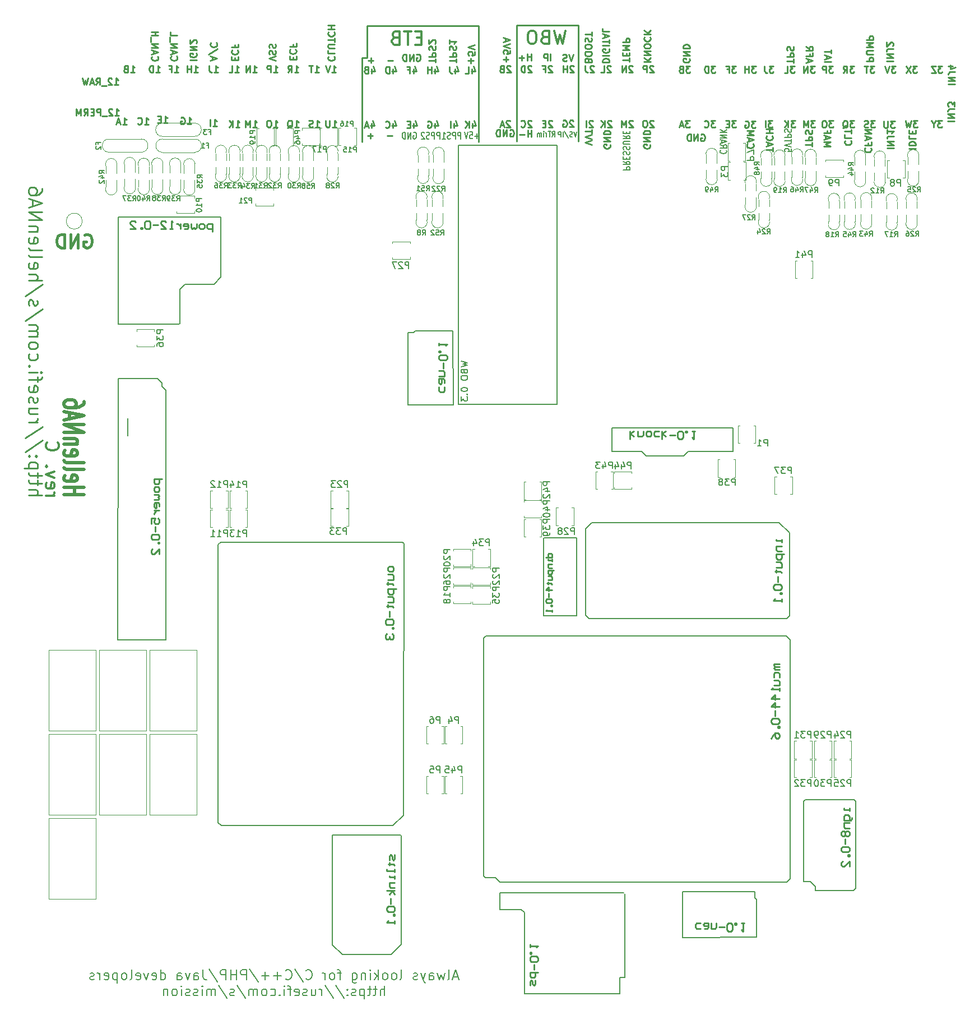
<source format=gbo>
G75*
G70*
%OFA0B0*%
%FSLAX25Y25*%
%IPPOS*%
%LPD*%
%AMOC8*
5,1,8,0,0,1.08239X$1,22.5*
%
%ADD101C,0.01969*%
%ADD107C,0.00984*%
%ADD108C,0.00669*%
%ADD109C,0.00500*%
%ADD110C,0.01181*%
%ADD111C,0.00591*%
%ADD116C,0.00390*%
%ADD117C,0.00472*%
%ADD128C,0.00880*%
%ADD129C,0.01378*%
%ADD130C,0.00807*%
%ADD94C,0.00787*%
%ADD95C,0.01575*%
%ADD96C,0.01000*%
X0000000Y0000000D02*
%LPD*%
G01*
D107*
X0293786Y0592738D02*
X0293786Y0523801D01*
X0330400Y0523801D02*
X0330400Y0592738D01*
X0201975Y0573446D02*
X0201975Y0523407D01*
X0271306Y0523407D02*
X0271306Y0592344D01*
X0201936Y0573643D02*
X0205007Y0573643D01*
X0204967Y0592344D02*
X0204967Y0573604D01*
X0271306Y0592344D02*
X0204967Y0592344D01*
X0330400Y0592738D02*
X0293786Y0592738D01*
D128*
X0083784Y0534865D02*
X0086069Y0534865D01*
X0084926Y0534865D02*
X0084926Y0538865D01*
X0085307Y0538294D01*
X0085688Y0537913D01*
X0086069Y0537722D01*
X0082069Y0536960D02*
X0080736Y0536960D01*
X0080164Y0534865D02*
X0082069Y0534865D01*
X0082069Y0538865D01*
X0080164Y0538865D01*
X0494534Y0568627D02*
X0492058Y0568627D01*
X0493391Y0567104D01*
X0492820Y0567104D01*
X0492439Y0566913D01*
X0492248Y0566723D01*
X0492058Y0566342D01*
X0492058Y0565389D01*
X0492248Y0565008D01*
X0492439Y0564818D01*
X0492820Y0564627D01*
X0493963Y0564627D01*
X0494344Y0564818D01*
X0494534Y0565008D01*
X0488058Y0564627D02*
X0489391Y0566532D01*
X0490344Y0564627D02*
X0490344Y0568627D01*
X0488820Y0568627D01*
X0488439Y0568437D01*
X0488248Y0568247D01*
X0488058Y0567866D01*
X0488058Y0567294D01*
X0488248Y0566913D01*
X0488439Y0566723D01*
X0488820Y0566532D01*
X0490344Y0566532D01*
D129*
X0322939Y0589569D02*
X0321064Y0581695D01*
X0319564Y0587319D01*
X0318064Y0581695D01*
X0316190Y0589569D01*
X0310565Y0585820D02*
X0309440Y0585445D01*
X0309065Y0585070D01*
X0308691Y0584320D01*
X0308691Y0583195D01*
X0309065Y0582445D01*
X0309440Y0582070D01*
X0310190Y0581695D01*
X0313190Y0581695D01*
X0313190Y0589569D01*
X0310565Y0589569D01*
X0309815Y0589194D01*
X0309440Y0588819D01*
X0309065Y0588069D01*
X0309065Y0587319D01*
X0309440Y0586570D01*
X0309815Y0586195D01*
X0310565Y0585820D01*
X0313190Y0585820D01*
X0303816Y0589569D02*
X0302316Y0589569D01*
X0301566Y0589194D01*
X0300817Y0588444D01*
X0300442Y0586945D01*
X0300442Y0584320D01*
X0300817Y0582820D01*
X0301566Y0582070D01*
X0302316Y0581695D01*
X0303816Y0581695D01*
X0304566Y0582070D01*
X0305316Y0582820D01*
X0305691Y0584320D01*
X0305691Y0586945D01*
X0305316Y0588444D01*
X0304566Y0589194D01*
X0303816Y0589569D01*
D128*
X0327457Y0575519D02*
X0326124Y0571519D01*
X0324791Y0575519D01*
X0323648Y0571709D02*
X0323076Y0571519D01*
X0322124Y0571519D01*
X0321743Y0571709D01*
X0321553Y0571900D01*
X0321362Y0572280D01*
X0321362Y0572661D01*
X0321553Y0573042D01*
X0321743Y0573233D01*
X0322124Y0573423D01*
X0322886Y0573614D01*
X0323267Y0573804D01*
X0323457Y0573995D01*
X0323648Y0574376D01*
X0323648Y0574757D01*
X0323457Y0575138D01*
X0323267Y0575328D01*
X0322886Y0575519D01*
X0321933Y0575519D01*
X0321362Y0575328D01*
X0208263Y0527098D02*
X0205215Y0527098D01*
X0206739Y0525574D02*
X0206739Y0528621D01*
X0232389Y0566999D02*
X0232389Y0564332D01*
X0233342Y0568523D02*
X0234294Y0565666D01*
X0231818Y0565666D01*
X0228961Y0566427D02*
X0230294Y0566427D01*
X0230294Y0564332D02*
X0230294Y0568332D01*
X0228389Y0568332D01*
X0482129Y0536127D02*
X0479653Y0536127D01*
X0480987Y0534604D01*
X0480415Y0534604D01*
X0480034Y0534413D01*
X0479844Y0534223D01*
X0479653Y0533842D01*
X0479653Y0532889D01*
X0479844Y0532508D01*
X0480034Y0532318D01*
X0480415Y0532127D01*
X0481558Y0532127D01*
X0481939Y0532318D01*
X0482129Y0532508D01*
X0477177Y0536127D02*
X0476415Y0536127D01*
X0476034Y0535937D01*
X0475653Y0535556D01*
X0475463Y0534794D01*
X0475463Y0533461D01*
X0475653Y0532699D01*
X0476034Y0532318D01*
X0476415Y0532127D01*
X0477177Y0532127D01*
X0477558Y0532318D01*
X0477939Y0532699D01*
X0478129Y0533461D01*
X0478129Y0534794D01*
X0477939Y0535556D01*
X0477558Y0535937D01*
X0477177Y0536127D01*
X0149338Y0532324D02*
X0151624Y0532324D01*
X0150481Y0532324D02*
X0150481Y0536324D01*
X0150862Y0535753D01*
X0151243Y0535372D01*
X0151624Y0535181D01*
X0146862Y0536324D02*
X0146100Y0536324D01*
X0145719Y0536134D01*
X0145338Y0535753D01*
X0145148Y0534991D01*
X0145148Y0533658D01*
X0145338Y0532896D01*
X0145719Y0532515D01*
X0146100Y0532324D01*
X0146862Y0532324D01*
X0147243Y0532515D01*
X0147624Y0532896D01*
X0147814Y0533658D01*
X0147814Y0534991D01*
X0147624Y0535753D01*
X0147243Y0536134D01*
X0146862Y0536324D01*
X0446213Y0517714D02*
X0446213Y0520000D01*
X0442213Y0518857D02*
X0446213Y0518857D01*
X0443356Y0521143D02*
X0443356Y0523048D01*
X0442213Y0520762D02*
X0446213Y0522095D01*
X0442213Y0523429D01*
X0442594Y0527048D02*
X0442403Y0526857D01*
X0442213Y0526286D01*
X0442213Y0525905D01*
X0442403Y0525333D01*
X0442784Y0524952D01*
X0443165Y0524762D01*
X0443927Y0524571D01*
X0444499Y0524571D01*
X0445260Y0524762D01*
X0445641Y0524952D01*
X0446022Y0525333D01*
X0446213Y0525905D01*
X0446213Y0526286D01*
X0446022Y0526857D01*
X0445832Y0527048D01*
X0442213Y0528762D02*
X0446213Y0528762D01*
X0444308Y0528762D02*
X0444308Y0531048D01*
X0442213Y0531048D02*
X0446213Y0531048D01*
X0126362Y0564824D02*
X0128648Y0564824D01*
X0127505Y0564824D02*
X0127505Y0568824D01*
X0127886Y0568253D01*
X0128267Y0567872D01*
X0128648Y0567681D01*
X0122743Y0564824D02*
X0124648Y0564824D01*
X0124648Y0568824D01*
X0446558Y0568627D02*
X0444082Y0568627D01*
X0445415Y0567104D01*
X0444844Y0567104D01*
X0444463Y0566913D01*
X0444272Y0566723D01*
X0444082Y0566342D01*
X0444082Y0565389D01*
X0444272Y0565008D01*
X0444463Y0564818D01*
X0444844Y0564627D01*
X0445987Y0564627D01*
X0446367Y0564818D01*
X0446558Y0565008D01*
X0441225Y0568627D02*
X0441225Y0565770D01*
X0441415Y0565199D01*
X0441796Y0564818D01*
X0442367Y0564627D01*
X0442748Y0564627D01*
X0489326Y0524219D02*
X0489136Y0524028D01*
X0488945Y0523457D01*
X0488945Y0523076D01*
X0489136Y0522504D01*
X0489517Y0522123D01*
X0489898Y0521933D01*
X0490659Y0521742D01*
X0491231Y0521742D01*
X0491993Y0521933D01*
X0492374Y0522123D01*
X0492755Y0522504D01*
X0492945Y0523076D01*
X0492945Y0523457D01*
X0492755Y0524028D01*
X0492564Y0524219D01*
X0488945Y0527838D02*
X0488945Y0525933D01*
X0492945Y0525933D01*
X0492945Y0528600D02*
X0492945Y0530885D01*
X0488945Y0529742D02*
X0492945Y0529742D01*
X0494629Y0536127D02*
X0492153Y0536127D01*
X0493487Y0534604D01*
X0492915Y0534604D01*
X0492534Y0534413D01*
X0492344Y0534223D01*
X0492153Y0533842D01*
X0492153Y0532889D01*
X0492344Y0532508D01*
X0492534Y0532318D01*
X0492915Y0532127D01*
X0494058Y0532127D01*
X0494439Y0532318D01*
X0494629Y0532508D01*
X0487772Y0531747D02*
X0488153Y0531937D01*
X0488534Y0532318D01*
X0489106Y0532889D01*
X0489487Y0533080D01*
X0489867Y0533080D01*
X0489677Y0532127D02*
X0490058Y0532318D01*
X0490439Y0532699D01*
X0490629Y0533461D01*
X0490629Y0534794D01*
X0490439Y0535556D01*
X0490058Y0535937D01*
X0489677Y0536127D01*
X0488915Y0536127D01*
X0488534Y0535937D01*
X0488153Y0535556D01*
X0487963Y0534794D01*
X0487963Y0533461D01*
X0488153Y0532699D01*
X0488534Y0532318D01*
X0488915Y0532127D01*
X0489677Y0532127D01*
X0160824Y0572517D02*
X0160824Y0573850D01*
X0158729Y0574421D02*
X0158729Y0572517D01*
X0162729Y0572517D01*
X0162729Y0574421D01*
X0159110Y0578421D02*
X0158919Y0578231D01*
X0158729Y0577659D01*
X0158729Y0577278D01*
X0158919Y0576707D01*
X0159300Y0576326D01*
X0159681Y0576136D01*
X0160443Y0575945D01*
X0161014Y0575945D01*
X0161776Y0576136D01*
X0162157Y0576326D01*
X0162538Y0576707D01*
X0162729Y0577278D01*
X0162729Y0577659D01*
X0162538Y0578231D01*
X0162348Y0578421D01*
X0160824Y0581469D02*
X0160824Y0580136D01*
X0158729Y0580136D02*
X0162729Y0580136D01*
X0162729Y0582040D01*
X0079243Y0564824D02*
X0081529Y0564824D01*
X0080386Y0564824D02*
X0080386Y0568824D01*
X0080767Y0568253D01*
X0081148Y0567872D01*
X0081529Y0567681D01*
X0077529Y0564824D02*
X0077529Y0568824D01*
X0076576Y0568824D01*
X0076005Y0568634D01*
X0075624Y0568253D01*
X0075433Y0567872D01*
X0075243Y0567110D01*
X0075243Y0566539D01*
X0075433Y0565777D01*
X0075624Y0565396D01*
X0076005Y0565015D01*
X0076576Y0564824D01*
X0077529Y0564824D01*
D94*
X0271379Y0526901D02*
X0268979Y0526901D01*
X0270179Y0525377D02*
X0270179Y0528424D01*
X0265980Y0529377D02*
X0267479Y0529377D01*
X0267629Y0527472D01*
X0267479Y0527663D01*
X0267179Y0527853D01*
X0266430Y0527853D01*
X0266130Y0527663D01*
X0265980Y0527472D01*
X0265830Y0527091D01*
X0265830Y0526139D01*
X0265980Y0525758D01*
X0266130Y0525567D01*
X0266430Y0525377D01*
X0267179Y0525377D01*
X0267479Y0525567D01*
X0267629Y0525758D01*
X0264930Y0529377D02*
X0263880Y0525377D01*
X0262830Y0529377D01*
D128*
X0360977Y0571051D02*
X0360977Y0573336D01*
X0356977Y0572194D02*
X0360977Y0572194D01*
X0359072Y0574670D02*
X0359072Y0576003D01*
X0356977Y0576574D02*
X0356977Y0574670D01*
X0360977Y0574670D01*
X0360977Y0576574D01*
X0356977Y0578289D02*
X0360977Y0578289D01*
X0358119Y0579622D01*
X0360977Y0580955D01*
X0356977Y0580955D01*
X0356977Y0582860D02*
X0360977Y0582860D01*
X0360977Y0584384D01*
X0360786Y0584765D01*
X0360596Y0584955D01*
X0360215Y0585146D01*
X0359643Y0585146D01*
X0359262Y0584955D01*
X0359072Y0584765D01*
X0358881Y0584384D01*
X0358881Y0582860D01*
D94*
X0260563Y0525298D02*
X0260563Y0529298D01*
X0259364Y0529298D01*
X0259064Y0529108D01*
X0258914Y0528917D01*
X0258764Y0528536D01*
X0258764Y0527965D01*
X0258914Y0527584D01*
X0259064Y0527393D01*
X0259364Y0527203D01*
X0260563Y0527203D01*
X0257414Y0525298D02*
X0257414Y0529298D01*
X0256214Y0529298D01*
X0255914Y0529108D01*
X0255764Y0528917D01*
X0255614Y0528536D01*
X0255614Y0527965D01*
X0255764Y0527584D01*
X0255914Y0527393D01*
X0256214Y0527203D01*
X0257414Y0527203D01*
X0254414Y0525489D02*
X0253964Y0525298D01*
X0253214Y0525298D01*
X0252914Y0525489D01*
X0252764Y0525679D01*
X0252614Y0526060D01*
X0252614Y0526441D01*
X0252764Y0526822D01*
X0252914Y0527012D01*
X0253214Y0527203D01*
X0253814Y0527393D01*
X0254114Y0527584D01*
X0254264Y0527774D01*
X0254414Y0528155D01*
X0254414Y0528536D01*
X0254264Y0528917D01*
X0254114Y0529108D01*
X0253814Y0529298D01*
X0253064Y0529298D01*
X0252614Y0529108D01*
X0249615Y0525298D02*
X0251415Y0525298D01*
X0250515Y0525298D02*
X0250515Y0529298D01*
X0250815Y0528727D01*
X0251115Y0528346D01*
X0251415Y0528155D01*
D128*
X0397034Y0568627D02*
X0394558Y0568627D01*
X0395891Y0567104D01*
X0395320Y0567104D01*
X0394939Y0566913D01*
X0394748Y0566723D01*
X0394558Y0566342D01*
X0394558Y0565389D01*
X0394748Y0565008D01*
X0394939Y0564818D01*
X0395320Y0564627D01*
X0396463Y0564627D01*
X0396844Y0564818D01*
X0397034Y0565008D01*
X0391510Y0566723D02*
X0390939Y0566532D01*
X0390748Y0566342D01*
X0390558Y0565961D01*
X0390558Y0565389D01*
X0390748Y0565008D01*
X0390939Y0564818D01*
X0391320Y0564627D01*
X0392844Y0564627D01*
X0392844Y0568627D01*
X0391510Y0568627D01*
X0391129Y0568437D01*
X0390939Y0568247D01*
X0390748Y0567866D01*
X0390748Y0567485D01*
X0390939Y0567104D01*
X0391129Y0566913D01*
X0391510Y0566723D01*
X0392844Y0566723D01*
X0267675Y0534499D02*
X0267675Y0531832D01*
X0268627Y0536023D02*
X0269580Y0533166D01*
X0267104Y0533166D01*
X0265580Y0531832D02*
X0265580Y0535832D01*
X0263294Y0531832D02*
X0265008Y0534118D01*
X0263294Y0535832D02*
X0265580Y0533546D01*
D111*
X0329652Y0529600D02*
X0328734Y0526451D01*
X0327815Y0529600D01*
X0327028Y0526601D02*
X0326634Y0526451D01*
X0325978Y0526451D01*
X0325715Y0526601D01*
X0325584Y0526750D01*
X0325453Y0527050D01*
X0325453Y0527350D01*
X0325584Y0527650D01*
X0325715Y0527800D01*
X0325978Y0527950D01*
X0326503Y0528100D01*
X0326765Y0528250D01*
X0326896Y0528400D01*
X0327028Y0528700D01*
X0327028Y0529000D01*
X0326896Y0529300D01*
X0326765Y0529450D01*
X0326503Y0529600D01*
X0325847Y0529600D01*
X0325453Y0529450D01*
X0322303Y0529750D02*
X0324665Y0525701D01*
X0321385Y0526451D02*
X0321385Y0529600D01*
X0320072Y0526451D02*
X0320072Y0529600D01*
X0319022Y0529600D01*
X0318760Y0529450D01*
X0318629Y0529300D01*
X0318497Y0529000D01*
X0318497Y0528550D01*
X0318629Y0528250D01*
X0318760Y0528100D01*
X0319022Y0527950D01*
X0320072Y0527950D01*
D128*
X0403546Y0527907D02*
X0403927Y0528097D01*
X0404499Y0528097D01*
X0405070Y0527907D01*
X0405451Y0527526D01*
X0405642Y0527145D01*
X0405832Y0526383D01*
X0405832Y0525812D01*
X0405642Y0525050D01*
X0405451Y0524669D01*
X0405070Y0524288D01*
X0404499Y0524097D01*
X0404118Y0524097D01*
X0403546Y0524288D01*
X0403356Y0524478D01*
X0403356Y0525812D01*
X0404118Y0525812D01*
X0401642Y0524097D02*
X0401642Y0528097D01*
X0399356Y0524097D01*
X0399356Y0528097D01*
X0397451Y0524097D02*
X0397451Y0528097D01*
X0396499Y0528097D01*
X0395927Y0527907D01*
X0395546Y0527526D01*
X0395356Y0527145D01*
X0395165Y0526383D01*
X0395165Y0525812D01*
X0395356Y0525050D01*
X0395546Y0524669D01*
X0395927Y0524288D01*
X0396499Y0524097D01*
X0397451Y0524097D01*
D94*
X0357213Y0506894D02*
X0361213Y0506894D01*
X0361213Y0508094D01*
X0361022Y0508394D01*
X0360832Y0508544D01*
X0360451Y0508694D01*
X0359880Y0508694D01*
X0359499Y0508544D01*
X0359308Y0508394D01*
X0359118Y0508094D01*
X0359118Y0506894D01*
X0357213Y0511843D02*
X0359118Y0510793D01*
X0357213Y0510044D02*
X0361213Y0510044D01*
X0361213Y0511243D01*
X0361022Y0511543D01*
X0360832Y0511693D01*
X0360451Y0511843D01*
X0359880Y0511843D01*
X0359499Y0511693D01*
X0359308Y0511543D01*
X0359118Y0511243D01*
X0359118Y0510044D01*
X0359308Y0513193D02*
X0359308Y0514243D01*
X0357213Y0514693D02*
X0357213Y0513193D01*
X0361213Y0513193D01*
X0361213Y0514693D01*
X0357403Y0515893D02*
X0357213Y0516343D01*
X0357213Y0517093D01*
X0357403Y0517393D01*
X0357594Y0517543D01*
X0357975Y0517693D01*
X0358356Y0517693D01*
X0358737Y0517543D01*
X0358927Y0517393D01*
X0359118Y0517093D01*
X0359308Y0516493D01*
X0359499Y0516193D01*
X0359689Y0516043D01*
X0360070Y0515893D01*
X0360451Y0515893D01*
X0360832Y0516043D01*
X0361022Y0516193D01*
X0361213Y0516493D01*
X0361213Y0517243D01*
X0361022Y0517693D01*
X0357403Y0518892D02*
X0357213Y0519342D01*
X0357213Y0520092D01*
X0357403Y0520392D01*
X0357594Y0520542D01*
X0357975Y0520692D01*
X0358356Y0520692D01*
X0358737Y0520542D01*
X0358927Y0520392D01*
X0359118Y0520092D01*
X0359308Y0519492D01*
X0359499Y0519192D01*
X0359689Y0519042D01*
X0360070Y0518892D01*
X0360451Y0518892D01*
X0360832Y0519042D01*
X0361022Y0519192D01*
X0361213Y0519492D01*
X0361213Y0520242D01*
X0361022Y0520692D01*
X0361213Y0522042D02*
X0357975Y0522042D01*
X0357594Y0522192D01*
X0357403Y0522342D01*
X0357213Y0522642D01*
X0357213Y0523242D01*
X0357403Y0523542D01*
X0357594Y0523692D01*
X0357975Y0523842D01*
X0361213Y0523842D01*
X0357213Y0527141D02*
X0359118Y0526092D01*
X0357213Y0525342D02*
X0361213Y0525342D01*
X0361213Y0526541D01*
X0361022Y0526841D01*
X0360832Y0526991D01*
X0360451Y0527141D01*
X0359880Y0527141D01*
X0359499Y0526991D01*
X0359308Y0526841D01*
X0359118Y0526541D01*
X0359118Y0525342D01*
X0359308Y0528491D02*
X0359308Y0529541D01*
X0357213Y0529991D02*
X0357213Y0528491D01*
X0361213Y0528491D01*
X0361213Y0529991D01*
D128*
X0349408Y0521934D02*
X0349599Y0521553D01*
X0349599Y0520982D01*
X0349408Y0520410D01*
X0349027Y0520029D01*
X0348646Y0519839D01*
X0347884Y0519648D01*
X0347313Y0519648D01*
X0346551Y0519839D01*
X0346170Y0520029D01*
X0345789Y0520410D01*
X0345599Y0520982D01*
X0345599Y0521363D01*
X0345789Y0521934D01*
X0345980Y0522125D01*
X0347313Y0522125D01*
X0347313Y0521363D01*
X0345599Y0523839D02*
X0349599Y0523839D01*
X0345599Y0526125D01*
X0349599Y0526125D01*
X0345599Y0528029D02*
X0349599Y0528029D01*
X0349599Y0528982D01*
X0349408Y0529553D01*
X0349027Y0529934D01*
X0348646Y0530125D01*
X0347884Y0530315D01*
X0347313Y0530315D01*
X0346551Y0530125D01*
X0346170Y0529934D01*
X0345789Y0529553D01*
X0345599Y0528982D01*
X0345599Y0528029D01*
X0506939Y0536127D02*
X0504463Y0536127D01*
X0505796Y0534604D01*
X0505225Y0534604D01*
X0504844Y0534413D01*
X0504653Y0534223D01*
X0504463Y0533842D01*
X0504463Y0532889D01*
X0504653Y0532508D01*
X0504844Y0532318D01*
X0505225Y0532127D01*
X0506367Y0532127D01*
X0506748Y0532318D01*
X0506939Y0532508D01*
X0502939Y0532318D02*
X0502367Y0532127D01*
X0501415Y0532127D01*
X0501034Y0532318D01*
X0500844Y0532508D01*
X0500653Y0532889D01*
X0500653Y0533270D01*
X0500844Y0533651D01*
X0501034Y0533842D01*
X0501415Y0534032D01*
X0502177Y0534223D01*
X0502558Y0534413D01*
X0502748Y0534604D01*
X0502939Y0534985D01*
X0502939Y0535366D01*
X0502748Y0535747D01*
X0502558Y0535937D01*
X0502177Y0536127D01*
X0501225Y0536127D01*
X0500653Y0535937D01*
X0532320Y0536127D02*
X0529844Y0536127D01*
X0531177Y0534604D01*
X0530606Y0534604D01*
X0530225Y0534413D01*
X0530034Y0534223D01*
X0529844Y0533842D01*
X0529844Y0532889D01*
X0530034Y0532508D01*
X0530225Y0532318D01*
X0530606Y0532127D01*
X0531748Y0532127D01*
X0532129Y0532318D01*
X0532320Y0532508D01*
X0528510Y0536127D02*
X0527558Y0532127D01*
X0526796Y0534985D01*
X0526034Y0532127D01*
X0525082Y0536127D01*
X0459534Y0536127D02*
X0457058Y0536127D01*
X0458391Y0534604D01*
X0457820Y0534604D01*
X0457439Y0534413D01*
X0457248Y0534223D01*
X0457058Y0533842D01*
X0457058Y0532889D01*
X0457248Y0532508D01*
X0457439Y0532318D01*
X0457820Y0532127D01*
X0458963Y0532127D01*
X0459344Y0532318D01*
X0459534Y0532508D01*
X0455344Y0532127D02*
X0455344Y0536127D01*
X0453058Y0532127D02*
X0454772Y0534413D01*
X0453058Y0536127D02*
X0455344Y0533842D01*
X0327785Y0568443D02*
X0327595Y0568634D01*
X0327214Y0568824D01*
X0326262Y0568824D01*
X0325881Y0568634D01*
X0325690Y0568443D01*
X0325500Y0568062D01*
X0325500Y0567681D01*
X0325690Y0567110D01*
X0327976Y0564824D01*
X0325500Y0564824D01*
X0323785Y0564824D02*
X0323785Y0568824D01*
X0323785Y0566920D02*
X0321500Y0566920D01*
X0321500Y0564824D02*
X0321500Y0568824D01*
X0550362Y0535836D02*
X0554362Y0535836D01*
X0550362Y0537741D02*
X0554362Y0537741D01*
X0550362Y0540026D01*
X0554362Y0540026D01*
X0554362Y0543074D02*
X0551505Y0543074D01*
X0550934Y0542883D01*
X0550553Y0542502D01*
X0550362Y0541931D01*
X0550362Y0541550D01*
X0554362Y0544598D02*
X0554362Y0547074D01*
X0552839Y0545741D01*
X0552839Y0546312D01*
X0552648Y0546693D01*
X0552458Y0546883D01*
X0552077Y0547074D01*
X0551124Y0547074D01*
X0550743Y0546883D01*
X0550553Y0546693D01*
X0550362Y0546312D01*
X0550362Y0545169D01*
X0550553Y0544788D01*
X0550743Y0544598D01*
X0126316Y0572103D02*
X0126316Y0573436D01*
X0124221Y0574008D02*
X0124221Y0572103D01*
X0128221Y0572103D01*
X0128221Y0574008D01*
X0124602Y0578008D02*
X0124411Y0577817D01*
X0124221Y0577246D01*
X0124221Y0576865D01*
X0124411Y0576294D01*
X0124792Y0575913D01*
X0125173Y0575722D01*
X0125935Y0575532D01*
X0126506Y0575532D01*
X0127268Y0575722D01*
X0127649Y0575913D01*
X0128030Y0576294D01*
X0128221Y0576865D01*
X0128221Y0577246D01*
X0128030Y0577817D01*
X0127840Y0578008D01*
X0126316Y0581056D02*
X0126316Y0579722D01*
X0124221Y0579722D02*
X0128221Y0579722D01*
X0128221Y0581627D01*
X0436010Y0535950D02*
X0433534Y0535950D01*
X0434868Y0534427D01*
X0434296Y0534427D01*
X0433915Y0534236D01*
X0433725Y0534046D01*
X0433534Y0533665D01*
X0433534Y0532712D01*
X0433725Y0532331D01*
X0433915Y0532141D01*
X0434296Y0531950D01*
X0435439Y0531950D01*
X0435820Y0532141D01*
X0436010Y0532331D01*
X0429725Y0535760D02*
X0430106Y0535950D01*
X0430677Y0535950D01*
X0431249Y0535760D01*
X0431630Y0535379D01*
X0431820Y0534998D01*
X0432010Y0534236D01*
X0432010Y0533665D01*
X0431820Y0532903D01*
X0431630Y0532522D01*
X0431249Y0532141D01*
X0430677Y0531950D01*
X0430296Y0531950D01*
X0429725Y0532141D01*
X0429534Y0532331D01*
X0429534Y0533665D01*
X0430296Y0533665D01*
X0220231Y0571940D02*
X0217184Y0571940D01*
X0501176Y0519909D02*
X0500986Y0519718D01*
X0500796Y0519147D01*
X0500796Y0518766D01*
X0500986Y0518194D01*
X0501367Y0517813D01*
X0501748Y0517623D01*
X0502510Y0517432D01*
X0503081Y0517432D01*
X0503843Y0517623D01*
X0504224Y0517813D01*
X0504605Y0518194D01*
X0504796Y0518766D01*
X0504796Y0519147D01*
X0504605Y0519718D01*
X0504415Y0519909D01*
X0502891Y0522956D02*
X0502891Y0521623D01*
X0500796Y0521623D02*
X0504796Y0521623D01*
X0504796Y0523528D01*
X0501938Y0524861D02*
X0501938Y0526766D01*
X0500796Y0524480D02*
X0504796Y0525813D01*
X0500796Y0527147D01*
X0500796Y0528480D02*
X0504796Y0528480D01*
X0500796Y0530766D01*
X0504796Y0530766D01*
X0173767Y0564824D02*
X0176052Y0564824D01*
X0174910Y0564824D02*
X0174910Y0568824D01*
X0175291Y0568253D01*
X0175672Y0567872D01*
X0176052Y0567681D01*
X0172624Y0568824D02*
X0170338Y0568824D01*
X0171481Y0564824D02*
X0171481Y0568824D01*
X0471336Y0536127D02*
X0468859Y0536127D01*
X0470193Y0534604D01*
X0469621Y0534604D01*
X0469240Y0534413D01*
X0469050Y0534223D01*
X0468859Y0533842D01*
X0468859Y0532889D01*
X0469050Y0532508D01*
X0469240Y0532318D01*
X0469621Y0532127D01*
X0470764Y0532127D01*
X0471145Y0532318D01*
X0471336Y0532508D01*
X0467145Y0532127D02*
X0467145Y0536127D01*
X0465812Y0533270D01*
X0464478Y0536127D01*
X0464478Y0532127D01*
D101*
X0024585Y0313819D02*
X0036396Y0313819D01*
X0030772Y0313819D02*
X0030772Y0318319D01*
X0024585Y0318319D02*
X0036396Y0318319D01*
X0025147Y0325068D02*
X0024585Y0324318D01*
X0024585Y0322818D01*
X0025147Y0322068D01*
X0026272Y0321693D01*
X0030772Y0321693D01*
X0031896Y0322068D01*
X0032459Y0322818D01*
X0032459Y0324318D01*
X0031896Y0325068D01*
X0030772Y0325443D01*
X0029647Y0325443D01*
X0028522Y0321693D01*
X0024585Y0329942D02*
X0025147Y0329192D01*
X0026272Y0328817D01*
X0036396Y0328817D01*
X0024585Y0334067D02*
X0025147Y0333317D01*
X0026272Y0332942D01*
X0036396Y0332942D01*
X0025147Y0340066D02*
X0024585Y0339316D01*
X0024585Y0337816D01*
X0025147Y0337066D01*
X0026272Y0336691D01*
X0030772Y0336691D01*
X0031896Y0337066D01*
X0032459Y0337816D01*
X0032459Y0339316D01*
X0031896Y0340066D01*
X0030772Y0340441D01*
X0029647Y0340441D01*
X0028522Y0336691D01*
X0032459Y0343816D02*
X0024585Y0343816D01*
X0031334Y0343816D02*
X0031896Y0344191D01*
X0032459Y0344940D01*
X0032459Y0346065D01*
X0031896Y0346815D01*
X0030772Y0347190D01*
X0024585Y0347190D01*
X0024585Y0350940D02*
X0036396Y0350940D01*
X0024585Y0355439D01*
X0036396Y0355439D01*
X0027959Y0358814D02*
X0027959Y0362563D01*
X0024585Y0358064D02*
X0036396Y0360688D01*
X0024585Y0363313D01*
X0036396Y0369312D02*
X0036396Y0367813D01*
X0035833Y0367063D01*
X0035271Y0366688D01*
X0033584Y0365938D01*
X0031334Y0365563D01*
X0026835Y0365563D01*
X0025710Y0365938D01*
X0025147Y0366313D01*
X0024585Y0367063D01*
X0024585Y0368562D01*
X0025147Y0369312D01*
X0025710Y0369687D01*
X0026835Y0370062D01*
X0029647Y0370062D01*
X0030772Y0369687D01*
X0031334Y0369312D01*
X0031896Y0368562D01*
X0031896Y0367063D01*
X0031334Y0366313D01*
X0030772Y0365938D01*
X0029647Y0365563D01*
D128*
X0369536Y0571137D02*
X0373536Y0571137D01*
X0369536Y0573423D02*
X0371821Y0571709D01*
X0373536Y0573423D02*
X0371250Y0571137D01*
X0369536Y0575137D02*
X0373536Y0575137D01*
X0369536Y0577423D01*
X0373536Y0577423D01*
X0373536Y0580090D02*
X0373536Y0580852D01*
X0373345Y0581232D01*
X0372964Y0581613D01*
X0372202Y0581804D01*
X0370869Y0581804D01*
X0370107Y0581613D01*
X0369726Y0581232D01*
X0369536Y0580852D01*
X0369536Y0580090D01*
X0369726Y0579709D01*
X0370107Y0579328D01*
X0370869Y0579137D01*
X0372202Y0579137D01*
X0372964Y0579328D01*
X0373345Y0579709D01*
X0373536Y0580090D01*
X0369917Y0585804D02*
X0369726Y0585613D01*
X0369536Y0585042D01*
X0369536Y0584661D01*
X0369726Y0584090D01*
X0370107Y0583709D01*
X0370488Y0583518D01*
X0371250Y0583328D01*
X0371821Y0583328D01*
X0372583Y0583518D01*
X0372964Y0583709D01*
X0373345Y0584090D01*
X0373536Y0584661D01*
X0373536Y0585042D01*
X0373345Y0585613D01*
X0373155Y0585804D01*
X0369536Y0587518D02*
X0373536Y0587518D01*
X0369536Y0589804D02*
X0371821Y0588090D01*
X0373536Y0589804D02*
X0371250Y0587518D01*
X0245701Y0570706D02*
X0245701Y0572992D01*
X0241701Y0571849D02*
X0245701Y0571849D01*
X0241701Y0574325D02*
X0245701Y0574325D01*
X0245701Y0575849D01*
X0245511Y0576230D01*
X0245320Y0576421D01*
X0244939Y0576611D01*
X0244368Y0576611D01*
X0243987Y0576421D01*
X0243796Y0576230D01*
X0243606Y0575849D01*
X0243606Y0574325D01*
X0241892Y0578135D02*
X0241701Y0578706D01*
X0241701Y0579659D01*
X0241892Y0580040D01*
X0242082Y0580230D01*
X0242463Y0580421D01*
X0242844Y0580421D01*
X0243225Y0580230D01*
X0243415Y0580040D01*
X0243606Y0579659D01*
X0243796Y0578897D01*
X0243987Y0578516D01*
X0244177Y0578325D01*
X0244558Y0578135D01*
X0244939Y0578135D01*
X0245320Y0578325D01*
X0245511Y0578516D01*
X0245701Y0578897D01*
X0245701Y0579849D01*
X0245511Y0580421D01*
X0245320Y0581945D02*
X0245511Y0582135D01*
X0245701Y0582516D01*
X0245701Y0583468D01*
X0245511Y0583849D01*
X0245320Y0584040D01*
X0244939Y0584230D01*
X0244558Y0584230D01*
X0243987Y0584040D01*
X0241701Y0581754D01*
X0241701Y0584230D01*
X0245175Y0534499D02*
X0245175Y0531832D01*
X0246127Y0536023D02*
X0247080Y0533166D01*
X0244604Y0533166D01*
X0240985Y0535642D02*
X0241366Y0535832D01*
X0241937Y0535832D01*
X0242508Y0535642D01*
X0242889Y0535261D01*
X0243080Y0534880D01*
X0243270Y0534118D01*
X0243270Y0533546D01*
X0243080Y0532785D01*
X0242889Y0532404D01*
X0242508Y0532023D01*
X0241937Y0531832D01*
X0241556Y0531832D01*
X0240985Y0532023D01*
X0240794Y0532213D01*
X0240794Y0533546D01*
X0241556Y0533546D01*
X0445987Y0536127D02*
X0443510Y0536127D01*
X0444844Y0534604D01*
X0444272Y0534604D01*
X0443891Y0534413D01*
X0443701Y0534223D01*
X0443510Y0533842D01*
X0443510Y0532889D01*
X0443701Y0532508D01*
X0443891Y0532318D01*
X0444272Y0532127D01*
X0445415Y0532127D01*
X0445796Y0532318D01*
X0445987Y0532508D01*
X0441796Y0532127D02*
X0441796Y0536127D01*
X0336473Y0572176D02*
X0336283Y0572747D01*
X0336092Y0572938D01*
X0335712Y0573128D01*
X0335140Y0573128D01*
X0334759Y0572938D01*
X0334569Y0572747D01*
X0334378Y0572366D01*
X0334378Y0570843D01*
X0338378Y0570843D01*
X0338378Y0572176D01*
X0338188Y0572557D01*
X0337997Y0572747D01*
X0337616Y0572938D01*
X0337235Y0572938D01*
X0336854Y0572747D01*
X0336664Y0572557D01*
X0336473Y0572176D01*
X0336473Y0570843D01*
X0338378Y0575604D02*
X0338378Y0576366D01*
X0338188Y0576747D01*
X0337807Y0577128D01*
X0337045Y0577319D01*
X0335712Y0577319D01*
X0334950Y0577128D01*
X0334569Y0576747D01*
X0334378Y0576366D01*
X0334378Y0575604D01*
X0334569Y0575224D01*
X0334950Y0574843D01*
X0335712Y0574652D01*
X0337045Y0574652D01*
X0337807Y0574843D01*
X0338188Y0575224D01*
X0338378Y0575604D01*
X0338378Y0579795D02*
X0338378Y0580557D01*
X0338188Y0580938D01*
X0337807Y0581319D01*
X0337045Y0581509D01*
X0335712Y0581509D01*
X0334950Y0581319D01*
X0334569Y0580938D01*
X0334378Y0580557D01*
X0334378Y0579795D01*
X0334569Y0579414D01*
X0334950Y0579033D01*
X0335712Y0578843D01*
X0337045Y0578843D01*
X0337807Y0579033D01*
X0338188Y0579414D01*
X0338378Y0579795D01*
X0334569Y0583033D02*
X0334378Y0583604D01*
X0334378Y0584557D01*
X0334569Y0584938D01*
X0334759Y0585128D01*
X0335140Y0585319D01*
X0335521Y0585319D01*
X0335902Y0585128D01*
X0336092Y0584938D01*
X0336283Y0584557D01*
X0336473Y0583795D01*
X0336664Y0583414D01*
X0336854Y0583224D01*
X0337235Y0583033D01*
X0337616Y0583033D01*
X0337997Y0583224D01*
X0338188Y0583414D01*
X0338378Y0583795D01*
X0338378Y0584747D01*
X0338188Y0585319D01*
X0338378Y0586462D02*
X0338378Y0588747D01*
X0334378Y0587604D02*
X0338378Y0587604D01*
D94*
X0259048Y0027216D02*
X0256236Y0027216D01*
X0259610Y0025529D02*
X0257642Y0031434D01*
X0255673Y0025529D01*
X0252861Y0025529D02*
X0253423Y0025810D01*
X0253705Y0026372D01*
X0253705Y0031434D01*
X0251174Y0029466D02*
X0250049Y0025529D01*
X0248924Y0028341D01*
X0247799Y0025529D01*
X0246674Y0029466D01*
X0241894Y0025529D02*
X0241894Y0028622D01*
X0242175Y0029184D01*
X0242737Y0029466D01*
X0243862Y0029466D01*
X0244424Y0029184D01*
X0241894Y0025810D02*
X0242456Y0025529D01*
X0243862Y0025529D01*
X0244424Y0025810D01*
X0244706Y0026372D01*
X0244706Y0026935D01*
X0244424Y0027497D01*
X0243862Y0027778D01*
X0242456Y0027778D01*
X0241894Y0028060D01*
X0239644Y0029466D02*
X0238238Y0025529D01*
X0236832Y0029466D02*
X0238238Y0025529D01*
X0238800Y0024123D01*
X0239081Y0023841D01*
X0239644Y0023560D01*
X0234863Y0025810D02*
X0234301Y0025529D01*
X0233176Y0025529D01*
X0232613Y0025810D01*
X0232332Y0026372D01*
X0232332Y0026653D01*
X0232613Y0027216D01*
X0233176Y0027497D01*
X0234020Y0027497D01*
X0234582Y0027778D01*
X0234863Y0028341D01*
X0234863Y0028622D01*
X0234582Y0029184D01*
X0234020Y0029466D01*
X0233176Y0029466D01*
X0232613Y0029184D01*
X0224458Y0025529D02*
X0225021Y0025810D01*
X0225302Y0026372D01*
X0225302Y0031434D01*
X0221365Y0025529D02*
X0221927Y0025810D01*
X0222209Y0026091D01*
X0222490Y0026653D01*
X0222490Y0028341D01*
X0222209Y0028903D01*
X0221927Y0029184D01*
X0221365Y0029466D01*
X0220521Y0029466D01*
X0219959Y0029184D01*
X0219678Y0028903D01*
X0219396Y0028341D01*
X0219396Y0026653D01*
X0219678Y0026091D01*
X0219959Y0025810D01*
X0220521Y0025529D01*
X0221365Y0025529D01*
X0216022Y0025529D02*
X0216584Y0025810D01*
X0216865Y0026091D01*
X0217147Y0026653D01*
X0217147Y0028341D01*
X0216865Y0028903D01*
X0216584Y0029184D01*
X0216022Y0029466D01*
X0215178Y0029466D01*
X0214616Y0029184D01*
X0214335Y0028903D01*
X0214053Y0028341D01*
X0214053Y0026653D01*
X0214335Y0026091D01*
X0214616Y0025810D01*
X0215178Y0025529D01*
X0216022Y0025529D01*
X0211522Y0025529D02*
X0211522Y0031434D01*
X0210960Y0027778D02*
X0209273Y0025529D01*
X0209273Y0029466D02*
X0211522Y0027216D01*
X0206742Y0025529D02*
X0206742Y0029466D01*
X0206742Y0031434D02*
X0207023Y0031153D01*
X0206742Y0030872D01*
X0206460Y0031153D01*
X0206742Y0031434D01*
X0206742Y0030872D01*
X0203930Y0029466D02*
X0203930Y0025529D01*
X0203930Y0028903D02*
X0203648Y0029184D01*
X0203086Y0029466D01*
X0202242Y0029466D01*
X0201680Y0029184D01*
X0201399Y0028622D01*
X0201399Y0025529D01*
X0196056Y0029466D02*
X0196056Y0024685D01*
X0196337Y0024123D01*
X0196618Y0023841D01*
X0197180Y0023560D01*
X0198024Y0023560D01*
X0198586Y0023841D01*
X0196056Y0025810D02*
X0196618Y0025529D01*
X0197743Y0025529D01*
X0198305Y0025810D01*
X0198586Y0026091D01*
X0198868Y0026653D01*
X0198868Y0028341D01*
X0198586Y0028903D01*
X0198305Y0029184D01*
X0197743Y0029466D01*
X0196618Y0029466D01*
X0196056Y0029184D01*
X0189588Y0029466D02*
X0187338Y0029466D01*
X0188744Y0025529D02*
X0188744Y0030590D01*
X0188463Y0031153D01*
X0187900Y0031434D01*
X0187338Y0031434D01*
X0184526Y0025529D02*
X0185088Y0025810D01*
X0185369Y0026091D01*
X0185651Y0026653D01*
X0185651Y0028341D01*
X0185369Y0028903D01*
X0185088Y0029184D01*
X0184526Y0029466D01*
X0183682Y0029466D01*
X0183120Y0029184D01*
X0182838Y0028903D01*
X0182557Y0028341D01*
X0182557Y0026653D01*
X0182838Y0026091D01*
X0183120Y0025810D01*
X0183682Y0025529D01*
X0184526Y0025529D01*
X0180026Y0025529D02*
X0180026Y0029466D01*
X0180026Y0028341D02*
X0179745Y0028903D01*
X0179464Y0029184D01*
X0178901Y0029466D01*
X0178339Y0029466D01*
X0168496Y0026091D02*
X0168778Y0025810D01*
X0169621Y0025529D01*
X0170184Y0025529D01*
X0171027Y0025810D01*
X0171590Y0026372D01*
X0171871Y0026935D01*
X0172152Y0028060D01*
X0172152Y0028903D01*
X0171871Y0030028D01*
X0171590Y0030590D01*
X0171027Y0031153D01*
X0170184Y0031434D01*
X0169621Y0031434D01*
X0168778Y0031153D01*
X0168496Y0030872D01*
X0161747Y0031715D02*
X0166809Y0024123D01*
X0156404Y0026091D02*
X0156685Y0025810D01*
X0157529Y0025529D01*
X0158092Y0025529D01*
X0158935Y0025810D01*
X0159498Y0026372D01*
X0159779Y0026935D01*
X0160060Y0028060D01*
X0160060Y0028903D01*
X0159779Y0030028D01*
X0159498Y0030590D01*
X0158935Y0031153D01*
X0158092Y0031434D01*
X0157529Y0031434D01*
X0156685Y0031153D01*
X0156404Y0030872D01*
X0153873Y0027778D02*
X0149374Y0027778D01*
X0151624Y0025529D02*
X0151624Y0030028D01*
X0146562Y0027778D02*
X0142062Y0027778D01*
X0144312Y0025529D02*
X0144312Y0030028D01*
X0135032Y0031715D02*
X0140094Y0024123D01*
X0133063Y0025529D02*
X0133063Y0031434D01*
X0130814Y0031434D01*
X0130251Y0031153D01*
X0129970Y0030872D01*
X0129689Y0030309D01*
X0129689Y0029466D01*
X0129970Y0028903D01*
X0130251Y0028622D01*
X0130814Y0028341D01*
X0133063Y0028341D01*
X0127158Y0025529D02*
X0127158Y0031434D01*
X0127158Y0028622D02*
X0123783Y0028622D01*
X0123783Y0025529D02*
X0123783Y0031434D01*
X0120971Y0025529D02*
X0120971Y0031434D01*
X0118721Y0031434D01*
X0118159Y0031153D01*
X0117878Y0030872D01*
X0117597Y0030309D01*
X0117597Y0029466D01*
X0117878Y0028903D01*
X0118159Y0028622D01*
X0118721Y0028341D01*
X0120971Y0028341D01*
X0110847Y0031715D02*
X0115909Y0024123D01*
X0107192Y0031434D02*
X0107192Y0027216D01*
X0107473Y0026372D01*
X0108035Y0025810D01*
X0108879Y0025529D01*
X0109441Y0025529D01*
X0101849Y0025529D02*
X0101849Y0028622D01*
X0102130Y0029184D01*
X0102692Y0029466D01*
X0103817Y0029466D01*
X0104380Y0029184D01*
X0101849Y0025810D02*
X0102411Y0025529D01*
X0103817Y0025529D01*
X0104380Y0025810D01*
X0104661Y0026372D01*
X0104661Y0026935D01*
X0104380Y0027497D01*
X0103817Y0027778D01*
X0102411Y0027778D01*
X0101849Y0028060D01*
X0099599Y0029466D02*
X0098193Y0025529D01*
X0096787Y0029466D01*
X0092006Y0025529D02*
X0092006Y0028622D01*
X0092287Y0029184D01*
X0092850Y0029466D01*
X0093975Y0029466D01*
X0094537Y0029184D01*
X0092006Y0025810D02*
X0092568Y0025529D01*
X0093975Y0025529D01*
X0094537Y0025810D01*
X0094818Y0026372D01*
X0094818Y0026935D01*
X0094537Y0027497D01*
X0093975Y0027778D01*
X0092568Y0027778D01*
X0092006Y0028060D01*
X0082164Y0025529D02*
X0082164Y0031434D01*
X0082164Y0025810D02*
X0082726Y0025529D01*
X0083851Y0025529D01*
X0084413Y0025810D01*
X0084694Y0026091D01*
X0084976Y0026653D01*
X0084976Y0028341D01*
X0084694Y0028903D01*
X0084413Y0029184D01*
X0083851Y0029466D01*
X0082726Y0029466D01*
X0082164Y0029184D01*
X0077102Y0025810D02*
X0077664Y0025529D01*
X0078789Y0025529D01*
X0079351Y0025810D01*
X0079633Y0026372D01*
X0079633Y0028622D01*
X0079351Y0029184D01*
X0078789Y0029466D01*
X0077664Y0029466D01*
X0077102Y0029184D01*
X0076820Y0028622D01*
X0076820Y0028060D01*
X0079633Y0027497D01*
X0074852Y0029466D02*
X0073446Y0025529D01*
X0072040Y0029466D01*
X0067540Y0025810D02*
X0068103Y0025529D01*
X0069228Y0025529D01*
X0069790Y0025810D01*
X0070071Y0026372D01*
X0070071Y0028622D01*
X0069790Y0029184D01*
X0069228Y0029466D01*
X0068103Y0029466D01*
X0067540Y0029184D01*
X0067259Y0028622D01*
X0067259Y0028060D01*
X0070071Y0027497D01*
X0063885Y0025529D02*
X0064447Y0025810D01*
X0064728Y0026372D01*
X0064728Y0031434D01*
X0060791Y0025529D02*
X0061354Y0025810D01*
X0061635Y0026091D01*
X0061916Y0026653D01*
X0061916Y0028341D01*
X0061635Y0028903D01*
X0061354Y0029184D01*
X0060791Y0029466D01*
X0059948Y0029466D01*
X0059385Y0029184D01*
X0059104Y0028903D01*
X0058823Y0028341D01*
X0058823Y0026653D01*
X0059104Y0026091D01*
X0059385Y0025810D01*
X0059948Y0025529D01*
X0060791Y0025529D01*
X0056292Y0029466D02*
X0056292Y0023560D01*
X0056292Y0029184D02*
X0055729Y0029466D01*
X0054604Y0029466D01*
X0054042Y0029184D01*
X0053761Y0028903D01*
X0053480Y0028341D01*
X0053480Y0026653D01*
X0053761Y0026091D01*
X0054042Y0025810D01*
X0054604Y0025529D01*
X0055729Y0025529D01*
X0056292Y0025810D01*
X0048699Y0025810D02*
X0049261Y0025529D01*
X0050386Y0025529D01*
X0050949Y0025810D01*
X0051230Y0026372D01*
X0051230Y0028622D01*
X0050949Y0029184D01*
X0050386Y0029466D01*
X0049261Y0029466D01*
X0048699Y0029184D01*
X0048418Y0028622D01*
X0048418Y0028060D01*
X0051230Y0027497D01*
X0045887Y0025529D02*
X0045887Y0029466D01*
X0045887Y0028341D02*
X0045606Y0028903D01*
X0045324Y0029184D01*
X0044762Y0029466D01*
X0044200Y0029466D01*
X0042512Y0025810D02*
X0041950Y0025529D01*
X0040825Y0025529D01*
X0040263Y0025810D01*
X0039981Y0026372D01*
X0039981Y0026653D01*
X0040263Y0027216D01*
X0040825Y0027497D01*
X0041669Y0027497D01*
X0042231Y0027778D01*
X0042512Y0028341D01*
X0042512Y0028622D01*
X0042231Y0029184D01*
X0041669Y0029466D01*
X0040825Y0029466D01*
X0040263Y0029184D01*
X0215319Y0016021D02*
X0215319Y0021926D01*
X0212788Y0016021D02*
X0212788Y0019114D01*
X0213069Y0019677D01*
X0213631Y0019958D01*
X0214475Y0019958D01*
X0215038Y0019677D01*
X0215319Y0019395D01*
X0210819Y0019958D02*
X0208570Y0019958D01*
X0209976Y0021926D02*
X0209976Y0016864D01*
X0209694Y0016302D01*
X0209132Y0016021D01*
X0208570Y0016021D01*
X0207445Y0019958D02*
X0205195Y0019958D01*
X0206601Y0021926D02*
X0206601Y0016864D01*
X0206320Y0016302D01*
X0205757Y0016021D01*
X0205195Y0016021D01*
X0203227Y0019958D02*
X0203227Y0014052D01*
X0203227Y0019677D02*
X0202664Y0019958D01*
X0201539Y0019958D01*
X0200977Y0019677D01*
X0200696Y0019395D01*
X0200414Y0018833D01*
X0200414Y0017146D01*
X0200696Y0016583D01*
X0200977Y0016302D01*
X0201539Y0016021D01*
X0202664Y0016021D01*
X0203227Y0016302D01*
X0198165Y0016302D02*
X0197602Y0016021D01*
X0196477Y0016021D01*
X0195915Y0016302D01*
X0195634Y0016864D01*
X0195634Y0017146D01*
X0195915Y0017708D01*
X0196477Y0017989D01*
X0197321Y0017989D01*
X0197883Y0018270D01*
X0198165Y0018833D01*
X0198165Y0019114D01*
X0197883Y0019677D01*
X0197321Y0019958D01*
X0196477Y0019958D01*
X0195915Y0019677D01*
X0193103Y0016583D02*
X0192822Y0016302D01*
X0193103Y0016021D01*
X0193384Y0016302D01*
X0193103Y0016583D01*
X0193103Y0016021D01*
X0193103Y0019677D02*
X0192822Y0019395D01*
X0193103Y0019114D01*
X0193384Y0019395D01*
X0193103Y0019677D01*
X0193103Y0019114D01*
X0186072Y0022207D02*
X0191134Y0014615D01*
X0179886Y0022207D02*
X0184948Y0014615D01*
X0177917Y0016021D02*
X0177917Y0019958D01*
X0177917Y0018833D02*
X0177636Y0019395D01*
X0177355Y0019677D01*
X0176792Y0019958D01*
X0176230Y0019958D01*
X0171730Y0019958D02*
X0171730Y0016021D01*
X0174261Y0019958D02*
X0174261Y0016864D01*
X0173980Y0016302D01*
X0173418Y0016021D01*
X0172574Y0016021D01*
X0172012Y0016302D01*
X0171730Y0016583D01*
X0169200Y0016302D02*
X0168637Y0016021D01*
X0167512Y0016021D01*
X0166950Y0016302D01*
X0166669Y0016864D01*
X0166669Y0017146D01*
X0166950Y0017708D01*
X0167512Y0017989D01*
X0168356Y0017989D01*
X0168918Y0018270D01*
X0169200Y0018833D01*
X0169200Y0019114D01*
X0168918Y0019677D01*
X0168356Y0019958D01*
X0167512Y0019958D01*
X0166950Y0019677D01*
X0161888Y0016302D02*
X0162450Y0016021D01*
X0163575Y0016021D01*
X0164138Y0016302D01*
X0164419Y0016864D01*
X0164419Y0019114D01*
X0164138Y0019677D01*
X0163575Y0019958D01*
X0162450Y0019958D01*
X0161888Y0019677D01*
X0161607Y0019114D01*
X0161607Y0018552D01*
X0164419Y0017989D01*
X0159919Y0019958D02*
X0157670Y0019958D01*
X0159076Y0016021D02*
X0159076Y0021083D01*
X0158795Y0021645D01*
X0158232Y0021926D01*
X0157670Y0021926D01*
X0155701Y0016021D02*
X0155701Y0019958D01*
X0155701Y0021926D02*
X0155982Y0021645D01*
X0155701Y0021364D01*
X0155420Y0021645D01*
X0155701Y0021926D01*
X0155701Y0021364D01*
X0152889Y0016583D02*
X0152608Y0016302D01*
X0152889Y0016021D01*
X0153170Y0016302D01*
X0152889Y0016583D01*
X0152889Y0016021D01*
X0147546Y0016302D02*
X0148108Y0016021D01*
X0149233Y0016021D01*
X0149796Y0016302D01*
X0150077Y0016583D01*
X0150358Y0017146D01*
X0150358Y0018833D01*
X0150077Y0019395D01*
X0149796Y0019677D01*
X0149233Y0019958D01*
X0148108Y0019958D01*
X0147546Y0019677D01*
X0144171Y0016021D02*
X0144734Y0016302D01*
X0145015Y0016583D01*
X0145296Y0017146D01*
X0145296Y0018833D01*
X0145015Y0019395D01*
X0144734Y0019677D01*
X0144171Y0019958D01*
X0143328Y0019958D01*
X0142765Y0019677D01*
X0142484Y0019395D01*
X0142203Y0018833D01*
X0142203Y0017146D01*
X0142484Y0016583D01*
X0142765Y0016302D01*
X0143328Y0016021D01*
X0144171Y0016021D01*
X0139672Y0016021D02*
X0139672Y0019958D01*
X0139672Y0019395D02*
X0139391Y0019677D01*
X0138828Y0019958D01*
X0137985Y0019958D01*
X0137422Y0019677D01*
X0137141Y0019114D01*
X0137141Y0016021D01*
X0137141Y0019114D02*
X0136860Y0019677D01*
X0136297Y0019958D01*
X0135454Y0019958D01*
X0134891Y0019677D01*
X0134610Y0019114D01*
X0134610Y0016021D01*
X0127580Y0022207D02*
X0132642Y0014615D01*
X0125892Y0016302D02*
X0125330Y0016021D01*
X0124205Y0016021D01*
X0123643Y0016302D01*
X0123362Y0016864D01*
X0123362Y0017146D01*
X0123643Y0017708D01*
X0124205Y0017989D01*
X0125049Y0017989D01*
X0125611Y0018270D01*
X0125892Y0018833D01*
X0125892Y0019114D01*
X0125611Y0019677D01*
X0125049Y0019958D01*
X0124205Y0019958D01*
X0123643Y0019677D01*
X0116612Y0022207D02*
X0121674Y0014615D01*
X0114644Y0016021D02*
X0114644Y0019958D01*
X0114644Y0019395D02*
X0114363Y0019677D01*
X0113800Y0019958D01*
X0112957Y0019958D01*
X0112394Y0019677D01*
X0112113Y0019114D01*
X0112113Y0016021D01*
X0112113Y0019114D02*
X0111832Y0019677D01*
X0111269Y0019958D01*
X0110426Y0019958D01*
X0109863Y0019677D01*
X0109582Y0019114D01*
X0109582Y0016021D01*
X0106770Y0016021D02*
X0106770Y0019958D01*
X0106770Y0021926D02*
X0107051Y0021645D01*
X0106770Y0021364D01*
X0106489Y0021645D01*
X0106770Y0021926D01*
X0106770Y0021364D01*
X0104239Y0016302D02*
X0103676Y0016021D01*
X0102552Y0016021D01*
X0101989Y0016302D01*
X0101708Y0016864D01*
X0101708Y0017146D01*
X0101989Y0017708D01*
X0102552Y0017989D01*
X0103395Y0017989D01*
X0103958Y0018270D01*
X0104239Y0018833D01*
X0104239Y0019114D01*
X0103958Y0019677D01*
X0103395Y0019958D01*
X0102552Y0019958D01*
X0101989Y0019677D01*
X0099458Y0016302D02*
X0098896Y0016021D01*
X0097771Y0016021D01*
X0097209Y0016302D01*
X0096927Y0016864D01*
X0096927Y0017146D01*
X0097209Y0017708D01*
X0097771Y0017989D01*
X0098615Y0017989D01*
X0099177Y0018270D01*
X0099458Y0018833D01*
X0099458Y0019114D01*
X0099177Y0019677D01*
X0098615Y0019958D01*
X0097771Y0019958D01*
X0097209Y0019677D01*
X0094396Y0016021D02*
X0094396Y0019958D01*
X0094396Y0021926D02*
X0094678Y0021645D01*
X0094396Y0021364D01*
X0094115Y0021645D01*
X0094396Y0021926D01*
X0094396Y0021364D01*
X0090741Y0016021D02*
X0091303Y0016302D01*
X0091584Y0016583D01*
X0091865Y0017146D01*
X0091865Y0018833D01*
X0091584Y0019395D01*
X0091303Y0019677D01*
X0090741Y0019958D01*
X0089897Y0019958D01*
X0089335Y0019677D01*
X0089053Y0019395D01*
X0088772Y0018833D01*
X0088772Y0017146D01*
X0089053Y0016583D01*
X0089335Y0016302D01*
X0089897Y0016021D01*
X0090741Y0016021D01*
X0086241Y0019958D02*
X0086241Y0016021D01*
X0086241Y0019395D02*
X0085960Y0019677D01*
X0085398Y0019958D01*
X0084554Y0019958D01*
X0083991Y0019677D01*
X0083710Y0019114D01*
X0083710Y0016021D01*
D128*
X0550559Y0557785D02*
X0554559Y0557785D01*
X0550559Y0559689D02*
X0554559Y0559689D01*
X0550559Y0561975D01*
X0554559Y0561975D01*
X0554559Y0565023D02*
X0551702Y0565023D01*
X0551131Y0564832D01*
X0550750Y0564451D01*
X0550559Y0563880D01*
X0550559Y0563499D01*
X0553226Y0568642D02*
X0550559Y0568642D01*
X0554750Y0567689D02*
X0551893Y0566737D01*
X0551893Y0569213D01*
X0220175Y0534499D02*
X0220175Y0531832D01*
X0221127Y0536023D02*
X0222080Y0533166D01*
X0219604Y0533166D01*
X0215794Y0532213D02*
X0215985Y0532023D01*
X0216556Y0531832D01*
X0216937Y0531832D01*
X0217508Y0532023D01*
X0217889Y0532404D01*
X0218080Y0532785D01*
X0218270Y0533546D01*
X0218270Y0534118D01*
X0218080Y0534880D01*
X0217889Y0535261D01*
X0217508Y0535642D01*
X0216937Y0535832D01*
X0216556Y0535832D01*
X0215985Y0535642D01*
X0215794Y0535451D01*
X0362976Y0535943D02*
X0362785Y0536134D01*
X0362404Y0536324D01*
X0361452Y0536324D01*
X0361071Y0536134D01*
X0360881Y0535943D01*
X0360690Y0535562D01*
X0360690Y0535181D01*
X0360881Y0534610D01*
X0363166Y0532324D01*
X0360690Y0532324D01*
X0358976Y0532324D02*
X0358976Y0536324D01*
X0357642Y0533467D01*
X0356309Y0536324D01*
X0356309Y0532324D01*
X0113767Y0564824D02*
X0116052Y0564824D01*
X0114910Y0564824D02*
X0114910Y0568824D01*
X0115291Y0568253D01*
X0115672Y0567872D01*
X0116052Y0567681D01*
X0110910Y0568824D02*
X0110910Y0565967D01*
X0111100Y0565396D01*
X0111481Y0565015D01*
X0112052Y0564824D01*
X0112433Y0564824D01*
X0220175Y0566999D02*
X0220175Y0564332D01*
X0221127Y0568523D02*
X0222080Y0565666D01*
X0219604Y0565666D01*
X0218080Y0564332D02*
X0218080Y0568332D01*
X0217127Y0568332D01*
X0216556Y0568142D01*
X0216175Y0567761D01*
X0215985Y0567380D01*
X0215794Y0566618D01*
X0215794Y0566046D01*
X0215985Y0565285D01*
X0216175Y0564904D01*
X0216556Y0564523D01*
X0217127Y0564332D01*
X0218080Y0564332D01*
X0099457Y0572131D02*
X0103457Y0572131D01*
X0103266Y0576131D02*
X0103457Y0575750D01*
X0103457Y0575179D01*
X0103266Y0574607D01*
X0102886Y0574226D01*
X0102505Y0574036D01*
X0101743Y0573846D01*
X0101171Y0573846D01*
X0100409Y0574036D01*
X0100028Y0574226D01*
X0099647Y0574607D01*
X0099457Y0575179D01*
X0099457Y0575560D01*
X0099647Y0576131D01*
X0099838Y0576322D01*
X0101171Y0576322D01*
X0101171Y0575560D01*
X0099457Y0578036D02*
X0103457Y0578036D01*
X0099457Y0580322D01*
X0103457Y0580322D01*
X0103076Y0582036D02*
X0103266Y0582226D01*
X0103457Y0582607D01*
X0103457Y0583560D01*
X0103266Y0583941D01*
X0103076Y0584131D01*
X0102695Y0584322D01*
X0102314Y0584322D01*
X0101743Y0584131D01*
X0099457Y0581846D01*
X0099457Y0584322D01*
X0232485Y0534499D02*
X0232485Y0531832D01*
X0233437Y0536023D02*
X0234389Y0533166D01*
X0231913Y0533166D01*
X0230389Y0533927D02*
X0229056Y0533927D01*
X0228485Y0531832D02*
X0230389Y0531832D01*
X0230389Y0535832D01*
X0228485Y0535832D01*
X0436106Y0568627D02*
X0433630Y0568627D01*
X0434963Y0567104D01*
X0434391Y0567104D01*
X0434010Y0566913D01*
X0433820Y0566723D01*
X0433630Y0566342D01*
X0433630Y0565389D01*
X0433820Y0565008D01*
X0434010Y0564818D01*
X0434391Y0564627D01*
X0435534Y0564627D01*
X0435915Y0564818D01*
X0436106Y0565008D01*
X0431915Y0564627D02*
X0431915Y0568627D01*
X0431915Y0566723D02*
X0429630Y0566723D01*
X0429630Y0564627D02*
X0429630Y0568627D01*
X0184338Y0532324D02*
X0186624Y0532324D01*
X0185481Y0532324D02*
X0185481Y0536324D01*
X0185862Y0535753D01*
X0186243Y0535372D01*
X0186624Y0535181D01*
X0182624Y0536324D02*
X0182624Y0533086D01*
X0182433Y0532705D01*
X0182243Y0532515D01*
X0181862Y0532324D01*
X0181100Y0532324D01*
X0180719Y0532515D01*
X0180529Y0532705D01*
X0180338Y0533086D01*
X0180338Y0536324D01*
X0245270Y0566999D02*
X0245270Y0564332D01*
X0246223Y0568523D02*
X0247175Y0565666D01*
X0244699Y0565666D01*
X0243175Y0564332D02*
X0243175Y0568332D01*
X0243175Y0566427D02*
X0240889Y0566427D01*
X0240889Y0564332D02*
X0240889Y0568332D01*
X0287437Y0571077D02*
X0287437Y0574125D01*
X0285914Y0572601D02*
X0288961Y0572601D01*
X0289914Y0577934D02*
X0289914Y0576030D01*
X0288009Y0575839D01*
X0288199Y0576030D01*
X0288390Y0576411D01*
X0288390Y0577363D01*
X0288199Y0577744D01*
X0288009Y0577934D01*
X0287628Y0578125D01*
X0286676Y0578125D01*
X0286295Y0577934D01*
X0286104Y0577744D01*
X0285914Y0577363D01*
X0285914Y0576411D01*
X0286104Y0576030D01*
X0286295Y0575839D01*
X0289914Y0579268D02*
X0285914Y0580601D01*
X0289914Y0581934D01*
X0287056Y0583077D02*
X0287056Y0584982D01*
X0285914Y0582696D02*
X0289914Y0584030D01*
X0285914Y0585363D01*
X0314904Y0568443D02*
X0314714Y0568634D01*
X0314333Y0568824D01*
X0313381Y0568824D01*
X0313000Y0568634D01*
X0312809Y0568443D01*
X0312619Y0568062D01*
X0312619Y0567681D01*
X0312809Y0567110D01*
X0315095Y0564824D01*
X0312619Y0564824D01*
X0309571Y0566920D02*
X0310904Y0566920D01*
X0310904Y0564824D02*
X0310904Y0568824D01*
X0309000Y0568824D01*
X0412034Y0536127D02*
X0409558Y0536127D01*
X0410891Y0534604D01*
X0410320Y0534604D01*
X0409939Y0534413D01*
X0409748Y0534223D01*
X0409558Y0533842D01*
X0409558Y0532889D01*
X0409748Y0532508D01*
X0409939Y0532318D01*
X0410320Y0532127D01*
X0411463Y0532127D01*
X0411844Y0532318D01*
X0412034Y0532508D01*
X0405558Y0532508D02*
X0405748Y0532318D01*
X0406320Y0532127D01*
X0406701Y0532127D01*
X0407272Y0532318D01*
X0407653Y0532699D01*
X0407844Y0533080D01*
X0408034Y0533842D01*
X0408034Y0534413D01*
X0407844Y0535175D01*
X0407653Y0535556D01*
X0407272Y0535937D01*
X0406701Y0536127D01*
X0406320Y0536127D01*
X0405748Y0535937D01*
X0405558Y0535747D01*
X0467135Y0570945D02*
X0467135Y0572850D01*
X0465992Y0570564D02*
X0469992Y0571897D01*
X0465992Y0573231D01*
X0468088Y0575897D02*
X0468088Y0574564D01*
X0465992Y0574564D02*
X0469992Y0574564D01*
X0469992Y0576469D01*
X0465992Y0580278D02*
X0467897Y0578945D01*
X0465992Y0577993D02*
X0469992Y0577993D01*
X0469992Y0579516D01*
X0469802Y0579897D01*
X0469611Y0580088D01*
X0469230Y0580278D01*
X0468659Y0580278D01*
X0468278Y0580088D01*
X0468088Y0579897D01*
X0467897Y0579516D01*
X0467897Y0577993D01*
X0349809Y0568443D02*
X0349619Y0568634D01*
X0349238Y0568824D01*
X0348285Y0568824D01*
X0347904Y0568634D01*
X0347714Y0568443D01*
X0347523Y0568062D01*
X0347523Y0567681D01*
X0347714Y0567110D01*
X0350000Y0564824D01*
X0347523Y0564824D01*
X0343904Y0564824D02*
X0345809Y0564824D01*
X0345809Y0568824D01*
X0327559Y0535984D02*
X0327368Y0536175D01*
X0326987Y0536365D01*
X0326035Y0536365D01*
X0325654Y0536175D01*
X0325464Y0535984D01*
X0325273Y0535603D01*
X0325273Y0535222D01*
X0325464Y0534651D01*
X0327749Y0532365D01*
X0325273Y0532365D01*
X0321464Y0536175D02*
X0321845Y0536365D01*
X0322416Y0536365D01*
X0322987Y0536175D01*
X0323368Y0535794D01*
X0323559Y0535413D01*
X0323749Y0534651D01*
X0323749Y0534079D01*
X0323559Y0533317D01*
X0323368Y0532936D01*
X0322987Y0532556D01*
X0322416Y0532365D01*
X0322035Y0532365D01*
X0321464Y0532556D01*
X0321273Y0532746D01*
X0321273Y0534079D01*
X0322035Y0534079D01*
X0289905Y0530486D02*
X0290286Y0530676D01*
X0290857Y0530676D01*
X0291428Y0530486D01*
X0291809Y0530105D01*
X0292000Y0529724D01*
X0292190Y0528962D01*
X0292190Y0528390D01*
X0292000Y0527628D01*
X0291809Y0527247D01*
X0291428Y0526867D01*
X0290857Y0526676D01*
X0290476Y0526676D01*
X0289905Y0526867D01*
X0289714Y0527057D01*
X0289714Y0528390D01*
X0290476Y0528390D01*
X0288000Y0526676D02*
X0288000Y0530676D01*
X0285714Y0526676D01*
X0285714Y0530676D01*
X0283809Y0526676D02*
X0283809Y0530676D01*
X0282857Y0530676D01*
X0282286Y0530486D01*
X0281905Y0530105D01*
X0281714Y0529724D01*
X0281524Y0528962D01*
X0281524Y0528390D01*
X0281714Y0527628D01*
X0281905Y0527247D01*
X0282286Y0526867D01*
X0282857Y0526676D01*
X0283809Y0526676D01*
X0344929Y0570802D02*
X0348929Y0570802D01*
X0348929Y0571754D01*
X0348739Y0572326D01*
X0348358Y0572707D01*
X0347977Y0572897D01*
X0347215Y0573088D01*
X0346644Y0573088D01*
X0345882Y0572897D01*
X0345501Y0572707D01*
X0345120Y0572326D01*
X0344929Y0571754D01*
X0344929Y0570802D01*
X0344929Y0574802D02*
X0348929Y0574802D01*
X0348739Y0578802D02*
X0348929Y0578421D01*
X0348929Y0577850D01*
X0348739Y0577278D01*
X0348358Y0576897D01*
X0347977Y0576707D01*
X0347215Y0576516D01*
X0346644Y0576516D01*
X0345882Y0576707D01*
X0345501Y0576897D01*
X0345120Y0577278D01*
X0344929Y0577850D01*
X0344929Y0578231D01*
X0345120Y0578802D01*
X0345310Y0578993D01*
X0346644Y0578993D01*
X0346644Y0578231D01*
X0344929Y0580707D02*
X0348929Y0580707D01*
X0348929Y0582040D02*
X0348929Y0584326D01*
X0344929Y0583183D02*
X0348929Y0583183D01*
X0346072Y0585469D02*
X0346072Y0587373D01*
X0344929Y0585088D02*
X0348929Y0586421D01*
X0344929Y0587754D01*
X0344929Y0590993D02*
X0344929Y0589088D01*
X0348929Y0589088D01*
X0513788Y0571505D02*
X0517788Y0571505D01*
X0513788Y0573410D02*
X0517788Y0573410D01*
X0513788Y0575696D01*
X0517788Y0575696D01*
X0517788Y0578743D02*
X0514930Y0578743D01*
X0514359Y0578553D01*
X0513978Y0578172D01*
X0513788Y0577600D01*
X0513788Y0577219D01*
X0517407Y0580457D02*
X0517597Y0580648D01*
X0517788Y0581029D01*
X0517788Y0581981D01*
X0517597Y0582362D01*
X0517407Y0582553D01*
X0517026Y0582743D01*
X0516645Y0582743D01*
X0516073Y0582553D01*
X0513788Y0580267D01*
X0513788Y0582743D01*
X0136838Y0564824D02*
X0139124Y0564824D01*
X0137981Y0564824D02*
X0137981Y0568824D01*
X0138362Y0568253D01*
X0138743Y0567872D01*
X0139124Y0567681D01*
X0135124Y0564824D02*
X0135124Y0568824D01*
X0132838Y0564824D01*
X0132838Y0568824D01*
X0476504Y0520732D02*
X0480504Y0520732D01*
X0477647Y0522065D01*
X0480504Y0523398D01*
X0476504Y0523398D01*
X0477647Y0525113D02*
X0477647Y0527017D01*
X0476504Y0524732D02*
X0480504Y0526065D01*
X0476504Y0527398D01*
X0478599Y0530065D02*
X0478599Y0528732D01*
X0476504Y0528732D02*
X0480504Y0528732D01*
X0480504Y0530636D01*
X0207675Y0566999D02*
X0207675Y0564332D01*
X0208627Y0568523D02*
X0209580Y0565666D01*
X0207104Y0565666D01*
X0204247Y0566427D02*
X0203675Y0566237D01*
X0203485Y0566046D01*
X0203294Y0565666D01*
X0203294Y0565094D01*
X0203485Y0564713D01*
X0203675Y0564523D01*
X0204056Y0564332D01*
X0205580Y0564332D01*
X0205580Y0568332D01*
X0204247Y0568332D01*
X0203866Y0568142D01*
X0203675Y0567951D01*
X0203485Y0567570D01*
X0203485Y0567189D01*
X0203675Y0566808D01*
X0203866Y0566618D01*
X0204247Y0566427D01*
X0205580Y0566427D01*
X0302681Y0526361D02*
X0302681Y0530361D01*
X0302681Y0528456D02*
X0300395Y0528456D01*
X0300395Y0526361D02*
X0300395Y0530361D01*
X0298490Y0527885D02*
X0295443Y0527885D01*
X0054552Y0557365D02*
X0056838Y0557365D01*
X0055695Y0557365D02*
X0055695Y0561365D01*
X0056076Y0560794D01*
X0056457Y0560413D01*
X0056838Y0560222D01*
X0053028Y0560984D02*
X0052838Y0561175D01*
X0052457Y0561365D01*
X0051505Y0561365D01*
X0051124Y0561175D01*
X0050933Y0560984D01*
X0050743Y0560603D01*
X0050743Y0560222D01*
X0050933Y0559651D01*
X0053219Y0557365D01*
X0050743Y0557365D01*
X0049981Y0556984D02*
X0046933Y0556984D01*
X0043695Y0557365D02*
X0045028Y0559270D01*
X0045981Y0557365D02*
X0045981Y0561365D01*
X0044457Y0561365D01*
X0044076Y0561175D01*
X0043886Y0560984D01*
X0043695Y0560603D01*
X0043695Y0560032D01*
X0043886Y0559651D01*
X0044076Y0559460D01*
X0044457Y0559270D01*
X0045981Y0559270D01*
X0042171Y0558508D02*
X0040266Y0558508D01*
X0042552Y0557365D02*
X0041219Y0561365D01*
X0039886Y0557365D01*
X0038933Y0561365D02*
X0037981Y0557365D01*
X0037219Y0560222D01*
X0036457Y0557365D01*
X0035505Y0561365D01*
X0161743Y0564824D02*
X0164029Y0564824D01*
X0162886Y0564824D02*
X0162886Y0568824D01*
X0163267Y0568253D01*
X0163648Y0567872D01*
X0164029Y0567681D01*
X0157743Y0564824D02*
X0159076Y0566729D01*
X0160029Y0564824D02*
X0160029Y0568824D01*
X0158505Y0568824D01*
X0158124Y0568634D01*
X0157933Y0568443D01*
X0157743Y0568062D01*
X0157743Y0567491D01*
X0157933Y0567110D01*
X0158124Y0566920D01*
X0158505Y0566729D01*
X0160029Y0566729D01*
X0174148Y0532324D02*
X0176433Y0532324D01*
X0175291Y0532324D02*
X0175291Y0536324D01*
X0175672Y0535753D01*
X0176052Y0535372D01*
X0176433Y0535181D01*
X0172624Y0532515D02*
X0172052Y0532324D01*
X0171100Y0532324D01*
X0170719Y0532515D01*
X0170529Y0532705D01*
X0170338Y0533086D01*
X0170338Y0533467D01*
X0170529Y0533848D01*
X0170719Y0534039D01*
X0171100Y0534229D01*
X0171862Y0534420D01*
X0172243Y0534610D01*
X0172433Y0534801D01*
X0172624Y0535181D01*
X0172624Y0535562D01*
X0172433Y0535943D01*
X0172243Y0536134D01*
X0171862Y0536324D01*
X0170910Y0536324D01*
X0170338Y0536134D01*
X0161838Y0532324D02*
X0164124Y0532324D01*
X0162981Y0532324D02*
X0162981Y0536324D01*
X0163362Y0535753D01*
X0163743Y0535372D01*
X0164124Y0535181D01*
X0157457Y0531943D02*
X0157838Y0532134D01*
X0158219Y0532515D01*
X0158791Y0533086D01*
X0159172Y0533277D01*
X0159552Y0533277D01*
X0159362Y0532324D02*
X0159743Y0532515D01*
X0160124Y0532896D01*
X0160314Y0533658D01*
X0160314Y0534991D01*
X0160124Y0535753D01*
X0159743Y0536134D01*
X0159362Y0536324D01*
X0158600Y0536324D01*
X0158219Y0536134D01*
X0157838Y0535753D01*
X0157648Y0534991D01*
X0157648Y0533658D01*
X0157838Y0532896D01*
X0158219Y0532515D01*
X0158600Y0532324D01*
X0159362Y0532324D01*
X0302563Y0571952D02*
X0302563Y0575952D01*
X0302563Y0574047D02*
X0300277Y0574047D01*
X0300277Y0571952D02*
X0300277Y0575952D01*
X0298372Y0573475D02*
X0295325Y0573475D01*
X0296848Y0571952D02*
X0296848Y0574999D01*
D94*
X0248044Y0525298D02*
X0248044Y0529298D01*
X0246844Y0529298D01*
X0246544Y0529108D01*
X0246394Y0528917D01*
X0246244Y0528536D01*
X0246244Y0527965D01*
X0246394Y0527584D01*
X0246544Y0527393D01*
X0246844Y0527203D01*
X0248044Y0527203D01*
X0244894Y0525298D02*
X0244894Y0529298D01*
X0243694Y0529298D01*
X0243394Y0529108D01*
X0243244Y0528917D01*
X0243094Y0528536D01*
X0243094Y0527965D01*
X0243244Y0527584D01*
X0243394Y0527393D01*
X0243694Y0527203D01*
X0244894Y0527203D01*
X0241895Y0525489D02*
X0241445Y0525298D01*
X0240695Y0525298D01*
X0240395Y0525489D01*
X0240245Y0525679D01*
X0240095Y0526060D01*
X0240095Y0526441D01*
X0240245Y0526822D01*
X0240395Y0527012D01*
X0240695Y0527203D01*
X0241295Y0527393D01*
X0241595Y0527584D01*
X0241745Y0527774D01*
X0241895Y0528155D01*
X0241895Y0528536D01*
X0241745Y0528917D01*
X0241595Y0529108D01*
X0241295Y0529298D01*
X0240545Y0529298D01*
X0240095Y0529108D01*
X0238895Y0528917D02*
X0238745Y0529108D01*
X0238445Y0529298D01*
X0237695Y0529298D01*
X0237395Y0529108D01*
X0237245Y0528917D01*
X0237095Y0528536D01*
X0237095Y0528155D01*
X0237245Y0527584D01*
X0239045Y0525298D01*
X0237095Y0525298D01*
D128*
X0290190Y0568443D02*
X0290000Y0568634D01*
X0289619Y0568824D01*
X0288666Y0568824D01*
X0288285Y0568634D01*
X0288095Y0568443D01*
X0287904Y0568062D01*
X0287904Y0567681D01*
X0288095Y0567110D01*
X0290381Y0564824D01*
X0287904Y0564824D01*
X0284857Y0566920D02*
X0284285Y0566729D01*
X0284095Y0566539D01*
X0283904Y0566158D01*
X0283904Y0565586D01*
X0284095Y0565205D01*
X0284285Y0565015D01*
X0284666Y0564824D01*
X0286190Y0564824D01*
X0286190Y0568824D01*
X0284857Y0568824D01*
X0284476Y0568634D01*
X0284285Y0568443D01*
X0284095Y0568062D01*
X0284095Y0567681D01*
X0284285Y0567301D01*
X0284476Y0567110D01*
X0284857Y0566920D01*
X0286190Y0566920D01*
D94*
X0232446Y0529108D02*
X0232746Y0529298D01*
X0233196Y0529298D01*
X0233646Y0529108D01*
X0233945Y0528727D01*
X0234095Y0528346D01*
X0234245Y0527584D01*
X0234245Y0527012D01*
X0234095Y0526250D01*
X0233945Y0525870D01*
X0233646Y0525489D01*
X0233196Y0525298D01*
X0232896Y0525298D01*
X0232446Y0525489D01*
X0232296Y0525679D01*
X0232296Y0527012D01*
X0232896Y0527012D01*
X0230946Y0525298D02*
X0230946Y0529298D01*
X0229146Y0525298D01*
X0229146Y0529298D01*
X0227646Y0525298D02*
X0227646Y0529298D01*
X0226896Y0529298D01*
X0226446Y0529108D01*
X0226146Y0528727D01*
X0225996Y0528346D01*
X0225847Y0527584D01*
X0225847Y0527012D01*
X0225996Y0526250D01*
X0226146Y0525870D01*
X0226446Y0525489D01*
X0226896Y0525298D01*
X0227646Y0525298D01*
D128*
X0266532Y0570232D02*
X0266532Y0573280D01*
X0265008Y0571756D02*
X0268056Y0571756D01*
X0269008Y0577090D02*
X0269008Y0575185D01*
X0267103Y0574994D01*
X0267294Y0575185D01*
X0267484Y0575566D01*
X0267484Y0576518D01*
X0267294Y0576899D01*
X0267103Y0577090D01*
X0266722Y0577280D01*
X0265770Y0577280D01*
X0265389Y0577090D01*
X0265199Y0576899D01*
X0265008Y0576518D01*
X0265008Y0575566D01*
X0265199Y0575185D01*
X0265389Y0574994D01*
X0269008Y0578423D02*
X0265008Y0579756D01*
X0269008Y0581090D01*
X0431176Y0522338D02*
X0430986Y0522147D01*
X0430796Y0521576D01*
X0430796Y0521195D01*
X0430986Y0520624D01*
X0431367Y0520243D01*
X0431748Y0520052D01*
X0432510Y0519862D01*
X0433081Y0519862D01*
X0433843Y0520052D01*
X0434224Y0520243D01*
X0434605Y0520624D01*
X0434796Y0521195D01*
X0434796Y0521576D01*
X0434605Y0522147D01*
X0434415Y0522338D01*
X0431938Y0523862D02*
X0431938Y0525766D01*
X0430796Y0523481D02*
X0434796Y0524814D01*
X0430796Y0526147D01*
X0430796Y0527481D02*
X0434796Y0527481D01*
X0431938Y0528814D01*
X0434796Y0530147D01*
X0430796Y0530147D01*
X0518783Y0535950D02*
X0516307Y0535950D01*
X0517640Y0534427D01*
X0517069Y0534427D01*
X0516688Y0534236D01*
X0516497Y0534046D01*
X0516307Y0533665D01*
X0516307Y0532712D01*
X0516497Y0532331D01*
X0516688Y0532141D01*
X0517069Y0531950D01*
X0518211Y0531950D01*
X0518592Y0532141D01*
X0518783Y0532331D01*
X0514592Y0535950D02*
X0514592Y0532712D01*
X0514402Y0532331D01*
X0514211Y0532141D01*
X0513831Y0531950D01*
X0513069Y0531950D01*
X0512688Y0532141D01*
X0512497Y0532331D01*
X0512307Y0532712D01*
X0512307Y0535950D01*
X0257199Y0566999D02*
X0257199Y0564332D01*
X0258151Y0568523D02*
X0259104Y0565666D01*
X0256627Y0565666D01*
X0253961Y0568332D02*
X0253961Y0565475D01*
X0254151Y0564904D01*
X0254532Y0564523D01*
X0255104Y0564332D01*
X0255485Y0564332D01*
X0257827Y0570706D02*
X0257827Y0572992D01*
X0253827Y0571849D02*
X0257827Y0571849D01*
X0253827Y0574325D02*
X0257827Y0574325D01*
X0257827Y0575849D01*
X0257637Y0576230D01*
X0257446Y0576421D01*
X0257065Y0576611D01*
X0256494Y0576611D01*
X0256113Y0576421D01*
X0255922Y0576230D01*
X0255732Y0575849D01*
X0255732Y0574325D01*
X0254017Y0578135D02*
X0253827Y0578706D01*
X0253827Y0579659D01*
X0254017Y0580040D01*
X0254208Y0580230D01*
X0254589Y0580421D01*
X0254970Y0580421D01*
X0255351Y0580230D01*
X0255541Y0580040D01*
X0255732Y0579659D01*
X0255922Y0578897D01*
X0256113Y0578516D01*
X0256303Y0578325D01*
X0256684Y0578135D01*
X0257065Y0578135D01*
X0257446Y0578325D01*
X0257637Y0578516D01*
X0257827Y0578897D01*
X0257827Y0579849D01*
X0257637Y0580421D01*
X0253827Y0584230D02*
X0253827Y0581945D01*
X0253827Y0583087D02*
X0257827Y0583087D01*
X0257256Y0582706D01*
X0256875Y0582325D01*
X0256684Y0581945D01*
X0077003Y0574303D02*
X0076813Y0574113D01*
X0076622Y0573541D01*
X0076622Y0573160D01*
X0076813Y0572589D01*
X0077194Y0572208D01*
X0077575Y0572017D01*
X0078337Y0571827D01*
X0078908Y0571827D01*
X0079670Y0572017D01*
X0080051Y0572208D01*
X0080432Y0572589D01*
X0080622Y0573160D01*
X0080622Y0573541D01*
X0080432Y0574113D01*
X0080241Y0574303D01*
X0077765Y0575827D02*
X0077765Y0577732D01*
X0076622Y0575446D02*
X0080622Y0576779D01*
X0076622Y0578113D01*
X0076622Y0579446D02*
X0080622Y0579446D01*
X0076622Y0581732D01*
X0080622Y0581732D01*
X0076241Y0582684D02*
X0076241Y0585732D01*
X0076622Y0586684D02*
X0080622Y0586684D01*
X0078718Y0586684D02*
X0078718Y0588970D01*
X0076622Y0588970D02*
X0080622Y0588970D01*
X0090335Y0564824D02*
X0092621Y0564824D01*
X0091478Y0564824D02*
X0091478Y0568824D01*
X0091859Y0568253D01*
X0092240Y0567872D01*
X0092621Y0567681D01*
X0087288Y0566920D02*
X0088621Y0566920D01*
X0088621Y0564824D02*
X0088621Y0568824D01*
X0086716Y0568824D01*
X0514181Y0519694D02*
X0518181Y0519694D01*
X0514181Y0521599D02*
X0518181Y0521599D01*
X0514181Y0523885D01*
X0518181Y0523885D01*
X0518181Y0526932D02*
X0515324Y0526932D01*
X0514753Y0526742D01*
X0514372Y0526361D01*
X0514181Y0525789D01*
X0514181Y0525408D01*
X0514181Y0530932D02*
X0514181Y0528646D01*
X0514181Y0529789D02*
X0518181Y0529789D01*
X0517610Y0529408D01*
X0517229Y0529027D01*
X0517038Y0528646D01*
X0183957Y0564824D02*
X0186243Y0564824D01*
X0185100Y0564824D02*
X0185100Y0568824D01*
X0185481Y0568253D01*
X0185862Y0567872D01*
X0186243Y0567681D01*
X0182814Y0568824D02*
X0181481Y0564824D01*
X0180148Y0568824D01*
X0338614Y0521749D02*
X0334614Y0523082D01*
X0338614Y0524415D01*
X0338614Y0525177D02*
X0334614Y0526511D01*
X0338614Y0527844D01*
X0338614Y0528606D02*
X0338614Y0530892D01*
X0334614Y0529749D02*
X0338614Y0529749D01*
X0375285Y0535943D02*
X0375095Y0536134D01*
X0374714Y0536324D01*
X0373762Y0536324D01*
X0373381Y0536134D01*
X0373190Y0535943D01*
X0373000Y0535562D01*
X0373000Y0535181D01*
X0373190Y0534610D01*
X0375476Y0532324D01*
X0373000Y0532324D01*
X0370523Y0536324D02*
X0369762Y0536324D01*
X0369381Y0536134D01*
X0369000Y0535753D01*
X0368809Y0534991D01*
X0368809Y0533658D01*
X0369000Y0532896D01*
X0369381Y0532515D01*
X0369762Y0532324D01*
X0370523Y0532324D01*
X0370904Y0532515D01*
X0371285Y0532896D01*
X0371476Y0533658D01*
X0371476Y0534991D01*
X0371285Y0535753D01*
X0370904Y0536134D01*
X0370523Y0536324D01*
X0362785Y0568443D02*
X0362595Y0568634D01*
X0362214Y0568824D01*
X0361262Y0568824D01*
X0360881Y0568634D01*
X0360690Y0568443D01*
X0360500Y0568062D01*
X0360500Y0567681D01*
X0360690Y0567110D01*
X0362976Y0564824D01*
X0360500Y0564824D01*
X0358785Y0564824D02*
X0358785Y0568824D01*
X0356500Y0564824D01*
X0356500Y0568824D01*
X0313975Y0571676D02*
X0313975Y0575676D01*
X0312070Y0571676D02*
X0312070Y0575676D01*
X0310547Y0575676D01*
X0310166Y0575486D01*
X0309975Y0575295D01*
X0309785Y0574914D01*
X0309785Y0574343D01*
X0309975Y0573962D01*
X0310166Y0573771D01*
X0310547Y0573581D01*
X0312070Y0573581D01*
X0459153Y0568627D02*
X0456677Y0568627D01*
X0458010Y0567104D01*
X0457439Y0567104D01*
X0457058Y0566913D01*
X0456867Y0566723D01*
X0456677Y0566342D01*
X0456677Y0565389D01*
X0456867Y0565008D01*
X0457058Y0564818D01*
X0457439Y0564627D01*
X0458582Y0564627D01*
X0458963Y0564818D01*
X0459153Y0565008D01*
X0453058Y0564627D02*
X0454963Y0564627D01*
X0454963Y0568627D01*
X0150544Y0571729D02*
X0146544Y0573062D01*
X0150544Y0574395D01*
X0146734Y0575538D02*
X0146544Y0576110D01*
X0146544Y0577062D01*
X0146734Y0577443D01*
X0146924Y0577633D01*
X0147305Y0577824D01*
X0147686Y0577824D01*
X0148067Y0577633D01*
X0148258Y0577443D01*
X0148448Y0577062D01*
X0148639Y0576300D01*
X0148829Y0575919D01*
X0149020Y0575729D01*
X0149401Y0575538D01*
X0149782Y0575538D01*
X0150163Y0575729D01*
X0150353Y0575919D01*
X0150544Y0576300D01*
X0150544Y0577252D01*
X0150353Y0577824D01*
X0146734Y0579348D02*
X0146544Y0579919D01*
X0146544Y0580871D01*
X0146734Y0581252D01*
X0146924Y0581443D01*
X0147305Y0581633D01*
X0147686Y0581633D01*
X0148067Y0581443D01*
X0148258Y0581252D01*
X0148448Y0580871D01*
X0148639Y0580110D01*
X0148829Y0579729D01*
X0149020Y0579538D01*
X0149401Y0579348D01*
X0149782Y0579348D01*
X0150163Y0579538D01*
X0150353Y0579729D01*
X0150544Y0580110D01*
X0150544Y0581062D01*
X0150353Y0581633D01*
X0339714Y0568443D02*
X0339523Y0568634D01*
X0339142Y0568824D01*
X0338190Y0568824D01*
X0337809Y0568634D01*
X0337619Y0568443D01*
X0337428Y0568062D01*
X0337428Y0567681D01*
X0337619Y0567110D01*
X0339904Y0564824D01*
X0337428Y0564824D01*
X0334571Y0568824D02*
X0334571Y0565967D01*
X0334762Y0565396D01*
X0335142Y0565015D01*
X0335714Y0564824D01*
X0336095Y0564824D01*
X0350190Y0535943D02*
X0350000Y0536134D01*
X0349619Y0536324D01*
X0348666Y0536324D01*
X0348285Y0536134D01*
X0348095Y0535943D01*
X0347904Y0535562D01*
X0347904Y0535181D01*
X0348095Y0534610D01*
X0350381Y0532324D01*
X0347904Y0532324D01*
X0346190Y0532324D02*
X0346190Y0536324D01*
X0343904Y0532324D02*
X0345619Y0534610D01*
X0343904Y0536324D02*
X0346190Y0534039D01*
X0546748Y0536127D02*
X0544272Y0536127D01*
X0545606Y0534604D01*
X0545034Y0534604D01*
X0544653Y0534413D01*
X0544463Y0534223D01*
X0544272Y0533842D01*
X0544272Y0532889D01*
X0544463Y0532508D01*
X0544653Y0532318D01*
X0545034Y0532127D01*
X0546177Y0532127D01*
X0546558Y0532318D01*
X0546748Y0532508D01*
X0541796Y0534032D02*
X0541796Y0532127D01*
X0543129Y0536127D02*
X0541796Y0534032D01*
X0540463Y0536127D01*
X0072478Y0533960D02*
X0074764Y0533960D01*
X0073621Y0533960D02*
X0073621Y0537960D01*
X0074002Y0537388D01*
X0074383Y0537007D01*
X0074764Y0536817D01*
X0068478Y0534340D02*
X0068668Y0534150D01*
X0069240Y0533960D01*
X0069621Y0533960D01*
X0070192Y0534150D01*
X0070573Y0534531D01*
X0070764Y0534912D01*
X0070954Y0535674D01*
X0070954Y0536245D01*
X0070764Y0537007D01*
X0070573Y0537388D01*
X0070192Y0537769D01*
X0069621Y0537960D01*
X0069240Y0537960D01*
X0068668Y0537769D01*
X0068478Y0537579D01*
X0181964Y0574327D02*
X0181773Y0574137D01*
X0181583Y0573565D01*
X0181583Y0573185D01*
X0181773Y0572613D01*
X0182154Y0572232D01*
X0182535Y0572042D01*
X0183297Y0571851D01*
X0183869Y0571851D01*
X0184631Y0572042D01*
X0185011Y0572232D01*
X0185392Y0572613D01*
X0185583Y0573185D01*
X0185583Y0573565D01*
X0185392Y0574137D01*
X0185202Y0574327D01*
X0181583Y0577946D02*
X0181583Y0576042D01*
X0185583Y0576042D01*
X0185583Y0579280D02*
X0182345Y0579280D01*
X0181964Y0579470D01*
X0181773Y0579661D01*
X0181583Y0580042D01*
X0181583Y0580804D01*
X0181773Y0581185D01*
X0181964Y0581375D01*
X0182345Y0581565D01*
X0185583Y0581565D01*
X0185583Y0582899D02*
X0185583Y0585185D01*
X0181583Y0584042D02*
X0185583Y0584042D01*
X0181964Y0588804D02*
X0181773Y0588613D01*
X0181583Y0588042D01*
X0181583Y0587661D01*
X0181773Y0587089D01*
X0182154Y0586708D01*
X0182535Y0586518D01*
X0183297Y0586327D01*
X0183869Y0586327D01*
X0184631Y0586518D01*
X0185011Y0586708D01*
X0185392Y0587089D01*
X0185583Y0587661D01*
X0185583Y0588042D01*
X0185392Y0588613D01*
X0185202Y0588804D01*
X0181583Y0590518D02*
X0185583Y0590518D01*
X0183678Y0590518D02*
X0183678Y0592804D01*
X0181583Y0592804D02*
X0185583Y0592804D01*
X0302690Y0535943D02*
X0302500Y0536134D01*
X0302119Y0536324D01*
X0301166Y0536324D01*
X0300785Y0536134D01*
X0300595Y0535943D01*
X0300404Y0535562D01*
X0300404Y0535181D01*
X0300595Y0534610D01*
X0302881Y0532324D01*
X0300404Y0532324D01*
X0296404Y0532705D02*
X0296595Y0532515D01*
X0297166Y0532324D01*
X0297547Y0532324D01*
X0298119Y0532515D01*
X0298500Y0532896D01*
X0298690Y0533277D01*
X0298881Y0534039D01*
X0298881Y0534610D01*
X0298690Y0535372D01*
X0298500Y0535753D01*
X0298119Y0536134D01*
X0297547Y0536324D01*
X0297166Y0536324D01*
X0296595Y0536134D01*
X0296404Y0535943D01*
X0256627Y0534499D02*
X0256627Y0531832D01*
X0257580Y0536023D02*
X0258532Y0533166D01*
X0256056Y0533166D01*
X0254532Y0531832D02*
X0254532Y0535832D01*
X0126743Y0532324D02*
X0129029Y0532324D01*
X0127886Y0532324D02*
X0127886Y0536324D01*
X0128267Y0535753D01*
X0128648Y0535372D01*
X0129029Y0535181D01*
X0125029Y0532324D02*
X0125029Y0536324D01*
X0122743Y0532324D02*
X0124457Y0534610D01*
X0122743Y0536324D02*
X0125029Y0534039D01*
X0471145Y0568627D02*
X0468669Y0568627D01*
X0470002Y0567104D01*
X0469431Y0567104D01*
X0469050Y0566913D01*
X0468859Y0566723D01*
X0468669Y0566342D01*
X0468669Y0565389D01*
X0468859Y0565008D01*
X0469050Y0564818D01*
X0469431Y0564627D01*
X0470574Y0564627D01*
X0470955Y0564818D01*
X0471145Y0565008D01*
X0466955Y0564627D02*
X0466955Y0568627D01*
X0464669Y0564627D01*
X0464669Y0568627D01*
X0059436Y0533881D02*
X0061722Y0533881D01*
X0060579Y0533881D02*
X0060579Y0537881D01*
X0060960Y0537309D01*
X0061341Y0536928D01*
X0061722Y0536738D01*
X0057912Y0535024D02*
X0056008Y0535024D01*
X0058293Y0533881D02*
X0056960Y0537881D01*
X0055627Y0533881D01*
X0527095Y0519514D02*
X0531095Y0519514D01*
X0527095Y0521418D02*
X0531095Y0521418D01*
X0531095Y0522371D01*
X0530904Y0522942D01*
X0530523Y0523323D01*
X0530142Y0523514D01*
X0529380Y0523704D01*
X0528809Y0523704D01*
X0528047Y0523514D01*
X0527666Y0523323D01*
X0527285Y0522942D01*
X0527095Y0522371D01*
X0527095Y0521418D01*
X0527095Y0527323D02*
X0527095Y0525418D01*
X0531095Y0525418D01*
X0529190Y0528657D02*
X0529190Y0529990D01*
X0527095Y0530561D02*
X0527095Y0528657D01*
X0531095Y0528657D01*
X0531095Y0530561D01*
D95*
X0036715Y0468131D02*
X0037464Y0468506D01*
X0038589Y0468506D01*
X0039714Y0468131D01*
X0040464Y0467381D01*
X0040839Y0466631D01*
X0041214Y0465132D01*
X0041214Y0464007D01*
X0040839Y0462507D01*
X0040464Y0461757D01*
X0039714Y0461007D01*
X0038589Y0460632D01*
X0037839Y0460632D01*
X0036715Y0461007D01*
X0036340Y0461382D01*
X0036340Y0464007D01*
X0037839Y0464007D01*
X0032965Y0460632D02*
X0032965Y0468506D01*
X0028466Y0460632D01*
X0028466Y0468506D01*
X0024716Y0460632D02*
X0024716Y0468506D01*
X0022841Y0468506D01*
X0021716Y0468131D01*
X0020966Y0467381D01*
X0020592Y0466631D01*
X0020217Y0465132D01*
X0020217Y0464007D01*
X0020592Y0462507D01*
X0020966Y0461757D01*
X0021716Y0461007D01*
X0022841Y0460632D01*
X0024716Y0460632D01*
D128*
X0113104Y0532956D02*
X0115389Y0532956D01*
X0114246Y0532956D02*
X0114246Y0536956D01*
X0114627Y0536384D01*
X0115008Y0536003D01*
X0115389Y0535813D01*
X0111389Y0532956D02*
X0111389Y0536956D01*
X0289904Y0535943D02*
X0289714Y0536134D01*
X0289333Y0536324D01*
X0288381Y0536324D01*
X0288000Y0536134D01*
X0287809Y0535943D01*
X0287619Y0535562D01*
X0287619Y0535181D01*
X0287809Y0534610D01*
X0290095Y0532324D01*
X0287619Y0532324D01*
X0286095Y0533467D02*
X0284190Y0533467D01*
X0286476Y0532324D02*
X0285142Y0536324D01*
X0283809Y0532324D01*
X0112805Y0572296D02*
X0112805Y0574201D01*
X0111662Y0571915D02*
X0115662Y0573249D01*
X0111662Y0574582D01*
X0115852Y0578772D02*
X0110709Y0575344D01*
X0112043Y0582391D02*
X0111852Y0582201D01*
X0111662Y0581630D01*
X0111662Y0581249D01*
X0111852Y0580677D01*
X0112233Y0580296D01*
X0112614Y0580106D01*
X0113376Y0579915D01*
X0113947Y0579915D01*
X0114709Y0580106D01*
X0115090Y0580296D01*
X0115471Y0580677D01*
X0115662Y0581249D01*
X0115662Y0581630D01*
X0115471Y0582201D01*
X0115281Y0582391D01*
X0482034Y0568627D02*
X0479558Y0568627D01*
X0480891Y0567104D01*
X0480320Y0567104D01*
X0479939Y0566913D01*
X0479748Y0566723D01*
X0479558Y0566342D01*
X0479558Y0565389D01*
X0479748Y0565008D01*
X0479939Y0564818D01*
X0480320Y0564627D01*
X0481463Y0564627D01*
X0481844Y0564818D01*
X0482034Y0565008D01*
X0477844Y0564627D02*
X0477844Y0568627D01*
X0476320Y0568627D01*
X0475939Y0568437D01*
X0475748Y0568247D01*
X0475558Y0567866D01*
X0475558Y0567294D01*
X0475748Y0566913D01*
X0475939Y0566723D01*
X0476320Y0566532D01*
X0477844Y0566532D01*
X0412034Y0568627D02*
X0409558Y0568627D01*
X0410891Y0567104D01*
X0410320Y0567104D01*
X0409939Y0566913D01*
X0409748Y0566723D01*
X0409558Y0566342D01*
X0409558Y0565389D01*
X0409748Y0565008D01*
X0409939Y0564818D01*
X0410320Y0564627D01*
X0411463Y0564627D01*
X0411844Y0564818D01*
X0412034Y0565008D01*
X0407844Y0564627D02*
X0407844Y0568627D01*
X0406891Y0568627D01*
X0406320Y0568437D01*
X0405939Y0568056D01*
X0405748Y0567675D01*
X0405558Y0566913D01*
X0405558Y0566342D01*
X0405748Y0565580D01*
X0405939Y0565199D01*
X0406320Y0564818D01*
X0406891Y0564627D01*
X0407844Y0564627D01*
X0088421Y0574385D02*
X0088230Y0574195D01*
X0088040Y0573624D01*
X0088040Y0573243D01*
X0088230Y0572671D01*
X0088611Y0572290D01*
X0088992Y0572100D01*
X0089754Y0571909D01*
X0090325Y0571909D01*
X0091087Y0572100D01*
X0091468Y0572290D01*
X0091849Y0572671D01*
X0092040Y0573243D01*
X0092040Y0573624D01*
X0091849Y0574195D01*
X0091659Y0574385D01*
X0089182Y0575909D02*
X0089182Y0577814D01*
X0088040Y0575528D02*
X0092040Y0576862D01*
X0088040Y0578195D01*
X0088040Y0579528D02*
X0092040Y0579528D01*
X0088040Y0581814D01*
X0092040Y0581814D01*
X0087659Y0582766D02*
X0087659Y0585814D01*
X0088040Y0588671D02*
X0088040Y0586766D01*
X0092040Y0586766D01*
D107*
X0003531Y0313444D02*
X0011405Y0313444D01*
X0003531Y0316819D02*
X0007656Y0316819D01*
X0008406Y0316444D01*
X0008781Y0315694D01*
X0008781Y0314569D01*
X0008406Y0313819D01*
X0008031Y0313444D01*
X0008781Y0319444D02*
X0008781Y0322443D01*
X0011405Y0320568D02*
X0004656Y0320568D01*
X0003906Y0320943D01*
X0003531Y0321693D01*
X0003531Y0322443D01*
X0008781Y0323943D02*
X0008781Y0326943D01*
X0011405Y0325068D02*
X0004656Y0325068D01*
X0003906Y0325443D01*
X0003531Y0326193D01*
X0003531Y0326943D01*
X0008781Y0329567D02*
X0000907Y0329567D01*
X0008406Y0329567D02*
X0008781Y0330317D01*
X0008781Y0331817D01*
X0008406Y0332567D01*
X0008031Y0332942D01*
X0007281Y0333317D01*
X0005031Y0333317D01*
X0004281Y0332942D01*
X0003906Y0332567D01*
X0003531Y0331817D01*
X0003531Y0330317D01*
X0003906Y0329567D01*
X0004281Y0336691D02*
X0003906Y0337066D01*
X0003531Y0336691D01*
X0003906Y0336316D01*
X0004281Y0336691D01*
X0003531Y0336691D01*
X0008406Y0336691D02*
X0008031Y0337066D01*
X0007656Y0336691D01*
X0008031Y0336316D01*
X0008406Y0336691D01*
X0007656Y0336691D01*
X0011780Y0346065D02*
X0001656Y0339316D01*
X0011780Y0354314D02*
X0001656Y0347565D01*
X0003531Y0356939D02*
X0008781Y0356939D01*
X0007281Y0356939D02*
X0008031Y0357314D01*
X0008406Y0357689D01*
X0008781Y0358439D01*
X0008781Y0359189D01*
X0008781Y0365188D02*
X0003531Y0365188D01*
X0008781Y0361813D02*
X0004656Y0361813D01*
X0003906Y0362188D01*
X0003531Y0362938D01*
X0003531Y0364063D01*
X0003906Y0364813D01*
X0004281Y0365188D01*
X0003906Y0368562D02*
X0003531Y0369312D01*
X0003531Y0370812D01*
X0003906Y0371562D01*
X0004656Y0371937D01*
X0005031Y0371937D01*
X0005781Y0371562D01*
X0006156Y0370812D01*
X0006156Y0369687D01*
X0006531Y0368937D01*
X0007281Y0368562D01*
X0007656Y0368562D01*
X0008406Y0368937D01*
X0008781Y0369687D01*
X0008781Y0370812D01*
X0008406Y0371562D01*
X0003906Y0378311D02*
X0003531Y0377561D01*
X0003531Y0376062D01*
X0003906Y0375312D01*
X0004656Y0374937D01*
X0007656Y0374937D01*
X0008406Y0375312D01*
X0008781Y0376062D01*
X0008781Y0377561D01*
X0008406Y0378311D01*
X0007656Y0378686D01*
X0006906Y0378686D01*
X0006156Y0374937D01*
X0008781Y0380936D02*
X0008781Y0383936D01*
X0003531Y0382061D02*
X0010280Y0382061D01*
X0011030Y0382436D01*
X0011405Y0383186D01*
X0011405Y0383936D01*
X0003531Y0386560D02*
X0008781Y0386560D01*
X0011405Y0386560D02*
X0011030Y0386185D01*
X0010655Y0386560D01*
X0011030Y0386935D01*
X0011405Y0386560D01*
X0010655Y0386560D01*
X0004281Y0390310D02*
X0003906Y0390685D01*
X0003531Y0390310D01*
X0003906Y0389935D01*
X0004281Y0390310D01*
X0003531Y0390310D01*
X0003906Y0397434D02*
X0003531Y0396684D01*
X0003531Y0395184D01*
X0003906Y0394434D01*
X0004281Y0394059D01*
X0005031Y0393684D01*
X0007281Y0393684D01*
X0008031Y0394059D01*
X0008406Y0394434D01*
X0008781Y0395184D01*
X0008781Y0396684D01*
X0008406Y0397434D01*
X0003531Y0401933D02*
X0003906Y0401183D01*
X0004281Y0400808D01*
X0005031Y0400433D01*
X0007281Y0400433D01*
X0008031Y0400808D01*
X0008406Y0401183D01*
X0008781Y0401933D01*
X0008781Y0403058D01*
X0008406Y0403808D01*
X0008031Y0404183D01*
X0007281Y0404558D01*
X0005031Y0404558D01*
X0004281Y0404183D01*
X0003906Y0403808D01*
X0003531Y0403058D01*
X0003531Y0401933D01*
X0003531Y0407933D02*
X0008781Y0407933D01*
X0008031Y0407933D02*
X0008406Y0408307D01*
X0008781Y0409057D01*
X0008781Y0410182D01*
X0008406Y0410932D01*
X0007656Y0411307D01*
X0003531Y0411307D01*
X0007656Y0411307D02*
X0008406Y0411682D01*
X0008781Y0412432D01*
X0008781Y0413557D01*
X0008406Y0414307D01*
X0007656Y0414682D01*
X0003531Y0414682D01*
X0011780Y0424056D02*
X0001656Y0417306D01*
X0003906Y0426305D02*
X0003531Y0427055D01*
X0003531Y0428555D01*
X0003906Y0429305D01*
X0004656Y0429680D01*
X0005031Y0429680D01*
X0005781Y0429305D01*
X0006156Y0428555D01*
X0006156Y0427430D01*
X0006531Y0426680D01*
X0007281Y0426305D01*
X0007656Y0426305D01*
X0008406Y0426680D01*
X0008781Y0427430D01*
X0008781Y0428555D01*
X0008406Y0429305D01*
X0011780Y0438679D02*
X0001656Y0431930D01*
X0003531Y0441303D02*
X0011405Y0441303D01*
X0003531Y0444678D02*
X0007656Y0444678D01*
X0008406Y0444303D01*
X0008781Y0443553D01*
X0008781Y0442428D01*
X0008406Y0441678D01*
X0008031Y0441303D01*
X0003906Y0451427D02*
X0003531Y0450677D01*
X0003531Y0449177D01*
X0003906Y0448427D01*
X0004656Y0448053D01*
X0007656Y0448053D01*
X0008406Y0448427D01*
X0008781Y0449177D01*
X0008781Y0450677D01*
X0008406Y0451427D01*
X0007656Y0451802D01*
X0006906Y0451802D01*
X0006156Y0448053D01*
X0003531Y0456301D02*
X0003906Y0455552D01*
X0004656Y0455177D01*
X0011405Y0455177D01*
X0003531Y0460426D02*
X0003906Y0459676D01*
X0004656Y0459301D01*
X0011405Y0459301D01*
X0003906Y0466425D02*
X0003531Y0465675D01*
X0003531Y0464176D01*
X0003906Y0463426D01*
X0004656Y0463051D01*
X0007656Y0463051D01*
X0008406Y0463426D01*
X0008781Y0464176D01*
X0008781Y0465675D01*
X0008406Y0466425D01*
X0007656Y0466800D01*
X0006906Y0466800D01*
X0006156Y0463051D01*
X0008781Y0470175D02*
X0003531Y0470175D01*
X0008031Y0470175D02*
X0008406Y0470550D01*
X0008781Y0471300D01*
X0008781Y0472424D01*
X0008406Y0473174D01*
X0007656Y0473549D01*
X0003531Y0473549D01*
X0003531Y0477299D02*
X0011405Y0477299D01*
X0003531Y0481798D01*
X0011405Y0481798D01*
X0005781Y0485173D02*
X0005781Y0488922D01*
X0003531Y0484423D02*
X0011405Y0487048D01*
X0003531Y0489672D01*
X0011405Y0495672D02*
X0011405Y0494172D01*
X0011030Y0493422D01*
X0010655Y0493047D01*
X0009530Y0492297D01*
X0008031Y0491922D01*
X0005031Y0491922D01*
X0004281Y0492297D01*
X0003906Y0492672D01*
X0003531Y0493422D01*
X0003531Y0494922D01*
X0003906Y0495672D01*
X0004281Y0496047D01*
X0005031Y0496421D01*
X0006906Y0496421D01*
X0007656Y0496047D01*
X0008031Y0495672D01*
X0008406Y0494922D01*
X0008406Y0493422D01*
X0008031Y0492672D01*
X0007656Y0492297D01*
X0006906Y0491922D01*
D128*
X0375190Y0568443D02*
X0375000Y0568634D01*
X0374619Y0568824D01*
X0373666Y0568824D01*
X0373285Y0568634D01*
X0373095Y0568443D01*
X0372904Y0568062D01*
X0372904Y0567681D01*
X0373095Y0567110D01*
X0375381Y0564824D01*
X0372904Y0564824D01*
X0371190Y0564824D02*
X0371190Y0568824D01*
X0369666Y0568824D01*
X0369285Y0568634D01*
X0369095Y0568443D01*
X0368904Y0568062D01*
X0368904Y0567491D01*
X0369095Y0567110D01*
X0369285Y0566920D01*
X0369666Y0566729D01*
X0371190Y0566729D01*
X0234353Y0575446D02*
X0234734Y0575637D01*
X0235306Y0575637D01*
X0235877Y0575446D01*
X0236258Y0575065D01*
X0236449Y0574684D01*
X0236639Y0573922D01*
X0236639Y0573351D01*
X0236449Y0572589D01*
X0236258Y0572208D01*
X0235877Y0571827D01*
X0235306Y0571637D01*
X0234925Y0571637D01*
X0234353Y0571827D01*
X0234163Y0572018D01*
X0234163Y0573351D01*
X0234925Y0573351D01*
X0232449Y0571637D02*
X0232449Y0575637D01*
X0230163Y0571637D01*
X0230163Y0575637D01*
X0228258Y0571637D02*
X0228258Y0575637D01*
X0227306Y0575637D01*
X0226734Y0575446D01*
X0226353Y0575065D01*
X0226163Y0574684D01*
X0225972Y0573922D01*
X0225972Y0573351D01*
X0226163Y0572589D01*
X0226353Y0572208D01*
X0226734Y0571827D01*
X0227306Y0571637D01*
X0228258Y0571637D01*
D94*
X0415192Y0518587D02*
X0415002Y0518437D01*
X0414811Y0517987D01*
X0414811Y0517687D01*
X0415002Y0517237D01*
X0415383Y0516937D01*
X0415764Y0516787D01*
X0416526Y0516637D01*
X0417097Y0516637D01*
X0417859Y0516787D01*
X0418240Y0516937D01*
X0418621Y0517237D01*
X0418811Y0517687D01*
X0418811Y0517987D01*
X0418621Y0518437D01*
X0418430Y0518587D01*
X0414811Y0521736D02*
X0416716Y0520687D01*
X0414811Y0519937D02*
X0418811Y0519937D01*
X0418811Y0521137D01*
X0418621Y0521436D01*
X0418430Y0521586D01*
X0418049Y0521736D01*
X0417478Y0521736D01*
X0417097Y0521586D01*
X0416907Y0521436D01*
X0416716Y0521137D01*
X0416716Y0519937D01*
X0415954Y0522936D02*
X0415954Y0524436D01*
X0414811Y0522636D02*
X0418811Y0523686D01*
X0414811Y0524736D01*
X0414811Y0525786D02*
X0418811Y0525786D01*
X0414811Y0527586D01*
X0418811Y0527586D01*
X0414811Y0529086D02*
X0418811Y0529086D01*
X0414811Y0530885D02*
X0417097Y0529535D01*
X0418811Y0530885D02*
X0416526Y0529086D01*
D128*
X0149243Y0564824D02*
X0151529Y0564824D01*
X0150386Y0564824D02*
X0150386Y0568824D01*
X0150767Y0568253D01*
X0151148Y0567872D01*
X0151529Y0567681D01*
X0147529Y0564824D02*
X0147529Y0568824D01*
X0146005Y0568824D01*
X0145624Y0568634D01*
X0145433Y0568443D01*
X0145243Y0568062D01*
X0145243Y0567491D01*
X0145433Y0567110D01*
X0145624Y0566920D01*
X0146005Y0566729D01*
X0147529Y0566729D01*
X0137029Y0532324D02*
X0139314Y0532324D01*
X0138172Y0532324D02*
X0138172Y0536324D01*
X0138552Y0535753D01*
X0138933Y0535372D01*
X0139314Y0535181D01*
X0135314Y0532324D02*
X0135314Y0536324D01*
X0133981Y0533467D01*
X0132648Y0536324D01*
X0132648Y0532324D01*
X0339142Y0535943D02*
X0338952Y0536134D01*
X0338571Y0536324D01*
X0337619Y0536324D01*
X0337238Y0536134D01*
X0337047Y0535943D01*
X0336857Y0535562D01*
X0336857Y0535181D01*
X0337047Y0534610D01*
X0339333Y0532324D01*
X0336857Y0532324D01*
X0335142Y0532324D02*
X0335142Y0536324D01*
X0396748Y0536127D02*
X0394272Y0536127D01*
X0395606Y0534604D01*
X0395034Y0534604D01*
X0394653Y0534413D01*
X0394463Y0534223D01*
X0394272Y0533842D01*
X0394272Y0532889D01*
X0394463Y0532508D01*
X0394653Y0532318D01*
X0395034Y0532127D01*
X0396177Y0532127D01*
X0396558Y0532318D01*
X0396748Y0532508D01*
X0392748Y0533270D02*
X0390844Y0533270D01*
X0393129Y0532127D02*
X0391796Y0536127D01*
X0390463Y0532127D01*
X0546939Y0568627D02*
X0544463Y0568627D01*
X0545796Y0567104D01*
X0545225Y0567104D01*
X0544844Y0566913D01*
X0544653Y0566723D01*
X0544463Y0566342D01*
X0544463Y0565389D01*
X0544653Y0565008D01*
X0544844Y0564818D01*
X0545225Y0564627D01*
X0546367Y0564627D01*
X0546748Y0564818D01*
X0546939Y0565008D01*
X0543129Y0568627D02*
X0540463Y0568627D01*
X0543129Y0564627D01*
X0540463Y0564627D01*
X0315000Y0535943D02*
X0314809Y0536134D01*
X0314428Y0536324D01*
X0313476Y0536324D01*
X0313095Y0536134D01*
X0312904Y0535943D01*
X0312714Y0535562D01*
X0312714Y0535181D01*
X0312904Y0534610D01*
X0315190Y0532324D01*
X0312714Y0532324D01*
X0311000Y0534420D02*
X0309666Y0534420D01*
X0309095Y0532324D02*
X0311000Y0532324D01*
X0311000Y0536324D01*
X0309095Y0536324D01*
X0506558Y0568627D02*
X0504082Y0568627D01*
X0505415Y0567104D01*
X0504844Y0567104D01*
X0504463Y0566913D01*
X0504272Y0566723D01*
X0504082Y0566342D01*
X0504082Y0565389D01*
X0504272Y0565008D01*
X0504463Y0564818D01*
X0504844Y0564627D01*
X0505987Y0564627D01*
X0506367Y0564818D01*
X0506558Y0565008D01*
X0502939Y0568627D02*
X0500653Y0568627D01*
X0501796Y0564627D02*
X0501796Y0568627D01*
X0207389Y0534499D02*
X0207389Y0531832D01*
X0208342Y0536023D02*
X0209294Y0533166D01*
X0206818Y0533166D01*
X0205485Y0532975D02*
X0203580Y0532975D01*
X0205866Y0531832D02*
X0204532Y0535832D01*
X0203199Y0531832D01*
X0424344Y0536127D02*
X0421867Y0536127D01*
X0423201Y0534604D01*
X0422629Y0534604D01*
X0422248Y0534413D01*
X0422058Y0534223D01*
X0421867Y0533842D01*
X0421867Y0532889D01*
X0422058Y0532508D01*
X0422248Y0532318D01*
X0422629Y0532127D01*
X0423772Y0532127D01*
X0424153Y0532318D01*
X0424344Y0532508D01*
X0420153Y0534223D02*
X0418820Y0534223D01*
X0418248Y0532127D02*
X0420153Y0532127D01*
X0420153Y0536127D01*
X0418248Y0536127D01*
X0396593Y0572958D02*
X0396784Y0572577D01*
X0396784Y0572005D01*
X0396593Y0571434D01*
X0396212Y0571053D01*
X0395831Y0570862D01*
X0395069Y0570672D01*
X0394498Y0570672D01*
X0393736Y0570862D01*
X0393355Y0571053D01*
X0392974Y0571434D01*
X0392784Y0572005D01*
X0392784Y0572386D01*
X0392974Y0572958D01*
X0393165Y0573148D01*
X0394498Y0573148D01*
X0394498Y0572386D01*
X0392784Y0574862D02*
X0396784Y0574862D01*
X0392784Y0577148D01*
X0396784Y0577148D01*
X0392784Y0579053D02*
X0396784Y0579053D01*
X0396784Y0580005D01*
X0396593Y0580577D01*
X0396212Y0580958D01*
X0395831Y0581148D01*
X0395069Y0581339D01*
X0394498Y0581339D01*
X0393736Y0581148D01*
X0393355Y0580958D01*
X0392974Y0580577D01*
X0392784Y0580005D01*
X0392784Y0579053D01*
D130*
X0457236Y0519395D02*
X0457236Y0517858D01*
X0455332Y0517704D01*
X0455522Y0517858D01*
X0455713Y0518165D01*
X0455713Y0518934D01*
X0455522Y0519241D01*
X0455332Y0519395D01*
X0454951Y0519549D01*
X0453998Y0519549D01*
X0453617Y0519395D01*
X0453427Y0519241D01*
X0453236Y0518934D01*
X0453236Y0518165D01*
X0453427Y0517858D01*
X0453617Y0517704D01*
X0457236Y0520471D02*
X0453236Y0521547D01*
X0457236Y0522623D01*
X0457236Y0523238D02*
X0457236Y0525083D01*
X0453236Y0524161D02*
X0457236Y0524161D01*
X0453236Y0526159D02*
X0457236Y0526159D01*
X0457236Y0527389D01*
X0457046Y0527696D01*
X0456856Y0527850D01*
X0456475Y0528004D01*
X0455903Y0528004D01*
X0455522Y0527850D01*
X0455332Y0527696D01*
X0455141Y0527389D01*
X0455141Y0526159D01*
X0453427Y0529234D02*
X0453236Y0529695D01*
X0453236Y0530463D01*
X0453427Y0530771D01*
X0453617Y0530925D01*
X0453998Y0531078D01*
X0454379Y0531078D01*
X0454760Y0530925D01*
X0454951Y0530771D01*
X0455141Y0530463D01*
X0455332Y0529849D01*
X0455522Y0529541D01*
X0455713Y0529387D01*
X0456094Y0529234D01*
X0456475Y0529234D01*
X0456856Y0529387D01*
X0457046Y0529541D01*
X0457236Y0529849D01*
X0457236Y0530617D01*
X0457046Y0531078D01*
D128*
X0501780Y0571569D02*
X0505780Y0571569D01*
X0505780Y0573093D01*
X0505589Y0573474D01*
X0505399Y0573664D01*
X0505018Y0573855D01*
X0504446Y0573855D01*
X0504065Y0573664D01*
X0503875Y0573474D01*
X0503685Y0573093D01*
X0503685Y0571569D01*
X0505780Y0575569D02*
X0502542Y0575569D01*
X0502161Y0575759D01*
X0501970Y0575950D01*
X0501780Y0576331D01*
X0501780Y0577093D01*
X0501970Y0577474D01*
X0502161Y0577664D01*
X0502542Y0577855D01*
X0505780Y0577855D01*
X0501780Y0579759D02*
X0505780Y0579759D01*
X0502923Y0581093D01*
X0505780Y0582426D01*
X0501780Y0582426D01*
X0501780Y0584331D02*
X0505780Y0584331D01*
X0505780Y0585855D01*
X0505589Y0586236D01*
X0505399Y0586426D01*
X0505018Y0586616D01*
X0504446Y0586616D01*
X0504065Y0586426D01*
X0503875Y0586236D01*
X0503685Y0585855D01*
X0503685Y0584331D01*
X0531939Y0568627D02*
X0529463Y0568627D01*
X0530796Y0567104D01*
X0530225Y0567104D01*
X0529844Y0566913D01*
X0529653Y0566723D01*
X0529463Y0566342D01*
X0529463Y0565389D01*
X0529653Y0565008D01*
X0529844Y0564818D01*
X0530225Y0564627D01*
X0531367Y0564627D01*
X0531748Y0564818D01*
X0531939Y0565008D01*
X0528129Y0568627D02*
X0525463Y0564627D01*
X0525463Y0568627D02*
X0528129Y0564627D01*
X0101838Y0564824D02*
X0104124Y0564824D01*
X0102981Y0564824D02*
X0102981Y0568824D01*
X0103362Y0568253D01*
X0103743Y0567872D01*
X0104124Y0567681D01*
X0100124Y0564824D02*
X0100124Y0568824D01*
X0100124Y0566920D02*
X0097838Y0566920D01*
X0097838Y0564824D02*
X0097838Y0568824D01*
X0424248Y0568627D02*
X0421772Y0568627D01*
X0423106Y0567104D01*
X0422534Y0567104D01*
X0422153Y0566913D01*
X0421963Y0566723D01*
X0421772Y0566342D01*
X0421772Y0565389D01*
X0421963Y0565008D01*
X0422153Y0564818D01*
X0422534Y0564627D01*
X0423677Y0564627D01*
X0424058Y0564818D01*
X0424248Y0565008D01*
X0418725Y0566723D02*
X0420058Y0566723D01*
X0420058Y0564627D02*
X0420058Y0568627D01*
X0418153Y0568627D01*
X0477016Y0571271D02*
X0481016Y0571271D01*
X0478159Y0572985D02*
X0478159Y0574890D01*
X0477016Y0572604D02*
X0481016Y0573938D01*
X0477016Y0575271D01*
X0481016Y0576033D02*
X0481016Y0578319D01*
X0477016Y0577176D02*
X0481016Y0577176D01*
X0519189Y0568627D02*
X0516713Y0568627D01*
X0518046Y0567104D01*
X0517475Y0567104D01*
X0517094Y0566913D01*
X0516904Y0566723D01*
X0516713Y0566342D01*
X0516713Y0565389D01*
X0516904Y0565008D01*
X0517094Y0564818D01*
X0517475Y0564627D01*
X0518618Y0564627D01*
X0518999Y0564818D01*
X0519189Y0565008D01*
X0515570Y0568627D02*
X0514237Y0564627D01*
X0512904Y0568627D01*
X0302690Y0568443D02*
X0302500Y0568634D01*
X0302119Y0568824D01*
X0301166Y0568824D01*
X0300785Y0568634D01*
X0300595Y0568443D01*
X0300404Y0568062D01*
X0300404Y0567681D01*
X0300595Y0567110D01*
X0302881Y0564824D01*
X0300404Y0564824D01*
X0298690Y0564824D02*
X0298690Y0568824D01*
X0297738Y0568824D01*
X0297166Y0568634D01*
X0296785Y0568253D01*
X0296595Y0567872D01*
X0296404Y0567110D01*
X0296404Y0566539D01*
X0296595Y0565777D01*
X0296785Y0565396D01*
X0297166Y0565015D01*
X0297738Y0564824D01*
X0298690Y0564824D01*
X0219838Y0527058D02*
X0216790Y0527058D01*
D129*
X0237331Y0585387D02*
X0234707Y0585387D01*
X0233582Y0581262D02*
X0237331Y0581262D01*
X0237331Y0589136D01*
X0233582Y0589136D01*
X0231332Y0589136D02*
X0226833Y0589136D01*
X0229082Y0581262D02*
X0229082Y0589136D01*
X0221583Y0585387D02*
X0220458Y0585012D01*
X0220083Y0584637D01*
X0219709Y0583887D01*
X0219709Y0582762D01*
X0220083Y0582012D01*
X0220458Y0581637D01*
X0221208Y0581262D01*
X0224208Y0581262D01*
X0224208Y0589136D01*
X0221583Y0589136D01*
X0220833Y0588761D01*
X0220458Y0588386D01*
X0220083Y0587636D01*
X0220083Y0586886D01*
X0220458Y0586137D01*
X0220833Y0585762D01*
X0221583Y0585387D01*
X0224208Y0585387D01*
D128*
X0469599Y0520721D02*
X0469599Y0523007D01*
X0465599Y0521864D02*
X0469599Y0521864D01*
X0465599Y0524340D02*
X0469599Y0524340D01*
X0469599Y0525864D01*
X0469408Y0526245D01*
X0469218Y0526436D01*
X0468837Y0526626D01*
X0468265Y0526626D01*
X0467884Y0526436D01*
X0467694Y0526245D01*
X0467503Y0525864D01*
X0467503Y0524340D01*
X0465789Y0528150D02*
X0465599Y0528721D01*
X0465599Y0529674D01*
X0465789Y0530055D01*
X0465980Y0530245D01*
X0466361Y0530436D01*
X0466742Y0530436D01*
X0467122Y0530245D01*
X0467313Y0530055D01*
X0467503Y0529674D01*
X0467694Y0528912D01*
X0467884Y0528531D01*
X0468075Y0528340D01*
X0468456Y0528150D01*
X0468837Y0528150D01*
X0469218Y0528340D01*
X0469408Y0528531D01*
X0469599Y0528912D01*
X0469599Y0529864D01*
X0469408Y0530436D01*
X0458575Y0570446D02*
X0458575Y0572732D01*
X0454575Y0571589D02*
X0458575Y0571589D01*
X0454575Y0574065D02*
X0458575Y0574065D01*
X0458575Y0575589D01*
X0458385Y0575970D01*
X0458194Y0576160D01*
X0457813Y0576351D01*
X0457242Y0576351D01*
X0456861Y0576160D01*
X0456670Y0575970D01*
X0456480Y0575589D01*
X0456480Y0574065D01*
X0454766Y0577874D02*
X0454575Y0578446D01*
X0454575Y0579398D01*
X0454766Y0579779D01*
X0454956Y0579970D01*
X0455337Y0580160D01*
X0455718Y0580160D01*
X0456099Y0579970D01*
X0456289Y0579779D01*
X0456480Y0579398D01*
X0456670Y0578636D01*
X0456861Y0578255D01*
X0457051Y0578065D01*
X0457432Y0577874D01*
X0457813Y0577874D01*
X0458194Y0578065D01*
X0458385Y0578255D01*
X0458575Y0578636D01*
X0458575Y0579589D01*
X0458385Y0580160D01*
X0373148Y0521934D02*
X0373339Y0521553D01*
X0373339Y0520982D01*
X0373148Y0520410D01*
X0372767Y0520029D01*
X0372386Y0519839D01*
X0371625Y0519648D01*
X0371053Y0519648D01*
X0370291Y0519839D01*
X0369910Y0520029D01*
X0369529Y0520410D01*
X0369339Y0520982D01*
X0369339Y0521363D01*
X0369529Y0521934D01*
X0369720Y0522125D01*
X0371053Y0522125D01*
X0371053Y0521363D01*
X0369339Y0523839D02*
X0373339Y0523839D01*
X0369339Y0526125D01*
X0373339Y0526125D01*
X0369339Y0528029D02*
X0373339Y0528029D01*
X0373339Y0528982D01*
X0373148Y0529553D01*
X0372767Y0529934D01*
X0372386Y0530125D01*
X0371625Y0530315D01*
X0371053Y0530315D01*
X0370291Y0530125D01*
X0369910Y0529934D01*
X0369529Y0529553D01*
X0369339Y0528982D01*
X0369339Y0528029D01*
X0267294Y0566999D02*
X0267294Y0564332D01*
X0268247Y0568523D02*
X0269199Y0565666D01*
X0266723Y0565666D01*
X0263294Y0564332D02*
X0265199Y0564332D01*
X0265199Y0568332D01*
X0208656Y0571979D02*
X0205609Y0571979D01*
X0207133Y0570456D02*
X0207133Y0573503D01*
D110*
X0013767Y0313013D02*
X0019017Y0313013D01*
X0017517Y0313013D02*
X0018267Y0313388D01*
X0018642Y0313763D01*
X0019017Y0314513D01*
X0019017Y0315263D01*
X0014142Y0320887D02*
X0013767Y0320137D01*
X0013767Y0318637D01*
X0014142Y0317888D01*
X0014892Y0317513D01*
X0017892Y0317513D01*
X0018642Y0317888D01*
X0019017Y0318637D01*
X0019017Y0320137D01*
X0018642Y0320887D01*
X0017892Y0321262D01*
X0017142Y0321262D01*
X0016392Y0317513D01*
X0019017Y0323887D02*
X0013767Y0325762D01*
X0019017Y0327636D01*
X0014517Y0330636D02*
X0014142Y0331011D01*
X0013767Y0330636D01*
X0014142Y0330261D01*
X0014517Y0330636D01*
X0013767Y0330636D01*
X0014517Y0344884D02*
X0014142Y0344509D01*
X0013767Y0343384D01*
X0013767Y0342634D01*
X0014142Y0341510D01*
X0014892Y0340760D01*
X0015642Y0340385D01*
X0017142Y0340010D01*
X0018267Y0340010D01*
X0019767Y0340385D01*
X0020517Y0340760D01*
X0021266Y0341510D01*
X0021641Y0342634D01*
X0021641Y0343384D01*
X0021266Y0344509D01*
X0020892Y0344884D01*
D128*
X0064243Y0564824D02*
X0066529Y0564824D01*
X0065386Y0564824D02*
X0065386Y0568824D01*
X0065767Y0568253D01*
X0066148Y0567872D01*
X0066529Y0567681D01*
X0061195Y0566920D02*
X0060624Y0566729D01*
X0060433Y0566539D01*
X0060243Y0566158D01*
X0060243Y0565586D01*
X0060433Y0565205D01*
X0060624Y0565015D01*
X0061005Y0564824D01*
X0062529Y0564824D01*
X0062529Y0568824D01*
X0061195Y0568824D01*
X0060814Y0568634D01*
X0060624Y0568443D01*
X0060433Y0568062D01*
X0060433Y0567681D01*
X0060624Y0567301D01*
X0060814Y0567110D01*
X0061195Y0566920D01*
X0062529Y0566920D01*
X0054876Y0539156D02*
X0057161Y0539156D01*
X0056019Y0539156D02*
X0056019Y0543156D01*
X0056400Y0542585D01*
X0056781Y0542204D01*
X0057161Y0542014D01*
X0053352Y0542775D02*
X0053161Y0542966D01*
X0052781Y0543156D01*
X0051828Y0543156D01*
X0051447Y0542966D01*
X0051257Y0542775D01*
X0051066Y0542394D01*
X0051066Y0542014D01*
X0051257Y0541442D01*
X0053542Y0539156D01*
X0051066Y0539156D01*
X0050304Y0538775D02*
X0047257Y0538775D01*
X0046304Y0539156D02*
X0046304Y0543156D01*
X0044781Y0543156D01*
X0044400Y0542966D01*
X0044209Y0542775D01*
X0044019Y0542394D01*
X0044019Y0541823D01*
X0044209Y0541442D01*
X0044400Y0541252D01*
X0044781Y0541061D01*
X0046304Y0541061D01*
X0042304Y0541252D02*
X0040971Y0541252D01*
X0040400Y0539156D02*
X0042304Y0539156D01*
X0042304Y0543156D01*
X0040400Y0543156D01*
X0036400Y0539156D02*
X0037733Y0541061D01*
X0038685Y0539156D02*
X0038685Y0543156D01*
X0037161Y0543156D01*
X0036781Y0542966D01*
X0036590Y0542775D01*
X0036400Y0542394D01*
X0036400Y0541823D01*
X0036590Y0541442D01*
X0036781Y0541252D01*
X0037161Y0541061D01*
X0038685Y0541061D01*
X0034685Y0539156D02*
X0034685Y0543156D01*
X0033352Y0540299D01*
X0032019Y0543156D01*
X0032019Y0539156D01*
X0097950Y0534038D02*
X0100236Y0534038D01*
X0099093Y0534038D02*
X0099093Y0538038D01*
X0099474Y0537467D01*
X0099855Y0537086D01*
X0100236Y0536895D01*
X0094141Y0537848D02*
X0094522Y0538038D01*
X0095093Y0538038D01*
X0095665Y0537848D01*
X0096046Y0537467D01*
X0096236Y0537086D01*
X0096427Y0536324D01*
X0096427Y0535753D01*
X0096236Y0534991D01*
X0096046Y0534610D01*
X0095665Y0534229D01*
X0095093Y0534038D01*
X0094712Y0534038D01*
X0094141Y0534229D01*
X0093950Y0534419D01*
X0093950Y0535753D01*
X0094712Y0535753D01*
D111*
X0314967Y0526588D02*
X0315886Y0528088D01*
X0316542Y0526588D02*
X0316542Y0529738D01*
X0315492Y0529738D01*
X0315230Y0529588D01*
X0315098Y0529438D01*
X0314967Y0529138D01*
X0314967Y0528688D01*
X0315098Y0528388D01*
X0315230Y0528238D01*
X0315492Y0528088D01*
X0316542Y0528088D01*
X0314180Y0529738D02*
X0312605Y0529738D01*
X0313392Y0526588D02*
X0313392Y0529738D01*
X0311686Y0526588D02*
X0311686Y0528688D01*
X0311686Y0528088D02*
X0311555Y0528388D01*
X0311424Y0528538D01*
X0311161Y0528688D01*
X0310899Y0528688D01*
X0309980Y0526588D02*
X0309980Y0528688D01*
X0309980Y0529738D02*
X0310112Y0529588D01*
X0309980Y0529438D01*
X0309849Y0529588D01*
X0309980Y0529738D01*
X0309980Y0529438D01*
X0308668Y0526588D02*
X0308668Y0528688D01*
X0308668Y0528388D02*
X0308537Y0528538D01*
X0308274Y0528688D01*
X0307881Y0528688D01*
X0307618Y0528538D01*
X0307487Y0528238D01*
X0307487Y0526588D01*
X0307487Y0528238D02*
X0307356Y0528538D01*
X0307093Y0528688D01*
X0306700Y0528688D01*
X0306437Y0528538D01*
X0306306Y0528238D01*
X0306306Y0526588D01*
D109*
X0237751Y0468152D02*
X0238751Y0469581D01*
X0239465Y0468152D02*
X0239465Y0471152D01*
X0238322Y0471152D01*
X0238036Y0471009D01*
X0237894Y0470866D01*
X0237751Y0470581D01*
X0237751Y0470152D01*
X0237894Y0469866D01*
X0238036Y0469724D01*
X0238322Y0469581D01*
X0239465Y0469581D01*
X0236036Y0469866D02*
X0236322Y0470009D01*
X0236465Y0470152D01*
X0236608Y0470438D01*
X0236608Y0470581D01*
X0236465Y0470866D01*
X0236322Y0471009D01*
X0236036Y0471152D01*
X0235465Y0471152D01*
X0235179Y0471009D01*
X0235036Y0470866D01*
X0234894Y0470581D01*
X0234894Y0470438D01*
X0235036Y0470152D01*
X0235179Y0470009D01*
X0235465Y0469866D01*
X0236036Y0469866D01*
X0236322Y0469724D01*
X0236465Y0469581D01*
X0236608Y0469295D01*
X0236608Y0468724D01*
X0236465Y0468438D01*
X0236322Y0468295D01*
X0236036Y0468152D01*
X0235465Y0468152D01*
X0235179Y0468295D01*
X0235036Y0468438D01*
X0234894Y0468724D01*
X0234894Y0469295D01*
X0235036Y0469581D01*
X0235179Y0469724D01*
X0235465Y0469866D01*
X0152014Y0496105D02*
X0153014Y0497533D01*
X0153728Y0496105D02*
X0153728Y0499105D01*
X0152585Y0499105D01*
X0152300Y0498962D01*
X0152157Y0498819D01*
X0152014Y0498533D01*
X0152014Y0498105D01*
X0152157Y0497819D01*
X0152300Y0497676D01*
X0152585Y0497533D01*
X0153728Y0497533D01*
X0151014Y0499105D02*
X0149157Y0499105D01*
X0150157Y0497962D01*
X0149728Y0497962D01*
X0149442Y0497819D01*
X0149300Y0497676D01*
X0149157Y0497391D01*
X0149157Y0496676D01*
X0149300Y0496391D01*
X0149442Y0496248D01*
X0149728Y0496105D01*
X0150585Y0496105D01*
X0150871Y0496248D01*
X0151014Y0496391D01*
X0148014Y0498819D02*
X0147871Y0498962D01*
X0147585Y0499105D01*
X0146871Y0499105D01*
X0146585Y0498962D01*
X0146442Y0498819D01*
X0146300Y0498533D01*
X0146300Y0498248D01*
X0146442Y0497819D01*
X0148157Y0496105D01*
X0146300Y0496105D01*
D111*
X0248191Y0148456D02*
X0248191Y0152393D01*
X0246691Y0152393D01*
X0246316Y0152206D01*
X0246129Y0152018D01*
X0245941Y0151643D01*
X0245941Y0151081D01*
X0246129Y0150706D01*
X0246316Y0150518D01*
X0246691Y0150331D01*
X0248191Y0150331D01*
X0242379Y0152393D02*
X0244254Y0152393D01*
X0244441Y0150518D01*
X0244254Y0150706D01*
X0243879Y0150893D01*
X0242942Y0150893D01*
X0242567Y0150706D01*
X0242379Y0150518D01*
X0242192Y0150143D01*
X0242192Y0149206D01*
X0242379Y0148831D01*
X0242567Y0148644D01*
X0242942Y0148456D01*
X0243879Y0148456D01*
X0244254Y0148644D01*
X0244441Y0148831D01*
X0248191Y0177992D02*
X0248191Y0181929D01*
X0246691Y0181929D01*
X0246316Y0181742D01*
X0246129Y0181554D01*
X0245941Y0181179D01*
X0245941Y0180617D01*
X0246129Y0180242D01*
X0246316Y0180054D01*
X0246691Y0179867D01*
X0248191Y0179867D01*
X0242567Y0181929D02*
X0243316Y0181929D01*
X0243691Y0181742D01*
X0243879Y0181554D01*
X0244254Y0180992D01*
X0244441Y0180242D01*
X0244441Y0178742D01*
X0244254Y0178367D01*
X0244066Y0178180D01*
X0243691Y0177992D01*
X0242942Y0177992D01*
X0242567Y0178180D01*
X0242379Y0178367D01*
X0242192Y0178742D01*
X0242192Y0179679D01*
X0242379Y0180054D01*
X0242567Y0180242D01*
X0242942Y0180429D01*
X0243691Y0180429D01*
X0244066Y0180242D01*
X0244254Y0180054D01*
X0244441Y0179679D01*
D108*
X0138357Y0530201D02*
X0135128Y0530201D01*
X0135128Y0528971D01*
X0135282Y0528664D01*
X0135436Y0528510D01*
X0135743Y0528356D01*
X0136205Y0528356D01*
X0136512Y0528510D01*
X0136666Y0528664D01*
X0136820Y0528971D01*
X0136820Y0530201D01*
X0138357Y0525282D02*
X0138357Y0527126D01*
X0138357Y0526204D02*
X0135128Y0526204D01*
X0135590Y0526511D01*
X0135897Y0526819D01*
X0136051Y0527126D01*
X0138357Y0523744D02*
X0138357Y0523129D01*
X0138203Y0522822D01*
X0138049Y0522668D01*
X0137588Y0522361D01*
X0136973Y0522207D01*
X0135743Y0522207D01*
X0135436Y0522361D01*
X0135282Y0522514D01*
X0135128Y0522822D01*
X0135128Y0523437D01*
X0135282Y0523744D01*
X0135436Y0523898D01*
X0135743Y0524052D01*
X0136512Y0524052D01*
X0136820Y0523898D01*
X0136973Y0523744D01*
X0137127Y0523437D01*
X0137127Y0522822D01*
X0136973Y0522514D01*
X0136820Y0522361D01*
X0136512Y0522207D01*
D111*
X0229709Y0448319D02*
X0229709Y0452256D01*
X0228209Y0452256D01*
X0227834Y0452068D01*
X0227646Y0451881D01*
X0227459Y0451506D01*
X0227459Y0450943D01*
X0227646Y0450568D01*
X0227834Y0450381D01*
X0228209Y0450194D01*
X0229709Y0450194D01*
X0225959Y0451881D02*
X0225772Y0452068D01*
X0225397Y0452256D01*
X0224459Y0452256D01*
X0224084Y0452068D01*
X0223897Y0451881D01*
X0223709Y0451506D01*
X0223709Y0451131D01*
X0223897Y0450568D01*
X0226146Y0448319D01*
X0223709Y0448319D01*
X0222397Y0452256D02*
X0219772Y0452256D01*
X0221460Y0448319D01*
D108*
X0106487Y0489866D02*
X0103258Y0489866D01*
X0103258Y0488637D01*
X0103412Y0488329D01*
X0103566Y0488175D01*
X0103873Y0488022D01*
X0104335Y0488022D01*
X0104642Y0488175D01*
X0104796Y0488329D01*
X0104949Y0488637D01*
X0104949Y0489866D01*
X0106487Y0484947D02*
X0106487Y0486792D01*
X0106487Y0485869D02*
X0103258Y0485869D01*
X0103720Y0486177D01*
X0104027Y0486484D01*
X0104181Y0486792D01*
X0103258Y0482948D02*
X0103258Y0482641D01*
X0103412Y0482334D01*
X0103566Y0482180D01*
X0103873Y0482026D01*
X0104488Y0481872D01*
X0105257Y0481872D01*
X0105872Y0482026D01*
X0106179Y0482180D01*
X0106333Y0482334D01*
X0106487Y0482641D01*
X0106487Y0482948D01*
X0106333Y0483256D01*
X0106179Y0483410D01*
X0105872Y0483563D01*
X0105257Y0483717D01*
X0104488Y0483717D01*
X0103873Y0483563D01*
X0103566Y0483410D01*
X0103412Y0483256D01*
X0103258Y0482948D01*
D111*
X0121716Y0318122D02*
X0121716Y0322059D01*
X0120217Y0322059D01*
X0119842Y0321871D01*
X0119654Y0321684D01*
X0119467Y0321309D01*
X0119467Y0320747D01*
X0119654Y0320372D01*
X0119842Y0320184D01*
X0120217Y0319997D01*
X0121716Y0319997D01*
X0115717Y0318122D02*
X0117967Y0318122D01*
X0116842Y0318122D02*
X0116842Y0322059D01*
X0117217Y0321496D01*
X0117592Y0321122D01*
X0117967Y0320934D01*
X0114217Y0321684D02*
X0114030Y0321871D01*
X0113655Y0322059D01*
X0112718Y0322059D01*
X0112343Y0321871D01*
X0112155Y0321684D01*
X0111968Y0321309D01*
X0111968Y0320934D01*
X0112155Y0320372D01*
X0114405Y0318122D01*
X0111968Y0318122D01*
D109*
X0120002Y0496105D02*
X0121002Y0497533D01*
X0121717Y0496105D02*
X0121717Y0499105D01*
X0120574Y0499105D01*
X0120288Y0498962D01*
X0120145Y0498819D01*
X0120002Y0498533D01*
X0120002Y0498105D01*
X0120145Y0497819D01*
X0120288Y0497676D01*
X0120574Y0497533D01*
X0121717Y0497533D01*
X0119002Y0499105D02*
X0117145Y0499105D01*
X0118145Y0497962D01*
X0117717Y0497962D01*
X0117431Y0497819D01*
X0117288Y0497676D01*
X0117145Y0497391D01*
X0117145Y0496676D01*
X0117288Y0496391D01*
X0117431Y0496248D01*
X0117717Y0496105D01*
X0118574Y0496105D01*
X0118859Y0496248D01*
X0119002Y0496391D01*
X0114574Y0499105D02*
X0115145Y0499105D01*
X0115431Y0498962D01*
X0115574Y0498819D01*
X0115859Y0498391D01*
X0116002Y0497819D01*
X0116002Y0496676D01*
X0115859Y0496391D01*
X0115717Y0496248D01*
X0115431Y0496105D01*
X0114859Y0496105D01*
X0114574Y0496248D01*
X0114431Y0496391D01*
X0114288Y0496676D01*
X0114288Y0497391D01*
X0114431Y0497676D01*
X0114574Y0497819D01*
X0114859Y0497962D01*
X0115431Y0497962D01*
X0115717Y0497819D01*
X0115859Y0497676D01*
X0116002Y0497391D01*
D111*
X0283481Y0258936D02*
X0279544Y0258936D01*
X0279544Y0257436D01*
X0279731Y0257061D01*
X0279918Y0256873D01*
X0280293Y0256686D01*
X0280856Y0256686D01*
X0281231Y0256873D01*
X0281418Y0257061D01*
X0281606Y0257436D01*
X0281606Y0258936D01*
X0279544Y0255373D02*
X0279544Y0252936D01*
X0281043Y0254249D01*
X0281043Y0253686D01*
X0281231Y0253311D01*
X0281418Y0253124D01*
X0281793Y0252936D01*
X0282731Y0252936D01*
X0283106Y0253124D01*
X0283293Y0253311D01*
X0283481Y0253686D01*
X0283481Y0254811D01*
X0283293Y0255186D01*
X0283106Y0255373D01*
X0279544Y0249374D02*
X0279544Y0251249D01*
X0281418Y0251436D01*
X0281231Y0251249D01*
X0281043Y0250874D01*
X0281043Y0249937D01*
X0281231Y0249562D01*
X0281418Y0249374D01*
X0281793Y0249187D01*
X0282731Y0249187D01*
X0283106Y0249374D01*
X0283293Y0249562D01*
X0283481Y0249937D01*
X0283481Y0250874D01*
X0283293Y0251249D01*
X0283106Y0251436D01*
D109*
X0438214Y0509784D02*
X0436786Y0510784D01*
X0438214Y0511499D02*
X0435214Y0511499D01*
X0435214Y0510356D01*
X0435357Y0510070D01*
X0435500Y0509927D01*
X0435786Y0509784D01*
X0436214Y0509784D01*
X0436500Y0509927D01*
X0436643Y0510070D01*
X0436786Y0510356D01*
X0436786Y0511499D01*
X0436214Y0507213D02*
X0438214Y0507213D01*
X0435071Y0507927D02*
X0437214Y0508641D01*
X0437214Y0506784D01*
X0436500Y0505213D02*
X0436357Y0505499D01*
X0436214Y0505641D01*
X0435928Y0505784D01*
X0435786Y0505784D01*
X0435500Y0505641D01*
X0435357Y0505499D01*
X0435214Y0505213D01*
X0435214Y0504641D01*
X0435357Y0504356D01*
X0435500Y0504213D01*
X0435786Y0504070D01*
X0435928Y0504070D01*
X0436214Y0504213D01*
X0436357Y0504356D01*
X0436500Y0504641D01*
X0436500Y0505213D01*
X0436643Y0505499D01*
X0436786Y0505641D01*
X0437071Y0505784D01*
X0437643Y0505784D01*
X0437928Y0505641D01*
X0438071Y0505499D01*
X0438214Y0505213D01*
X0438214Y0504641D01*
X0438071Y0504356D01*
X0437928Y0504213D01*
X0437643Y0504070D01*
X0437071Y0504070D01*
X0436786Y0504213D01*
X0436643Y0504356D01*
X0436500Y0504641D01*
X0198413Y0517483D02*
X0198413Y0520483D01*
X0197270Y0520483D01*
X0196985Y0520340D01*
X0196842Y0520197D01*
X0196699Y0519911D01*
X0196699Y0519483D01*
X0196842Y0519197D01*
X0196985Y0519054D01*
X0197270Y0518911D01*
X0198413Y0518911D01*
X0193842Y0517483D02*
X0195556Y0517483D01*
X0194699Y0517483D02*
X0194699Y0520483D01*
X0194985Y0520054D01*
X0195270Y0519768D01*
X0195556Y0519626D01*
X0191128Y0520483D02*
X0192556Y0520483D01*
X0192699Y0519054D01*
X0192556Y0519197D01*
X0192270Y0519340D01*
X0191556Y0519340D01*
X0191270Y0519197D01*
X0191128Y0519054D01*
X0190985Y0518768D01*
X0190985Y0518054D01*
X0191128Y0517768D01*
X0191270Y0517626D01*
X0191556Y0517483D01*
X0192270Y0517483D01*
X0192556Y0517626D01*
X0192699Y0517768D01*
X0110770Y0529566D02*
X0111770Y0529566D01*
X0111770Y0527995D02*
X0111770Y0530995D01*
X0110342Y0530995D01*
X0109485Y0530995D02*
X0107628Y0530995D01*
X0108628Y0529852D01*
X0108199Y0529852D01*
X0107913Y0529709D01*
X0107770Y0529566D01*
X0107628Y0529280D01*
X0107628Y0528566D01*
X0107770Y0528280D01*
X0107913Y0528137D01*
X0108199Y0527995D01*
X0109056Y0527995D01*
X0109342Y0528137D01*
X0109485Y0528280D01*
X0442762Y0468861D02*
X0443762Y0470289D01*
X0444476Y0468861D02*
X0444476Y0471861D01*
X0443333Y0471861D01*
X0443048Y0471718D01*
X0442905Y0471575D01*
X0442762Y0471289D01*
X0442762Y0470861D01*
X0442905Y0470575D01*
X0443048Y0470432D01*
X0443333Y0470289D01*
X0444476Y0470289D01*
X0441619Y0471575D02*
X0441476Y0471718D01*
X0441191Y0471861D01*
X0440476Y0471861D01*
X0440191Y0471718D01*
X0440048Y0471575D01*
X0439905Y0471289D01*
X0439905Y0471004D01*
X0440048Y0470575D01*
X0441762Y0468861D01*
X0439905Y0468861D01*
X0437333Y0470861D02*
X0437333Y0468861D01*
X0438048Y0472004D02*
X0438762Y0469861D01*
X0436905Y0469861D01*
X0128073Y0496105D02*
X0129073Y0497533D01*
X0129787Y0496105D02*
X0129787Y0499105D01*
X0128645Y0499105D01*
X0128359Y0498962D01*
X0128216Y0498819D01*
X0128073Y0498533D01*
X0128073Y0498105D01*
X0128216Y0497819D01*
X0128359Y0497676D01*
X0128645Y0497533D01*
X0129787Y0497533D01*
X0127073Y0499105D02*
X0125216Y0499105D01*
X0126216Y0497962D01*
X0125787Y0497962D01*
X0125502Y0497819D01*
X0125359Y0497676D01*
X0125216Y0497391D01*
X0125216Y0496676D01*
X0125359Y0496391D01*
X0125502Y0496248D01*
X0125787Y0496105D01*
X0126645Y0496105D01*
X0126930Y0496248D01*
X0127073Y0496391D01*
X0124216Y0499105D02*
X0122359Y0499105D01*
X0123359Y0497962D01*
X0122930Y0497962D01*
X0122645Y0497819D01*
X0122502Y0497676D01*
X0122359Y0497391D01*
X0122359Y0496676D01*
X0122502Y0496391D01*
X0122645Y0496248D01*
X0122930Y0496105D01*
X0123787Y0496105D01*
X0124073Y0496248D01*
X0124216Y0496391D01*
X0048509Y0504706D02*
X0047081Y0505706D01*
X0048509Y0506420D02*
X0045509Y0506420D01*
X0045509Y0505277D01*
X0045652Y0504991D01*
X0045795Y0504848D01*
X0046081Y0504706D01*
X0046509Y0504706D01*
X0046795Y0504848D01*
X0046938Y0504991D01*
X0047081Y0505277D01*
X0047081Y0506420D01*
X0046509Y0502134D02*
X0048509Y0502134D01*
X0045367Y0502848D02*
X0047509Y0503563D01*
X0047509Y0501706D01*
X0045795Y0500706D02*
X0045652Y0500563D01*
X0045509Y0500277D01*
X0045509Y0499563D01*
X0045652Y0499277D01*
X0045795Y0499134D01*
X0046081Y0498991D01*
X0046367Y0498991D01*
X0046795Y0499134D01*
X0048509Y0500848D01*
X0048509Y0498991D01*
D111*
X0313599Y0310313D02*
X0309662Y0310313D01*
X0309662Y0308814D01*
X0309849Y0308439D01*
X0310037Y0308251D01*
X0310412Y0308064D01*
X0310974Y0308064D01*
X0311349Y0308251D01*
X0311536Y0308439D01*
X0311724Y0308814D01*
X0311724Y0310313D01*
X0310974Y0304689D02*
X0313599Y0304689D01*
X0309474Y0305627D02*
X0312286Y0306564D01*
X0312286Y0304127D01*
X0309662Y0301877D02*
X0309662Y0301502D01*
X0309849Y0301127D01*
X0310037Y0300940D01*
X0310412Y0300752D01*
X0311161Y0300565D01*
X0312099Y0300565D01*
X0312849Y0300752D01*
X0313224Y0300940D01*
X0313411Y0301127D01*
X0313599Y0301502D01*
X0313599Y0301877D01*
X0313411Y0302252D01*
X0313224Y0302439D01*
X0312849Y0302627D01*
X0312099Y0302814D01*
X0311161Y0302814D01*
X0310412Y0302627D01*
X0310037Y0302439D01*
X0309849Y0302252D01*
X0309662Y0301877D01*
X0361913Y0329303D02*
X0361913Y0333240D01*
X0360413Y0333240D01*
X0360038Y0333053D01*
X0359851Y0332865D01*
X0359664Y0332490D01*
X0359664Y0331928D01*
X0359851Y0331553D01*
X0360038Y0331365D01*
X0360413Y0331178D01*
X0361913Y0331178D01*
X0356289Y0331928D02*
X0356289Y0329303D01*
X0357226Y0333427D02*
X0358164Y0330615D01*
X0355727Y0330615D01*
X0352539Y0331928D02*
X0352539Y0329303D01*
X0353477Y0333427D02*
X0354414Y0330615D01*
X0351977Y0330615D01*
X0133134Y0288988D02*
X0133134Y0292925D01*
X0131634Y0292925D01*
X0131259Y0292738D01*
X0131071Y0292550D01*
X0130884Y0292175D01*
X0130884Y0291613D01*
X0131071Y0291238D01*
X0131259Y0291050D01*
X0131634Y0290863D01*
X0133134Y0290863D01*
X0127134Y0288988D02*
X0129384Y0288988D01*
X0128259Y0288988D02*
X0128259Y0292925D01*
X0128634Y0292363D01*
X0129009Y0291988D01*
X0129384Y0291800D01*
X0125822Y0292925D02*
X0123385Y0292925D01*
X0124697Y0291425D01*
X0124135Y0291425D01*
X0123760Y0291238D01*
X0123572Y0291050D01*
X0123385Y0290675D01*
X0123385Y0289738D01*
X0123572Y0289363D01*
X0123760Y0289176D01*
X0124135Y0288988D01*
X0125260Y0288988D01*
X0125635Y0289176D01*
X0125822Y0289363D01*
X0480772Y0169303D02*
X0480772Y0173240D01*
X0479272Y0173240D01*
X0478897Y0173053D01*
X0478709Y0172865D01*
X0478522Y0172490D01*
X0478522Y0171928D01*
X0478709Y0171553D01*
X0478897Y0171365D01*
X0479272Y0171178D01*
X0480772Y0171178D01*
X0477022Y0172865D02*
X0476835Y0173053D01*
X0476460Y0173240D01*
X0475522Y0173240D01*
X0475147Y0173053D01*
X0474960Y0172865D01*
X0474772Y0172490D01*
X0474772Y0172115D01*
X0474960Y0171553D01*
X0477209Y0169303D01*
X0474772Y0169303D01*
X0472898Y0169303D02*
X0472148Y0169303D01*
X0471773Y0169490D01*
X0471585Y0169678D01*
X0471210Y0170240D01*
X0471023Y0170990D01*
X0471023Y0172490D01*
X0471210Y0172865D01*
X0471398Y0173053D01*
X0471773Y0173240D01*
X0472523Y0173240D01*
X0472898Y0173053D01*
X0473085Y0172865D01*
X0473272Y0172490D01*
X0473272Y0171553D01*
X0473085Y0171178D01*
X0472898Y0170990D01*
X0472523Y0170803D01*
X0471773Y0170803D01*
X0471398Y0170990D01*
X0471210Y0171178D01*
X0471023Y0171553D01*
D109*
X0503707Y0467365D02*
X0504707Y0468793D01*
X0505421Y0467365D02*
X0505421Y0470365D01*
X0504278Y0470365D01*
X0503993Y0470222D01*
X0503850Y0470079D01*
X0503707Y0469793D01*
X0503707Y0469365D01*
X0503850Y0469079D01*
X0503993Y0468936D01*
X0504278Y0468793D01*
X0505421Y0468793D01*
X0501135Y0469365D02*
X0501135Y0467365D01*
X0501850Y0470508D02*
X0502564Y0468365D01*
X0500707Y0468365D01*
X0499850Y0470365D02*
X0497993Y0470365D01*
X0498993Y0469222D01*
X0498564Y0469222D01*
X0498278Y0469079D01*
X0498135Y0468936D01*
X0497993Y0468650D01*
X0497993Y0467936D01*
X0498135Y0467650D01*
X0498278Y0467508D01*
X0498564Y0467365D01*
X0499421Y0467365D01*
X0499707Y0467508D01*
X0499850Y0467650D01*
D111*
X0457307Y0326350D02*
X0457307Y0330287D01*
X0455807Y0330287D01*
X0455432Y0330100D01*
X0455245Y0329912D01*
X0455057Y0329537D01*
X0455057Y0328975D01*
X0455245Y0328600D01*
X0455432Y0328412D01*
X0455807Y0328225D01*
X0457307Y0328225D01*
X0453745Y0330287D02*
X0451308Y0330287D01*
X0452620Y0328787D01*
X0452058Y0328787D01*
X0451683Y0328600D01*
X0451495Y0328412D01*
X0451308Y0328038D01*
X0451308Y0327100D01*
X0451495Y0326725D01*
X0451683Y0326538D01*
X0452058Y0326350D01*
X0453182Y0326350D01*
X0453557Y0326538D01*
X0453745Y0326725D01*
X0449995Y0330287D02*
X0447371Y0330287D01*
X0449058Y0326350D01*
X0313599Y0321534D02*
X0309662Y0321534D01*
X0309662Y0320034D01*
X0309849Y0319659D01*
X0310037Y0319472D01*
X0310412Y0319284D01*
X0310974Y0319284D01*
X0311349Y0319472D01*
X0311536Y0319659D01*
X0311724Y0320034D01*
X0311724Y0321534D01*
X0310974Y0315910D02*
X0313599Y0315910D01*
X0309474Y0316847D02*
X0312286Y0317784D01*
X0312286Y0315347D01*
X0310037Y0314035D02*
X0309849Y0313847D01*
X0309662Y0313472D01*
X0309662Y0312535D01*
X0309849Y0312160D01*
X0310037Y0311973D01*
X0310412Y0311785D01*
X0310787Y0311785D01*
X0311349Y0311973D01*
X0313599Y0314222D01*
X0313599Y0311785D01*
D109*
X0248707Y0468113D02*
X0249707Y0469541D01*
X0250421Y0468113D02*
X0250421Y0471113D01*
X0249278Y0471113D01*
X0248993Y0470970D01*
X0248850Y0470827D01*
X0248707Y0470541D01*
X0248707Y0470113D01*
X0248850Y0469827D01*
X0248993Y0469684D01*
X0249278Y0469541D01*
X0250421Y0469541D01*
X0245993Y0471113D02*
X0247421Y0471113D01*
X0247564Y0469684D01*
X0247421Y0469827D01*
X0247135Y0469970D01*
X0246421Y0469970D01*
X0246135Y0469827D01*
X0245993Y0469684D01*
X0245850Y0469398D01*
X0245850Y0468684D01*
X0245993Y0468398D01*
X0246135Y0468256D01*
X0246421Y0468113D01*
X0247135Y0468113D01*
X0247421Y0468256D01*
X0247564Y0468398D01*
X0244707Y0470827D02*
X0244564Y0470970D01*
X0244278Y0471113D01*
X0243564Y0471113D01*
X0243278Y0470970D01*
X0243135Y0470827D01*
X0242993Y0470541D01*
X0242993Y0470256D01*
X0243135Y0469827D01*
X0244850Y0468113D01*
X0242993Y0468113D01*
D111*
X0469472Y0454736D02*
X0469472Y0458673D01*
X0467972Y0458673D01*
X0467598Y0458486D01*
X0467410Y0458298D01*
X0467223Y0457923D01*
X0467223Y0457361D01*
X0467410Y0456986D01*
X0467598Y0456798D01*
X0467972Y0456611D01*
X0469472Y0456611D01*
X0463848Y0457361D02*
X0463848Y0454736D01*
X0464785Y0458861D02*
X0465723Y0456048D01*
X0463286Y0456048D01*
X0459724Y0454736D02*
X0461973Y0454736D01*
X0460848Y0454736D02*
X0460848Y0458673D01*
X0461223Y0458111D01*
X0461598Y0457736D01*
X0461973Y0457548D01*
X0480772Y0140425D02*
X0480772Y0144362D01*
X0479272Y0144362D01*
X0478897Y0144174D01*
X0478709Y0143987D01*
X0478522Y0143612D01*
X0478522Y0143049D01*
X0478709Y0142674D01*
X0478897Y0142487D01*
X0479272Y0142299D01*
X0480772Y0142299D01*
X0477209Y0144362D02*
X0474772Y0144362D01*
X0476085Y0142862D01*
X0475522Y0142862D01*
X0475147Y0142674D01*
X0474960Y0142487D01*
X0474772Y0142112D01*
X0474772Y0141174D01*
X0474960Y0140800D01*
X0475147Y0140612D01*
X0475522Y0140425D01*
X0476647Y0140425D01*
X0477022Y0140612D01*
X0477209Y0140800D01*
X0472335Y0144362D02*
X0471960Y0144362D01*
X0471585Y0144174D01*
X0471398Y0143987D01*
X0471210Y0143612D01*
X0471023Y0142862D01*
X0471023Y0141924D01*
X0471210Y0141174D01*
X0471398Y0140800D01*
X0471585Y0140612D01*
X0471960Y0140425D01*
X0472335Y0140425D01*
X0472710Y0140612D01*
X0472898Y0140800D01*
X0473085Y0141174D01*
X0473272Y0141924D01*
X0473272Y0142862D01*
X0473085Y0143612D01*
X0472898Y0143987D01*
X0472710Y0144174D01*
X0472335Y0144362D01*
X0254347Y0270156D02*
X0250410Y0270156D01*
X0250410Y0268656D01*
X0250597Y0268281D01*
X0250785Y0268094D01*
X0251160Y0267906D01*
X0251722Y0267906D01*
X0252097Y0268094D01*
X0252284Y0268281D01*
X0252472Y0268656D01*
X0252472Y0270156D01*
X0250785Y0266406D02*
X0250597Y0266219D01*
X0250410Y0265844D01*
X0250410Y0264907D01*
X0250597Y0264532D01*
X0250785Y0264344D01*
X0251160Y0264157D01*
X0251535Y0264157D01*
X0252097Y0264344D01*
X0254347Y0266594D01*
X0254347Y0264157D01*
X0250410Y0260782D02*
X0250410Y0261532D01*
X0250597Y0261907D01*
X0250785Y0262095D01*
X0251347Y0262469D01*
X0252097Y0262657D01*
X0253597Y0262657D01*
X0253972Y0262469D01*
X0254159Y0262282D01*
X0254347Y0261907D01*
X0254347Y0261157D01*
X0254159Y0260782D01*
X0253972Y0260595D01*
X0253597Y0260407D01*
X0252659Y0260407D01*
X0252284Y0260595D01*
X0252097Y0260782D01*
X0251910Y0261157D01*
X0251910Y0261907D01*
X0252097Y0262282D01*
X0252284Y0262469D01*
X0252659Y0262657D01*
X0259255Y0177984D02*
X0259255Y0181921D01*
X0257755Y0181921D01*
X0257380Y0181733D01*
X0257193Y0181546D01*
X0257005Y0181171D01*
X0257005Y0180608D01*
X0257193Y0180233D01*
X0257380Y0180046D01*
X0257755Y0179858D01*
X0259255Y0179858D01*
X0253631Y0180608D02*
X0253631Y0177984D01*
X0254568Y0182108D02*
X0255505Y0179296D01*
X0253068Y0179296D01*
X0492583Y0140425D02*
X0492583Y0144362D01*
X0491083Y0144362D01*
X0490708Y0144174D01*
X0490520Y0143987D01*
X0490333Y0143612D01*
X0490333Y0143049D01*
X0490520Y0142674D01*
X0490708Y0142487D01*
X0491083Y0142299D01*
X0492583Y0142299D01*
X0488833Y0143987D02*
X0488646Y0144174D01*
X0488271Y0144362D01*
X0487333Y0144362D01*
X0486958Y0144174D01*
X0486771Y0143987D01*
X0486583Y0143612D01*
X0486583Y0143237D01*
X0486771Y0142674D01*
X0489020Y0140425D01*
X0486583Y0140425D01*
X0483021Y0144362D02*
X0484896Y0144362D01*
X0485083Y0142487D01*
X0484896Y0142674D01*
X0484521Y0142862D01*
X0483584Y0142862D01*
X0483209Y0142674D01*
X0483021Y0142487D01*
X0482834Y0142112D01*
X0482834Y0141174D01*
X0483021Y0140800D01*
X0483209Y0140612D01*
X0483584Y0140425D01*
X0484521Y0140425D01*
X0484896Y0140612D01*
X0485083Y0140800D01*
D109*
X0518667Y0467247D02*
X0519667Y0468675D01*
X0520382Y0467247D02*
X0520382Y0470247D01*
X0519239Y0470247D01*
X0518953Y0470104D01*
X0518810Y0469961D01*
X0518667Y0469675D01*
X0518667Y0469247D01*
X0518810Y0468961D01*
X0518953Y0468818D01*
X0519239Y0468675D01*
X0520382Y0468675D01*
X0515810Y0467247D02*
X0517525Y0467247D01*
X0516667Y0467247D02*
X0516667Y0470247D01*
X0516953Y0469818D01*
X0517239Y0469532D01*
X0517525Y0469389D01*
X0514810Y0470247D02*
X0512810Y0470247D01*
X0514096Y0467247D01*
D108*
X0180580Y0517576D02*
X0180580Y0520805D01*
X0179350Y0520805D01*
X0179043Y0520651D01*
X0178889Y0520497D01*
X0178736Y0520190D01*
X0178736Y0519729D01*
X0178889Y0519421D01*
X0179043Y0519267D01*
X0179350Y0519114D01*
X0180580Y0519114D01*
X0175661Y0517576D02*
X0177506Y0517576D01*
X0176583Y0517576D02*
X0176583Y0520805D01*
X0176891Y0520343D01*
X0177198Y0520036D01*
X0177506Y0519882D01*
X0174585Y0520805D02*
X0172433Y0520805D01*
X0173816Y0517576D01*
D111*
X0121716Y0288988D02*
X0121716Y0292925D01*
X0120217Y0292925D01*
X0119842Y0292738D01*
X0119654Y0292550D01*
X0119467Y0292175D01*
X0119467Y0291613D01*
X0119654Y0291238D01*
X0119842Y0291050D01*
X0120217Y0290863D01*
X0121716Y0290863D01*
X0115717Y0288988D02*
X0117967Y0288988D01*
X0116842Y0288988D02*
X0116842Y0292925D01*
X0117217Y0292363D01*
X0117592Y0291988D01*
X0117967Y0291800D01*
X0111968Y0288988D02*
X0114217Y0288988D01*
X0113092Y0288988D02*
X0113092Y0292925D01*
X0113467Y0292363D01*
X0113842Y0291988D01*
X0114217Y0291800D01*
D109*
X0196563Y0532876D02*
X0196563Y0535876D01*
X0195420Y0535876D01*
X0195134Y0535734D01*
X0194991Y0535591D01*
X0194849Y0535305D01*
X0194849Y0534876D01*
X0194991Y0534591D01*
X0195134Y0534448D01*
X0195420Y0534305D01*
X0196563Y0534305D01*
X0191991Y0532876D02*
X0193706Y0532876D01*
X0192849Y0532876D02*
X0192849Y0535876D01*
X0193134Y0535448D01*
X0193420Y0535162D01*
X0193706Y0535019D01*
X0189420Y0535876D02*
X0189991Y0535876D01*
X0190277Y0535734D01*
X0190420Y0535591D01*
X0190706Y0535162D01*
X0190849Y0534591D01*
X0190849Y0533448D01*
X0190706Y0533162D01*
X0190563Y0533019D01*
X0190277Y0532876D01*
X0189706Y0532876D01*
X0189420Y0533019D01*
X0189277Y0533162D01*
X0189134Y0533448D01*
X0189134Y0534162D01*
X0189277Y0534448D01*
X0189420Y0534591D01*
X0189706Y0534734D01*
X0190277Y0534734D01*
X0190563Y0534591D01*
X0190706Y0534448D01*
X0190849Y0534162D01*
D111*
X0192661Y0290169D02*
X0192661Y0294106D01*
X0191161Y0294106D01*
X0190787Y0293919D01*
X0190599Y0293731D01*
X0190412Y0293356D01*
X0190412Y0292794D01*
X0190599Y0292419D01*
X0190787Y0292231D01*
X0191161Y0292044D01*
X0192661Y0292044D01*
X0189099Y0294106D02*
X0186662Y0294106D01*
X0187974Y0292606D01*
X0187412Y0292606D01*
X0187037Y0292419D01*
X0186850Y0292231D01*
X0186662Y0291856D01*
X0186662Y0290919D01*
X0186850Y0290544D01*
X0187037Y0290357D01*
X0187412Y0290169D01*
X0188537Y0290169D01*
X0188912Y0290357D01*
X0189099Y0290544D01*
X0185350Y0294106D02*
X0182912Y0294106D01*
X0184225Y0292606D01*
X0183662Y0292606D01*
X0183287Y0292419D01*
X0183100Y0292231D01*
X0182912Y0291856D01*
X0182912Y0290919D01*
X0183100Y0290544D01*
X0183287Y0290357D01*
X0183662Y0290169D01*
X0184787Y0290169D01*
X0185162Y0290357D01*
X0185350Y0290544D01*
D109*
X0073982Y0488585D02*
X0074982Y0490014D01*
X0075697Y0488585D02*
X0075697Y0491585D01*
X0074554Y0491585D01*
X0074268Y0491442D01*
X0074125Y0491299D01*
X0073982Y0491014D01*
X0073982Y0490585D01*
X0074125Y0490299D01*
X0074268Y0490157D01*
X0074554Y0490014D01*
X0075697Y0490014D01*
X0071411Y0490585D02*
X0071411Y0488585D01*
X0072125Y0491728D02*
X0072840Y0489585D01*
X0070982Y0489585D01*
X0069268Y0491585D02*
X0068982Y0491585D01*
X0068697Y0491442D01*
X0068554Y0491299D01*
X0068411Y0491014D01*
X0068268Y0490442D01*
X0068268Y0489728D01*
X0068411Y0489157D01*
X0068554Y0488871D01*
X0068697Y0488728D01*
X0068982Y0488585D01*
X0069268Y0488585D01*
X0069554Y0488728D01*
X0069697Y0488871D01*
X0069840Y0489157D01*
X0069982Y0489728D01*
X0069982Y0490442D01*
X0069840Y0491014D01*
X0069697Y0491299D01*
X0069554Y0491442D01*
X0069268Y0491585D01*
D111*
X0328212Y0290173D02*
X0328212Y0294110D01*
X0326713Y0294110D01*
X0326338Y0293922D01*
X0326150Y0293735D01*
X0325963Y0293360D01*
X0325963Y0292797D01*
X0326150Y0292422D01*
X0326338Y0292235D01*
X0326713Y0292047D01*
X0328212Y0292047D01*
X0324463Y0293735D02*
X0324275Y0293922D01*
X0323900Y0294110D01*
X0322963Y0294110D01*
X0322588Y0293922D01*
X0322401Y0293735D01*
X0322213Y0293360D01*
X0322213Y0292985D01*
X0322401Y0292422D01*
X0324650Y0290173D01*
X0322213Y0290173D01*
X0319963Y0292422D02*
X0320338Y0292610D01*
X0320526Y0292797D01*
X0320713Y0293172D01*
X0320713Y0293360D01*
X0320526Y0293735D01*
X0320338Y0293922D01*
X0319963Y0294110D01*
X0319214Y0294110D01*
X0318839Y0293922D01*
X0318651Y0293735D01*
X0318464Y0293360D01*
X0318464Y0293172D01*
X0318651Y0292797D01*
X0318839Y0292610D01*
X0319214Y0292422D01*
X0319963Y0292422D01*
X0320338Y0292235D01*
X0320526Y0292047D01*
X0320713Y0291672D01*
X0320713Y0290923D01*
X0320526Y0290548D01*
X0320338Y0290360D01*
X0319963Y0290173D01*
X0319214Y0290173D01*
X0318839Y0290360D01*
X0318651Y0290548D01*
X0318464Y0290923D01*
X0318464Y0291672D01*
X0318651Y0292047D01*
X0318839Y0292235D01*
X0319214Y0292422D01*
X0492583Y0169303D02*
X0492583Y0173240D01*
X0491083Y0173240D01*
X0490708Y0173053D01*
X0490520Y0172865D01*
X0490333Y0172490D01*
X0490333Y0171928D01*
X0490520Y0171553D01*
X0490708Y0171365D01*
X0491083Y0171178D01*
X0492583Y0171178D01*
X0488833Y0172865D02*
X0488646Y0173053D01*
X0488271Y0173240D01*
X0487333Y0173240D01*
X0486958Y0173053D01*
X0486771Y0172865D01*
X0486583Y0172490D01*
X0486583Y0172115D01*
X0486771Y0171553D01*
X0489020Y0169303D01*
X0486583Y0169303D01*
X0483209Y0171928D02*
X0483209Y0169303D01*
X0484146Y0173427D02*
X0485083Y0170615D01*
X0482646Y0170615D01*
X0522204Y0497256D02*
X0522204Y0501193D01*
X0520704Y0501193D01*
X0520329Y0501005D01*
X0520142Y0500818D01*
X0519954Y0500443D01*
X0519954Y0499880D01*
X0520142Y0499505D01*
X0520329Y0499318D01*
X0520704Y0499131D01*
X0522204Y0499131D01*
X0517704Y0499505D02*
X0518079Y0499693D01*
X0518267Y0499880D01*
X0518454Y0500255D01*
X0518454Y0500443D01*
X0518267Y0500818D01*
X0518079Y0501005D01*
X0517704Y0501193D01*
X0516954Y0501193D01*
X0516580Y0501005D01*
X0516392Y0500818D01*
X0516205Y0500443D01*
X0516205Y0500255D01*
X0516392Y0499880D01*
X0516580Y0499693D01*
X0516954Y0499505D01*
X0517704Y0499505D01*
X0518079Y0499318D01*
X0518267Y0499131D01*
X0518454Y0498756D01*
X0518454Y0498006D01*
X0518267Y0497631D01*
X0518079Y0497443D01*
X0517704Y0497256D01*
X0516954Y0497256D01*
X0516580Y0497443D01*
X0516392Y0497631D01*
X0516205Y0498006D01*
X0516205Y0498756D01*
X0516392Y0499131D01*
X0516580Y0499318D01*
X0516954Y0499505D01*
D109*
X0083077Y0488625D02*
X0084077Y0490053D01*
X0084791Y0488625D02*
X0084791Y0491625D01*
X0083648Y0491625D01*
X0083363Y0491482D01*
X0083220Y0491339D01*
X0083077Y0491053D01*
X0083077Y0490625D01*
X0083220Y0490339D01*
X0083363Y0490196D01*
X0083648Y0490053D01*
X0084791Y0490053D01*
X0082077Y0491625D02*
X0080220Y0491625D01*
X0081220Y0490482D01*
X0080791Y0490482D01*
X0080505Y0490339D01*
X0080363Y0490196D01*
X0080220Y0489910D01*
X0080220Y0489196D01*
X0080363Y0488910D01*
X0080505Y0488767D01*
X0080791Y0488625D01*
X0081648Y0488625D01*
X0081934Y0488767D01*
X0082077Y0488910D01*
X0078505Y0490339D02*
X0078791Y0490482D01*
X0078934Y0490625D01*
X0079077Y0490910D01*
X0079077Y0491053D01*
X0078934Y0491339D01*
X0078791Y0491482D01*
X0078505Y0491625D01*
X0077934Y0491625D01*
X0077648Y0491482D01*
X0077505Y0491339D01*
X0077363Y0491053D01*
X0077363Y0490910D01*
X0077505Y0490625D01*
X0077648Y0490482D01*
X0077934Y0490339D01*
X0078505Y0490339D01*
X0078791Y0490196D01*
X0078934Y0490053D01*
X0079077Y0489767D01*
X0079077Y0489196D01*
X0078934Y0488910D01*
X0078791Y0488767D01*
X0078505Y0488625D01*
X0077934Y0488625D01*
X0077648Y0488767D01*
X0077505Y0488910D01*
X0077363Y0489196D01*
X0077363Y0489767D01*
X0077505Y0490053D01*
X0077648Y0490196D01*
X0077934Y0490339D01*
X0494179Y0509430D02*
X0492750Y0510430D01*
X0494179Y0511144D02*
X0491179Y0511144D01*
X0491179Y0510001D01*
X0491322Y0509716D01*
X0491464Y0509573D01*
X0491750Y0509430D01*
X0492179Y0509430D01*
X0492464Y0509573D01*
X0492607Y0509716D01*
X0492750Y0510001D01*
X0492750Y0511144D01*
X0492179Y0506858D02*
X0494179Y0506858D01*
X0491036Y0507573D02*
X0493179Y0508287D01*
X0493179Y0506430D01*
X0492179Y0504001D02*
X0494179Y0504001D01*
X0491036Y0504716D02*
X0493179Y0505430D01*
X0493179Y0503573D01*
D111*
X0261086Y0148437D02*
X0261086Y0152374D01*
X0259587Y0152374D01*
X0259212Y0152186D01*
X0259024Y0151999D01*
X0258837Y0151624D01*
X0258837Y0151062D01*
X0259024Y0150687D01*
X0259212Y0150499D01*
X0259587Y0150312D01*
X0261086Y0150312D01*
X0255462Y0151062D02*
X0255462Y0148437D01*
X0256400Y0152561D02*
X0257337Y0149749D01*
X0254900Y0149749D01*
X0251525Y0152374D02*
X0253400Y0152374D01*
X0253587Y0150499D01*
X0253400Y0150687D01*
X0253025Y0150874D01*
X0252088Y0150874D01*
X0251713Y0150687D01*
X0251525Y0150499D01*
X0251338Y0150124D01*
X0251338Y0149187D01*
X0251525Y0148812D01*
X0251713Y0148624D01*
X0252088Y0148437D01*
X0253025Y0148437D01*
X0253400Y0148624D01*
X0253587Y0148812D01*
D109*
X0163549Y0496065D02*
X0164549Y0497494D01*
X0165264Y0496065D02*
X0165264Y0499065D01*
X0164121Y0499065D01*
X0163835Y0498923D01*
X0163692Y0498780D01*
X0163549Y0498494D01*
X0163549Y0498065D01*
X0163692Y0497780D01*
X0163835Y0497637D01*
X0164121Y0497494D01*
X0165264Y0497494D01*
X0162549Y0499065D02*
X0160692Y0499065D01*
X0161692Y0497923D01*
X0161264Y0497923D01*
X0160978Y0497780D01*
X0160835Y0497637D01*
X0160692Y0497351D01*
X0160692Y0496637D01*
X0160835Y0496351D01*
X0160978Y0496208D01*
X0161264Y0496065D01*
X0162121Y0496065D01*
X0162406Y0496208D01*
X0162549Y0496351D01*
X0158835Y0499065D02*
X0158549Y0499065D01*
X0158264Y0498923D01*
X0158121Y0498780D01*
X0157978Y0498494D01*
X0157835Y0497923D01*
X0157835Y0497208D01*
X0157978Y0496637D01*
X0158121Y0496351D01*
X0158264Y0496208D01*
X0158549Y0496065D01*
X0158835Y0496065D01*
X0159121Y0496208D01*
X0159264Y0496351D01*
X0159406Y0496637D01*
X0159549Y0497208D01*
X0159549Y0497923D01*
X0159406Y0498494D01*
X0159264Y0498780D01*
X0159121Y0498923D01*
X0158835Y0499065D01*
X0143707Y0496026D02*
X0144707Y0497455D01*
X0145421Y0496026D02*
X0145421Y0499026D01*
X0144278Y0499026D01*
X0143993Y0498883D01*
X0143850Y0498740D01*
X0143707Y0498455D01*
X0143707Y0498026D01*
X0143850Y0497740D01*
X0143993Y0497598D01*
X0144278Y0497455D01*
X0145421Y0497455D01*
X0142707Y0499026D02*
X0140850Y0499026D01*
X0141850Y0497883D01*
X0141421Y0497883D01*
X0141135Y0497740D01*
X0140993Y0497598D01*
X0140850Y0497312D01*
X0140850Y0496598D01*
X0140993Y0496312D01*
X0141135Y0496169D01*
X0141421Y0496026D01*
X0142278Y0496026D01*
X0142564Y0496169D01*
X0142707Y0496312D01*
X0137993Y0496026D02*
X0139707Y0496026D01*
X0138850Y0496026D02*
X0138850Y0499026D01*
X0139135Y0498598D01*
X0139421Y0498312D01*
X0139707Y0498169D01*
D111*
X0083677Y0411691D02*
X0079740Y0411691D01*
X0079740Y0410192D01*
X0079928Y0409817D01*
X0080115Y0409629D01*
X0080490Y0409442D01*
X0081053Y0409442D01*
X0081428Y0409629D01*
X0081615Y0409817D01*
X0081803Y0410192D01*
X0081803Y0411691D01*
X0079740Y0408129D02*
X0079740Y0405692D01*
X0081240Y0407005D01*
X0081240Y0406442D01*
X0081428Y0406067D01*
X0081615Y0405880D01*
X0081990Y0405692D01*
X0082927Y0405692D01*
X0083302Y0405880D01*
X0083490Y0406067D01*
X0083677Y0406442D01*
X0083677Y0407567D01*
X0083490Y0407942D01*
X0083302Y0408129D01*
X0079740Y0402318D02*
X0079740Y0403068D01*
X0079928Y0403442D01*
X0080115Y0403630D01*
X0080678Y0404005D01*
X0081428Y0404192D01*
X0082927Y0404192D01*
X0083302Y0404005D01*
X0083490Y0403817D01*
X0083677Y0403442D01*
X0083677Y0402693D01*
X0083490Y0402318D01*
X0083302Y0402130D01*
X0082927Y0401943D01*
X0081990Y0401943D01*
X0081615Y0402130D01*
X0081428Y0402318D01*
X0081240Y0402693D01*
X0081240Y0403442D01*
X0081428Y0403817D01*
X0081615Y0404005D01*
X0081990Y0404192D01*
X0468960Y0140425D02*
X0468960Y0144362D01*
X0467461Y0144362D01*
X0467086Y0144174D01*
X0466898Y0143987D01*
X0466711Y0143612D01*
X0466711Y0143049D01*
X0466898Y0142674D01*
X0467086Y0142487D01*
X0467461Y0142299D01*
X0468960Y0142299D01*
X0465398Y0144362D02*
X0462961Y0144362D01*
X0464274Y0142862D01*
X0463711Y0142862D01*
X0463336Y0142674D01*
X0463149Y0142487D01*
X0462961Y0142112D01*
X0462961Y0141174D01*
X0463149Y0140800D01*
X0463336Y0140612D01*
X0463711Y0140425D01*
X0464836Y0140425D01*
X0465211Y0140612D01*
X0465398Y0140800D01*
X0461461Y0143987D02*
X0461274Y0144174D01*
X0460899Y0144362D01*
X0459962Y0144362D01*
X0459587Y0144174D01*
X0459399Y0143987D01*
X0459212Y0143612D01*
X0459212Y0143237D01*
X0459399Y0142674D01*
X0461649Y0140425D01*
X0459212Y0140425D01*
X0485550Y0497334D02*
X0485550Y0501271D01*
X0484050Y0501271D01*
X0483676Y0501084D01*
X0483488Y0500897D01*
X0483301Y0500522D01*
X0483301Y0499959D01*
X0483488Y0499584D01*
X0483676Y0499397D01*
X0484050Y0499209D01*
X0485550Y0499209D01*
X0481426Y0497334D02*
X0480676Y0497334D01*
X0480301Y0497522D01*
X0480113Y0497709D01*
X0479739Y0498272D01*
X0479551Y0499022D01*
X0479551Y0500522D01*
X0479739Y0500897D01*
X0479926Y0501084D01*
X0480301Y0501271D01*
X0481051Y0501271D01*
X0481426Y0501084D01*
X0481613Y0500897D01*
X0481801Y0500522D01*
X0481801Y0499584D01*
X0481613Y0499209D01*
X0481426Y0499022D01*
X0481051Y0498834D01*
X0480301Y0498834D01*
X0479926Y0499022D01*
X0479739Y0499209D01*
X0479551Y0499584D01*
X0193370Y0318122D02*
X0193370Y0322059D01*
X0191870Y0322059D01*
X0191495Y0321871D01*
X0191308Y0321684D01*
X0191120Y0321309D01*
X0191120Y0320747D01*
X0191308Y0320372D01*
X0191495Y0320184D01*
X0191870Y0319997D01*
X0193370Y0319997D01*
X0189620Y0321684D02*
X0189433Y0321871D01*
X0189058Y0322059D01*
X0188121Y0322059D01*
X0187746Y0321871D01*
X0187558Y0321684D01*
X0187371Y0321309D01*
X0187371Y0320934D01*
X0187558Y0320372D01*
X0189808Y0318122D01*
X0187371Y0318122D01*
X0186058Y0322059D02*
X0183621Y0322059D01*
X0184933Y0320559D01*
X0184371Y0320559D01*
X0183996Y0320372D01*
X0183809Y0320184D01*
X0183621Y0319809D01*
X0183621Y0318872D01*
X0183809Y0318497D01*
X0183996Y0318309D01*
X0184371Y0318122D01*
X0185496Y0318122D01*
X0185871Y0318309D01*
X0186058Y0318497D01*
D109*
X0136366Y0487325D02*
X0136366Y0490325D01*
X0135223Y0490325D01*
X0134937Y0490182D01*
X0134795Y0490040D01*
X0134652Y0489754D01*
X0134652Y0489325D01*
X0134795Y0489040D01*
X0134937Y0488897D01*
X0135223Y0488754D01*
X0136366Y0488754D01*
X0133509Y0490040D02*
X0133366Y0490182D01*
X0133080Y0490325D01*
X0132366Y0490325D01*
X0132080Y0490182D01*
X0131937Y0490040D01*
X0131795Y0489754D01*
X0131795Y0489468D01*
X0131937Y0489040D01*
X0133652Y0487325D01*
X0131795Y0487325D01*
X0128937Y0487325D02*
X0130652Y0487325D01*
X0129795Y0487325D02*
X0129795Y0490325D01*
X0130080Y0489897D01*
X0130366Y0489611D01*
X0130652Y0489468D01*
X0452486Y0493467D02*
X0453486Y0494896D01*
X0454201Y0493467D02*
X0454201Y0496467D01*
X0453058Y0496467D01*
X0452772Y0496324D01*
X0452629Y0496181D01*
X0452486Y0495896D01*
X0452486Y0495467D01*
X0452629Y0495181D01*
X0452772Y0495038D01*
X0453058Y0494896D01*
X0454201Y0494896D01*
X0449629Y0493467D02*
X0451344Y0493467D01*
X0450486Y0493467D02*
X0450486Y0496467D01*
X0450772Y0496038D01*
X0451058Y0495753D01*
X0451344Y0495610D01*
X0448201Y0493467D02*
X0447629Y0493467D01*
X0447344Y0493610D01*
X0447201Y0493753D01*
X0446915Y0494181D01*
X0446772Y0494753D01*
X0446772Y0495896D01*
X0446915Y0496181D01*
X0447058Y0496324D01*
X0447344Y0496467D01*
X0447915Y0496467D01*
X0448201Y0496324D01*
X0448344Y0496181D01*
X0448486Y0495896D01*
X0448486Y0495181D01*
X0448344Y0494896D01*
X0448201Y0494753D01*
X0447915Y0494610D01*
X0447344Y0494610D01*
X0447058Y0494753D01*
X0446915Y0494896D01*
X0446772Y0495181D01*
X0471069Y0493546D02*
X0472069Y0494974D01*
X0472783Y0493546D02*
X0472783Y0496546D01*
X0471640Y0496546D01*
X0471355Y0496403D01*
X0471212Y0496260D01*
X0471069Y0495974D01*
X0471069Y0495546D01*
X0471212Y0495260D01*
X0471355Y0495117D01*
X0471640Y0494974D01*
X0472783Y0494974D01*
X0468498Y0495546D02*
X0468498Y0493546D01*
X0469212Y0496689D02*
X0469926Y0494546D01*
X0468069Y0494546D01*
X0467212Y0496546D02*
X0465212Y0496546D01*
X0466498Y0493546D01*
X0109570Y0521495D02*
X0110570Y0521495D01*
X0110570Y0519924D02*
X0110570Y0522924D01*
X0109141Y0522924D01*
X0106427Y0519924D02*
X0108141Y0519924D01*
X0107284Y0519924D02*
X0107284Y0522924D01*
X0107570Y0522495D01*
X0107855Y0522209D01*
X0108141Y0522067D01*
X0136108Y0495987D02*
X0137108Y0497415D01*
X0137823Y0495987D02*
X0137823Y0498987D01*
X0136680Y0498987D01*
X0136394Y0498844D01*
X0136251Y0498701D01*
X0136108Y0498415D01*
X0136108Y0497987D01*
X0136251Y0497701D01*
X0136394Y0497558D01*
X0136680Y0497415D01*
X0137823Y0497415D01*
X0135108Y0498987D02*
X0133251Y0498987D01*
X0134251Y0497844D01*
X0133823Y0497844D01*
X0133537Y0497701D01*
X0133394Y0497558D01*
X0133251Y0497272D01*
X0133251Y0496558D01*
X0133394Y0496272D01*
X0133537Y0496130D01*
X0133823Y0495987D01*
X0134680Y0495987D01*
X0134966Y0496130D01*
X0135108Y0496272D01*
X0130680Y0497987D02*
X0130680Y0495987D01*
X0131394Y0499130D02*
X0132108Y0496987D01*
X0130251Y0496987D01*
X0106836Y0502028D02*
X0105408Y0503028D01*
X0106836Y0503743D02*
X0103836Y0503743D01*
X0103836Y0502600D01*
X0103979Y0502314D01*
X0104122Y0502171D01*
X0104408Y0502028D01*
X0104836Y0502028D01*
X0105122Y0502171D01*
X0105265Y0502314D01*
X0105408Y0502600D01*
X0105408Y0503743D01*
X0103836Y0501028D02*
X0103836Y0499171D01*
X0104979Y0500171D01*
X0104979Y0499743D01*
X0105122Y0499457D01*
X0105265Y0499314D01*
X0105550Y0499171D01*
X0106265Y0499171D01*
X0106550Y0499314D01*
X0106693Y0499457D01*
X0106836Y0499743D01*
X0106836Y0500600D01*
X0106693Y0500885D01*
X0106550Y0501028D01*
X0103836Y0496457D02*
X0103836Y0497885D01*
X0105265Y0498028D01*
X0105122Y0497885D01*
X0104979Y0497600D01*
X0104979Y0496885D01*
X0105122Y0496600D01*
X0105265Y0496457D01*
X0105550Y0496314D01*
X0106265Y0496314D01*
X0106550Y0496457D01*
X0106693Y0496600D01*
X0106836Y0496885D01*
X0106836Y0497600D01*
X0106693Y0497885D01*
X0106550Y0498028D01*
D111*
X0133134Y0318039D02*
X0133134Y0321976D01*
X0131634Y0321976D01*
X0131259Y0321788D01*
X0131071Y0321601D01*
X0130884Y0321226D01*
X0130884Y0320663D01*
X0131071Y0320288D01*
X0131259Y0320101D01*
X0131634Y0319914D01*
X0133134Y0319914D01*
X0127134Y0318039D02*
X0129384Y0318039D01*
X0128259Y0318039D02*
X0128259Y0321976D01*
X0128634Y0321413D01*
X0129009Y0321038D01*
X0129384Y0320851D01*
X0123760Y0320663D02*
X0123760Y0318039D01*
X0124697Y0322163D02*
X0125635Y0319351D01*
X0123197Y0319351D01*
D109*
X0249337Y0494294D02*
X0250337Y0495722D01*
X0251051Y0494294D02*
X0251051Y0497294D01*
X0249908Y0497294D01*
X0249622Y0497151D01*
X0249480Y0497008D01*
X0249337Y0496722D01*
X0249337Y0496294D01*
X0249480Y0496008D01*
X0249622Y0495865D01*
X0249908Y0495722D01*
X0251051Y0495722D01*
X0248194Y0497008D02*
X0248051Y0497151D01*
X0247765Y0497294D01*
X0247051Y0497294D01*
X0246765Y0497151D01*
X0246622Y0497008D01*
X0246480Y0496722D01*
X0246480Y0496437D01*
X0246622Y0496008D01*
X0248337Y0494294D01*
X0246480Y0494294D01*
X0245337Y0497008D02*
X0245194Y0497151D01*
X0244908Y0497294D01*
X0244194Y0497294D01*
X0243908Y0497151D01*
X0243765Y0497008D01*
X0243622Y0496722D01*
X0243622Y0496437D01*
X0243765Y0496008D01*
X0245480Y0494294D01*
X0243622Y0494294D01*
X0065520Y0488451D02*
X0066520Y0489879D01*
X0067234Y0488451D02*
X0067234Y0491451D01*
X0066091Y0491451D01*
X0065805Y0491308D01*
X0065663Y0491165D01*
X0065520Y0490879D01*
X0065520Y0490451D01*
X0065663Y0490165D01*
X0065805Y0490022D01*
X0066091Y0489879D01*
X0067234Y0489879D01*
X0064520Y0491451D02*
X0062663Y0491451D01*
X0063663Y0490308D01*
X0063234Y0490308D01*
X0062948Y0490165D01*
X0062805Y0490022D01*
X0062663Y0489737D01*
X0062663Y0489022D01*
X0062805Y0488737D01*
X0062948Y0488594D01*
X0063234Y0488451D01*
X0064091Y0488451D01*
X0064377Y0488594D01*
X0064520Y0488737D01*
X0061663Y0491451D02*
X0059663Y0491451D01*
X0060948Y0488451D01*
X0186384Y0496026D02*
X0187384Y0497455D01*
X0188098Y0496026D02*
X0188098Y0499026D01*
X0186955Y0499026D01*
X0186670Y0498883D01*
X0186527Y0498740D01*
X0186384Y0498455D01*
X0186384Y0498026D01*
X0186527Y0497740D01*
X0186670Y0497598D01*
X0186955Y0497455D01*
X0188098Y0497455D01*
X0185241Y0498740D02*
X0185098Y0498883D01*
X0184813Y0499026D01*
X0184098Y0499026D01*
X0183813Y0498883D01*
X0183670Y0498740D01*
X0183527Y0498455D01*
X0183527Y0498169D01*
X0183670Y0497740D01*
X0185384Y0496026D01*
X0183527Y0496026D01*
X0181813Y0497740D02*
X0182098Y0497883D01*
X0182241Y0498026D01*
X0182384Y0498312D01*
X0182384Y0498455D01*
X0182241Y0498740D01*
X0182098Y0498883D01*
X0181813Y0499026D01*
X0181241Y0499026D01*
X0180955Y0498883D01*
X0180813Y0498740D01*
X0180670Y0498455D01*
X0180670Y0498312D01*
X0180813Y0498026D01*
X0180955Y0497883D01*
X0181241Y0497740D01*
X0181813Y0497740D01*
X0182098Y0497598D01*
X0182241Y0497455D01*
X0182384Y0497169D01*
X0182384Y0496598D01*
X0182241Y0496312D01*
X0182098Y0496169D01*
X0181813Y0496026D01*
X0181241Y0496026D01*
X0180955Y0496169D01*
X0180813Y0496312D01*
X0180670Y0496598D01*
X0180670Y0497169D01*
X0180813Y0497455D01*
X0180955Y0497598D01*
X0181241Y0497740D01*
D111*
X0313599Y0299093D02*
X0309662Y0299093D01*
X0309662Y0297593D01*
X0309849Y0297218D01*
X0310037Y0297031D01*
X0310412Y0296843D01*
X0310974Y0296843D01*
X0311349Y0297031D01*
X0311536Y0297218D01*
X0311724Y0297593D01*
X0311724Y0299093D01*
X0309662Y0295531D02*
X0309662Y0293094D01*
X0311161Y0294406D01*
X0311161Y0293844D01*
X0311349Y0293469D01*
X0311536Y0293281D01*
X0311911Y0293094D01*
X0312849Y0293094D01*
X0313224Y0293281D01*
X0313411Y0293469D01*
X0313599Y0293844D01*
X0313599Y0294969D01*
X0313411Y0295343D01*
X0313224Y0295531D01*
X0313599Y0291219D02*
X0313599Y0290469D01*
X0313411Y0290094D01*
X0313224Y0289907D01*
X0312661Y0289532D01*
X0311911Y0289344D01*
X0310412Y0289344D01*
X0310037Y0289532D01*
X0309849Y0289719D01*
X0309662Y0290094D01*
X0309662Y0290844D01*
X0309849Y0291219D01*
X0310037Y0291406D01*
X0310412Y0291594D01*
X0311349Y0291594D01*
X0311724Y0291406D01*
X0311911Y0291219D01*
X0312099Y0290844D01*
X0312099Y0290094D01*
X0311911Y0289719D01*
X0311724Y0289532D01*
X0311349Y0289344D01*
D109*
X0531167Y0467463D02*
X0532167Y0468892D01*
X0532882Y0467463D02*
X0532882Y0470463D01*
X0531739Y0470463D01*
X0531453Y0470320D01*
X0531310Y0470177D01*
X0531167Y0469892D01*
X0531167Y0469463D01*
X0531310Y0469177D01*
X0531453Y0469035D01*
X0531739Y0468892D01*
X0532882Y0468892D01*
X0530025Y0470177D02*
X0529882Y0470320D01*
X0529596Y0470463D01*
X0528882Y0470463D01*
X0528596Y0470320D01*
X0528453Y0470177D01*
X0528310Y0469892D01*
X0528310Y0469606D01*
X0528453Y0469177D01*
X0530167Y0467463D01*
X0528310Y0467463D01*
X0525739Y0470463D02*
X0526310Y0470463D01*
X0526596Y0470320D01*
X0526739Y0470177D01*
X0527025Y0469749D01*
X0527167Y0469177D01*
X0527167Y0468035D01*
X0527025Y0467749D01*
X0526882Y0467606D01*
X0526596Y0467463D01*
X0526025Y0467463D01*
X0525739Y0467606D01*
X0525596Y0467749D01*
X0525453Y0468035D01*
X0525453Y0468749D01*
X0525596Y0469035D01*
X0525739Y0469177D01*
X0526025Y0469320D01*
X0526596Y0469320D01*
X0526882Y0469177D01*
X0527025Y0469035D01*
X0527167Y0468749D01*
D111*
X0283481Y0270156D02*
X0279544Y0270156D01*
X0279544Y0268656D01*
X0279731Y0268281D01*
X0279918Y0268094D01*
X0280293Y0267906D01*
X0280856Y0267906D01*
X0281231Y0268094D01*
X0281418Y0268281D01*
X0281606Y0268656D01*
X0281606Y0270156D01*
X0279918Y0266406D02*
X0279731Y0266219D01*
X0279544Y0265844D01*
X0279544Y0264907D01*
X0279731Y0264532D01*
X0279918Y0264344D01*
X0280293Y0264157D01*
X0280668Y0264157D01*
X0281231Y0264344D01*
X0283481Y0266594D01*
X0283481Y0264157D01*
X0279918Y0262657D02*
X0279731Y0262469D01*
X0279544Y0262095D01*
X0279544Y0261157D01*
X0279731Y0260782D01*
X0279918Y0260595D01*
X0280293Y0260407D01*
X0280668Y0260407D01*
X0281231Y0260595D01*
X0283481Y0262844D01*
X0283481Y0260407D01*
D109*
X0532250Y0493743D02*
X0533250Y0495171D01*
X0533964Y0493743D02*
X0533964Y0496743D01*
X0532822Y0496743D01*
X0532536Y0496600D01*
X0532393Y0496457D01*
X0532250Y0496171D01*
X0532250Y0495743D01*
X0532393Y0495457D01*
X0532536Y0495314D01*
X0532822Y0495171D01*
X0533964Y0495171D01*
X0531107Y0496457D02*
X0530964Y0496600D01*
X0530679Y0496743D01*
X0529964Y0496743D01*
X0529679Y0496600D01*
X0529536Y0496457D01*
X0529393Y0496171D01*
X0529393Y0495885D01*
X0529536Y0495457D01*
X0531250Y0493743D01*
X0529393Y0493743D01*
X0526679Y0496743D02*
X0528107Y0496743D01*
X0528250Y0495314D01*
X0528107Y0495457D01*
X0527822Y0495600D01*
X0527107Y0495600D01*
X0526822Y0495457D01*
X0526679Y0495314D01*
X0526536Y0495028D01*
X0526536Y0494314D01*
X0526679Y0494028D01*
X0526822Y0493885D01*
X0527107Y0493743D01*
X0527822Y0493743D01*
X0528107Y0493885D01*
X0528250Y0494028D01*
D111*
X0254347Y0281180D02*
X0250410Y0281180D01*
X0250410Y0279680D01*
X0250597Y0279305D01*
X0250785Y0279117D01*
X0251160Y0278930D01*
X0251722Y0278930D01*
X0252097Y0279117D01*
X0252284Y0279305D01*
X0252472Y0279680D01*
X0252472Y0281180D01*
X0250785Y0277430D02*
X0250597Y0277243D01*
X0250410Y0276868D01*
X0250410Y0275930D01*
X0250597Y0275555D01*
X0250785Y0275368D01*
X0251160Y0275180D01*
X0251535Y0275180D01*
X0252097Y0275368D01*
X0254347Y0277618D01*
X0254347Y0275180D01*
X0250410Y0272743D02*
X0250410Y0272368D01*
X0250597Y0271993D01*
X0250785Y0271806D01*
X0251160Y0271618D01*
X0251910Y0271431D01*
X0252847Y0271431D01*
X0253597Y0271618D01*
X0253972Y0271806D01*
X0254159Y0271993D01*
X0254347Y0272368D01*
X0254347Y0272743D01*
X0254159Y0273118D01*
X0253972Y0273306D01*
X0253597Y0273493D01*
X0252847Y0273681D01*
X0251910Y0273681D01*
X0251160Y0273493D01*
X0250785Y0273306D01*
X0250597Y0273118D01*
X0250410Y0272743D01*
X0254347Y0259132D02*
X0250410Y0259132D01*
X0250410Y0257633D01*
X0250597Y0257258D01*
X0250785Y0257070D01*
X0251160Y0256883D01*
X0251722Y0256883D01*
X0252097Y0257070D01*
X0252284Y0257258D01*
X0252472Y0257633D01*
X0252472Y0259132D01*
X0254347Y0253133D02*
X0254347Y0255383D01*
X0254347Y0254258D02*
X0250410Y0254258D01*
X0250972Y0254633D01*
X0251347Y0255008D01*
X0251535Y0255383D01*
X0252097Y0250883D02*
X0251910Y0251258D01*
X0251722Y0251446D01*
X0251347Y0251633D01*
X0251160Y0251633D01*
X0250785Y0251446D01*
X0250597Y0251258D01*
X0250410Y0250883D01*
X0250410Y0250134D01*
X0250597Y0249759D01*
X0250785Y0249571D01*
X0251160Y0249384D01*
X0251347Y0249384D01*
X0251722Y0249571D01*
X0251910Y0249759D01*
X0252097Y0250134D01*
X0252097Y0250883D01*
X0252284Y0251258D01*
X0252472Y0251446D01*
X0252847Y0251633D01*
X0253597Y0251633D01*
X0253972Y0251446D01*
X0254159Y0251258D01*
X0254347Y0250883D01*
X0254347Y0250134D01*
X0254159Y0249759D01*
X0253972Y0249571D01*
X0253597Y0249384D01*
X0252847Y0249384D01*
X0252472Y0249571D01*
X0252284Y0249759D01*
X0252097Y0250134D01*
X0419504Y0508832D02*
X0415567Y0508832D01*
X0415567Y0507333D01*
X0415755Y0506958D01*
X0415942Y0506770D01*
X0416317Y0506583D01*
X0416880Y0506583D01*
X0417254Y0506770D01*
X0417442Y0506958D01*
X0417629Y0507333D01*
X0417629Y0508832D01*
X0415567Y0505270D02*
X0415567Y0502833D01*
X0417067Y0504146D01*
X0417067Y0503583D01*
X0417254Y0503208D01*
X0417442Y0503021D01*
X0417817Y0502833D01*
X0418754Y0502833D01*
X0419129Y0503021D01*
X0419317Y0503208D01*
X0419504Y0503583D01*
X0419504Y0504708D01*
X0419317Y0505083D01*
X0419129Y0505270D01*
D109*
X0240164Y0494451D02*
X0241164Y0495880D01*
X0241878Y0494451D02*
X0241878Y0497451D01*
X0240735Y0497451D01*
X0240449Y0497308D01*
X0240306Y0497166D01*
X0240164Y0496880D01*
X0240164Y0496451D01*
X0240306Y0496166D01*
X0240449Y0496023D01*
X0240735Y0495880D01*
X0241878Y0495880D01*
X0237449Y0497451D02*
X0238878Y0497451D01*
X0239021Y0496023D01*
X0238878Y0496166D01*
X0238592Y0496308D01*
X0237878Y0496308D01*
X0237592Y0496166D01*
X0237449Y0496023D01*
X0237306Y0495737D01*
X0237306Y0495023D01*
X0237449Y0494737D01*
X0237592Y0494594D01*
X0237878Y0494451D01*
X0238592Y0494451D01*
X0238878Y0494594D01*
X0239021Y0494737D01*
X0234449Y0494451D02*
X0236164Y0494451D01*
X0235306Y0494451D02*
X0235306Y0497451D01*
X0235592Y0497023D01*
X0235878Y0496737D01*
X0236164Y0496594D01*
X0433982Y0477325D02*
X0434982Y0478754D01*
X0435697Y0477325D02*
X0435697Y0480325D01*
X0434554Y0480325D01*
X0434268Y0480182D01*
X0434125Y0480040D01*
X0433982Y0479754D01*
X0433982Y0479325D01*
X0434125Y0479040D01*
X0434268Y0478897D01*
X0434554Y0478754D01*
X0435697Y0478754D01*
X0432840Y0480040D02*
X0432697Y0480182D01*
X0432411Y0480325D01*
X0431697Y0480325D01*
X0431411Y0480182D01*
X0431268Y0480040D01*
X0431125Y0479754D01*
X0431125Y0479468D01*
X0431268Y0479040D01*
X0432982Y0477325D01*
X0431125Y0477325D01*
X0430125Y0480325D02*
X0428125Y0480325D01*
X0429411Y0477325D01*
X0091699Y0488467D02*
X0092699Y0489896D01*
X0093413Y0488467D02*
X0093413Y0491467D01*
X0092270Y0491467D01*
X0091985Y0491324D01*
X0091842Y0491181D01*
X0091699Y0490896D01*
X0091699Y0490467D01*
X0091842Y0490181D01*
X0091985Y0490038D01*
X0092270Y0489896D01*
X0093413Y0489896D01*
X0090699Y0491467D02*
X0088842Y0491467D01*
X0089842Y0490324D01*
X0089413Y0490324D01*
X0089128Y0490181D01*
X0088985Y0490038D01*
X0088842Y0489753D01*
X0088842Y0489038D01*
X0088985Y0488753D01*
X0089128Y0488610D01*
X0089413Y0488467D01*
X0090270Y0488467D01*
X0090556Y0488610D01*
X0090699Y0488753D01*
X0087413Y0488467D02*
X0086842Y0488467D01*
X0086556Y0488610D01*
X0086413Y0488753D01*
X0086128Y0489181D01*
X0085985Y0489753D01*
X0085985Y0490896D01*
X0086128Y0491181D01*
X0086270Y0491324D01*
X0086556Y0491467D01*
X0087128Y0491467D01*
X0087413Y0491324D01*
X0087556Y0491181D01*
X0087699Y0490896D01*
X0087699Y0490181D01*
X0087556Y0489896D01*
X0087413Y0489753D01*
X0087128Y0489610D01*
X0086556Y0489610D01*
X0086270Y0489753D01*
X0086128Y0489896D01*
X0085985Y0490181D01*
X0411778Y0493743D02*
X0412778Y0495171D01*
X0413492Y0493743D02*
X0413492Y0496743D01*
X0412349Y0496743D01*
X0412063Y0496600D01*
X0411921Y0496457D01*
X0411778Y0496171D01*
X0411778Y0495743D01*
X0411921Y0495457D01*
X0412063Y0495314D01*
X0412349Y0495171D01*
X0413492Y0495171D01*
X0409206Y0495743D02*
X0409206Y0493743D01*
X0409921Y0496885D02*
X0410635Y0494743D01*
X0408778Y0494743D01*
X0407492Y0493743D02*
X0406921Y0493743D01*
X0406635Y0493885D01*
X0406492Y0494028D01*
X0406206Y0494457D01*
X0406063Y0495028D01*
X0406063Y0496171D01*
X0406206Y0496457D01*
X0406349Y0496600D01*
X0406635Y0496743D01*
X0407206Y0496743D01*
X0407492Y0496600D01*
X0407635Y0496457D01*
X0407778Y0496171D01*
X0407778Y0495457D01*
X0407635Y0495171D01*
X0407492Y0495028D01*
X0407206Y0494885D01*
X0406635Y0494885D01*
X0406349Y0495028D01*
X0406206Y0495171D01*
X0406063Y0495457D01*
D111*
X0277622Y0283476D02*
X0277622Y0287413D01*
X0276122Y0287413D01*
X0275747Y0287226D01*
X0275560Y0287038D01*
X0275372Y0286663D01*
X0275372Y0286101D01*
X0275560Y0285726D01*
X0275747Y0285538D01*
X0276122Y0285351D01*
X0277622Y0285351D01*
X0274060Y0287413D02*
X0271623Y0287413D01*
X0272935Y0285913D01*
X0272373Y0285913D01*
X0271998Y0285726D01*
X0271810Y0285538D01*
X0271623Y0285164D01*
X0271623Y0284226D01*
X0271810Y0283851D01*
X0271998Y0283664D01*
X0272373Y0283476D01*
X0273497Y0283476D01*
X0273872Y0283664D01*
X0274060Y0283851D01*
X0268248Y0286101D02*
X0268248Y0283476D01*
X0269185Y0287601D02*
X0270123Y0284789D01*
X0267686Y0284789D01*
D109*
X0493864Y0467168D02*
X0494864Y0468596D01*
X0495579Y0467168D02*
X0495579Y0470168D01*
X0494436Y0470168D01*
X0494150Y0470025D01*
X0494007Y0469882D01*
X0493864Y0469596D01*
X0493864Y0469168D01*
X0494007Y0468882D01*
X0494150Y0468739D01*
X0494436Y0468596D01*
X0495579Y0468596D01*
X0491293Y0469168D02*
X0491293Y0467168D01*
X0492007Y0470311D02*
X0492721Y0468168D01*
X0490864Y0468168D01*
X0488293Y0470168D02*
X0489721Y0470168D01*
X0489864Y0468739D01*
X0489721Y0468882D01*
X0489436Y0469025D01*
X0488721Y0469025D01*
X0488436Y0468882D01*
X0488293Y0468739D01*
X0488150Y0468453D01*
X0488150Y0467739D01*
X0488293Y0467453D01*
X0488436Y0467311D01*
X0488721Y0467168D01*
X0489436Y0467168D01*
X0489721Y0467311D01*
X0489864Y0467453D01*
D111*
X0430903Y0512509D02*
X0434840Y0512509D01*
X0434840Y0514009D01*
X0434652Y0514384D01*
X0434465Y0514571D01*
X0434090Y0514759D01*
X0433527Y0514759D01*
X0433152Y0514571D01*
X0432965Y0514384D01*
X0432778Y0514009D01*
X0432778Y0512509D01*
X0434840Y0516071D02*
X0434840Y0518696D01*
X0430903Y0517008D01*
D108*
X0165010Y0530201D02*
X0161782Y0530201D01*
X0161782Y0528971D01*
X0161936Y0528664D01*
X0162089Y0528510D01*
X0162397Y0528356D01*
X0162858Y0528356D01*
X0163166Y0528510D01*
X0163319Y0528664D01*
X0163473Y0528971D01*
X0163473Y0530201D01*
X0162858Y0525589D02*
X0165010Y0525589D01*
X0161628Y0526358D02*
X0163934Y0527126D01*
X0163934Y0525128D01*
X0161782Y0522514D02*
X0161782Y0523129D01*
X0161936Y0523437D01*
X0162089Y0523591D01*
X0162551Y0523898D01*
X0163166Y0524052D01*
X0164395Y0524052D01*
X0164703Y0523898D01*
X0164857Y0523744D01*
X0165010Y0523437D01*
X0165010Y0522822D01*
X0164857Y0522514D01*
X0164703Y0522361D01*
X0164395Y0522207D01*
X0163627Y0522207D01*
X0163319Y0522361D01*
X0163166Y0522514D01*
X0163012Y0522822D01*
X0163012Y0523437D01*
X0163166Y0523744D01*
X0163319Y0523898D01*
X0163627Y0524052D01*
D111*
X0423803Y0319382D02*
X0423803Y0323319D01*
X0422303Y0323319D01*
X0421928Y0323131D01*
X0421741Y0322944D01*
X0421553Y0322569D01*
X0421553Y0322006D01*
X0421741Y0321631D01*
X0421928Y0321444D01*
X0422303Y0321256D01*
X0423803Y0321256D01*
X0420241Y0323319D02*
X0417804Y0323319D01*
X0419116Y0321819D01*
X0418554Y0321819D01*
X0418179Y0321631D01*
X0417991Y0321444D01*
X0417804Y0321069D01*
X0417804Y0320132D01*
X0417991Y0319757D01*
X0418179Y0319569D01*
X0418554Y0319382D01*
X0419679Y0319382D01*
X0420053Y0319569D01*
X0420241Y0319757D01*
X0415554Y0321631D02*
X0415929Y0321819D01*
X0416116Y0322006D01*
X0416304Y0322381D01*
X0416304Y0322569D01*
X0416116Y0322944D01*
X0415929Y0323131D01*
X0415554Y0323319D01*
X0414804Y0323319D01*
X0414429Y0323131D01*
X0414242Y0322944D01*
X0414054Y0322569D01*
X0414054Y0322381D01*
X0414242Y0322006D01*
X0414429Y0321819D01*
X0414804Y0321631D01*
X0415554Y0321631D01*
X0415929Y0321444D01*
X0416116Y0321256D01*
X0416304Y0320882D01*
X0416304Y0320132D01*
X0416116Y0319757D01*
X0415929Y0319569D01*
X0415554Y0319382D01*
X0414804Y0319382D01*
X0414429Y0319569D01*
X0414242Y0319757D01*
X0414054Y0320132D01*
X0414054Y0320882D01*
X0414242Y0321256D01*
X0414429Y0321444D01*
X0414804Y0321631D01*
X0443070Y0342728D02*
X0443070Y0346665D01*
X0441570Y0346665D01*
X0441195Y0346478D01*
X0441008Y0346290D01*
X0440820Y0345915D01*
X0440820Y0345353D01*
X0441008Y0344978D01*
X0441195Y0344790D01*
X0441570Y0344603D01*
X0443070Y0344603D01*
X0437071Y0342728D02*
X0439320Y0342728D01*
X0438196Y0342728D02*
X0438196Y0346665D01*
X0438571Y0346103D01*
X0438945Y0345728D01*
X0439320Y0345540D01*
D109*
X0462522Y0493762D02*
X0463522Y0495191D01*
X0464236Y0493762D02*
X0464236Y0496762D01*
X0463093Y0496762D01*
X0462808Y0496619D01*
X0462665Y0496477D01*
X0462522Y0496191D01*
X0462522Y0495762D01*
X0462665Y0495477D01*
X0462808Y0495334D01*
X0463093Y0495191D01*
X0464236Y0495191D01*
X0459951Y0495762D02*
X0459951Y0493762D01*
X0460665Y0496905D02*
X0461379Y0494762D01*
X0459522Y0494762D01*
X0457093Y0496762D02*
X0457665Y0496762D01*
X0457951Y0496619D01*
X0458093Y0496477D01*
X0458379Y0496048D01*
X0458522Y0495477D01*
X0458522Y0494334D01*
X0458379Y0494048D01*
X0458236Y0493905D01*
X0457951Y0493762D01*
X0457379Y0493762D01*
X0457093Y0493905D01*
X0456951Y0494048D01*
X0456808Y0494334D01*
X0456808Y0495048D01*
X0456951Y0495334D01*
X0457093Y0495477D01*
X0457379Y0495619D01*
X0457951Y0495619D01*
X0458236Y0495477D01*
X0458379Y0495334D01*
X0458522Y0495048D01*
X0171975Y0495987D02*
X0172975Y0497415D01*
X0173689Y0495987D02*
X0173689Y0498987D01*
X0172546Y0498987D01*
X0172260Y0498844D01*
X0172117Y0498701D01*
X0171975Y0498415D01*
X0171975Y0497987D01*
X0172117Y0497701D01*
X0172260Y0497558D01*
X0172546Y0497415D01*
X0173689Y0497415D01*
X0169260Y0498987D02*
X0170689Y0498987D01*
X0170832Y0497558D01*
X0170689Y0497701D01*
X0170403Y0497844D01*
X0169689Y0497844D01*
X0169403Y0497701D01*
X0169260Y0497558D01*
X0169117Y0497272D01*
X0169117Y0496558D01*
X0169260Y0496272D01*
X0169403Y0496130D01*
X0169689Y0495987D01*
X0170403Y0495987D01*
X0170689Y0496130D01*
X0170832Y0496272D01*
X0167403Y0497701D02*
X0167689Y0497844D01*
X0167832Y0497987D01*
X0167975Y0498272D01*
X0167975Y0498415D01*
X0167832Y0498701D01*
X0167689Y0498844D01*
X0167403Y0498987D01*
X0166832Y0498987D01*
X0166546Y0498844D01*
X0166403Y0498701D01*
X0166260Y0498415D01*
X0166260Y0498272D01*
X0166403Y0497987D01*
X0166546Y0497844D01*
X0166832Y0497701D01*
X0167403Y0497701D01*
X0167689Y0497558D01*
X0167832Y0497415D01*
X0167975Y0497130D01*
X0167975Y0496558D01*
X0167832Y0496272D01*
X0167689Y0496130D01*
X0167403Y0495987D01*
X0166832Y0495987D01*
X0166546Y0496130D01*
X0166403Y0496272D01*
X0166260Y0496558D01*
X0166260Y0497130D01*
X0166403Y0497415D01*
X0166546Y0497558D01*
X0166832Y0497701D01*
D111*
X0468960Y0169303D02*
X0468960Y0173240D01*
X0467461Y0173240D01*
X0467086Y0173053D01*
X0466898Y0172865D01*
X0466711Y0172490D01*
X0466711Y0171928D01*
X0466898Y0171553D01*
X0467086Y0171365D01*
X0467461Y0171178D01*
X0468960Y0171178D01*
X0465398Y0173240D02*
X0462961Y0173240D01*
X0464274Y0171740D01*
X0463711Y0171740D01*
X0463336Y0171553D01*
X0463149Y0171365D01*
X0462961Y0170990D01*
X0462961Y0170053D01*
X0463149Y0169678D01*
X0463336Y0169490D01*
X0463711Y0169303D01*
X0464836Y0169303D01*
X0465211Y0169490D01*
X0465398Y0169678D01*
X0459212Y0169303D02*
X0461461Y0169303D01*
X0460337Y0169303D02*
X0460337Y0173240D01*
X0460712Y0172678D01*
X0461086Y0172303D01*
X0461461Y0172115D01*
D109*
X0510400Y0493073D02*
X0511400Y0494502D01*
X0512114Y0493073D02*
X0512114Y0496073D01*
X0510971Y0496073D01*
X0510685Y0495930D01*
X0510543Y0495788D01*
X0510400Y0495502D01*
X0510400Y0495073D01*
X0510543Y0494788D01*
X0510685Y0494645D01*
X0510971Y0494502D01*
X0512114Y0494502D01*
X0507543Y0493073D02*
X0509257Y0493073D01*
X0508400Y0493073D02*
X0508400Y0496073D01*
X0508685Y0495645D01*
X0508971Y0495359D01*
X0509257Y0495216D01*
X0506400Y0495788D02*
X0506257Y0495930D01*
X0505971Y0496073D01*
X0505257Y0496073D01*
X0504971Y0495930D01*
X0504828Y0495788D01*
X0504685Y0495502D01*
X0504685Y0495216D01*
X0504828Y0494788D01*
X0506543Y0493073D01*
X0504685Y0493073D01*
D111*
X0350752Y0329342D02*
X0350752Y0333279D01*
X0349252Y0333279D01*
X0348877Y0333092D01*
X0348690Y0332904D01*
X0348502Y0332529D01*
X0348502Y0331967D01*
X0348690Y0331592D01*
X0348877Y0331405D01*
X0349252Y0331217D01*
X0350752Y0331217D01*
X0345128Y0331967D02*
X0345128Y0329342D01*
X0346065Y0333467D02*
X0347002Y0330655D01*
X0344565Y0330655D01*
X0343440Y0333279D02*
X0341003Y0333279D01*
X0342315Y0331780D01*
X0341753Y0331780D01*
X0341378Y0331592D01*
X0341191Y0331405D01*
X0341003Y0331030D01*
X0341003Y0330092D01*
X0341191Y0329717D01*
X0341378Y0329530D01*
X0341753Y0329342D01*
X0342878Y0329342D01*
X0343253Y0329530D01*
X0343440Y0329717D01*
D109*
X0483589Y0467089D02*
X0484589Y0468518D01*
X0485303Y0467089D02*
X0485303Y0470089D01*
X0484160Y0470089D01*
X0483874Y0469946D01*
X0483732Y0469803D01*
X0483589Y0469518D01*
X0483589Y0469089D01*
X0483732Y0468803D01*
X0483874Y0468661D01*
X0484160Y0468518D01*
X0485303Y0468518D01*
X0480732Y0467089D02*
X0482446Y0467089D01*
X0481589Y0467089D02*
X0481589Y0470089D01*
X0481874Y0469661D01*
X0482160Y0469375D01*
X0482446Y0469232D01*
X0479017Y0468803D02*
X0479303Y0468946D01*
X0479446Y0469089D01*
X0479589Y0469375D01*
X0479589Y0469518D01*
X0479446Y0469803D01*
X0479303Y0469946D01*
X0479017Y0470089D01*
X0478446Y0470089D01*
X0478160Y0469946D01*
X0478017Y0469803D01*
X0477874Y0469518D01*
X0477874Y0469375D01*
X0478017Y0469089D01*
X0478160Y0468946D01*
X0478446Y0468803D01*
X0479017Y0468803D01*
X0479303Y0468661D01*
X0479446Y0468518D01*
X0479589Y0468232D01*
X0479589Y0467661D01*
X0479446Y0467375D01*
X0479303Y0467232D01*
X0479017Y0467089D01*
X0478446Y0467089D01*
X0478160Y0467232D01*
X0478017Y0467375D01*
X0477874Y0467661D01*
X0477874Y0468232D01*
X0478017Y0468518D01*
X0478160Y0468661D01*
X0478446Y0468803D01*
X0044989Y0522281D02*
X0044989Y0523281D01*
X0046561Y0523281D02*
X0043561Y0523281D01*
X0043561Y0521852D01*
X0043846Y0520852D02*
X0043703Y0520709D01*
X0043561Y0520424D01*
X0043561Y0519709D01*
X0043703Y0519424D01*
X0043846Y0519281D01*
X0044132Y0519138D01*
X0044418Y0519138D01*
X0044846Y0519281D01*
X0046561Y0520995D01*
X0046561Y0519138D01*
D94*
X0298400Y0017008D02*
X0355295Y0017008D01*
X0355295Y0017008D02*
X0355295Y0026891D01*
X0358242Y0026891D02*
X0358242Y0076358D01*
X0284030Y0067303D02*
X0284030Y0077146D01*
X0284030Y0067303D02*
X0296628Y0067303D01*
X0298400Y0017008D02*
X0298400Y0065532D01*
X0284030Y0077146D02*
X0357455Y0077146D01*
X0355295Y0026891D02*
X0358242Y0026891D01*
X0296628Y0067303D02*
X0298400Y0065532D01*
X0422486Y0353617D02*
X0350537Y0353617D01*
X0395911Y0339542D02*
X0393057Y0336688D01*
X0350537Y0353617D02*
X0350537Y0339542D01*
X0422486Y0353617D02*
X0422486Y0339542D01*
X0422486Y0339542D02*
X0395911Y0339542D01*
X0371010Y0336688D02*
X0368155Y0339542D01*
X0368155Y0339542D02*
X0350537Y0339542D01*
X0393057Y0336688D02*
X0371010Y0336688D01*
D116*
X0234101Y0489289D02*
X0234101Y0485289D01*
X0240400Y0485289D02*
X0240400Y0489289D01*
X0240400Y0477289D02*
X0240400Y0481289D01*
X0234101Y0481289D02*
X0234101Y0477289D01*
D117*
X0234101Y0477088D02*
G75*
G03*
X0240407Y0477072I0003150J-001299D01*
G01*
X0240414Y0489523D02*
G75*
G03*
X0234101Y0489490I-003163J0001265D01*
G01*
D116*
X0153156Y0504651D02*
X0153156Y0508651D01*
X0146857Y0508651D02*
X0146857Y0504651D01*
X0153156Y0512651D02*
X0153156Y0516651D01*
X0146857Y0516651D02*
X0146857Y0512651D01*
D117*
X0146857Y0504450D02*
G75*
G03*
X0153163Y0504434I0003150J-001299D01*
G01*
X0153170Y0516886D02*
G75*
G03*
X0146857Y0516852I-003163J0001265D01*
G01*
X0249318Y0146615D02*
X0250521Y0146615D01*
X0250521Y0146615D02*
X0250521Y0136143D01*
X0249362Y0136143D02*
X0250521Y0136143D01*
X0240049Y0136143D02*
X0240049Y0146615D01*
X0241208Y0146615D02*
X0240049Y0146615D01*
X0241252Y0136143D02*
X0240049Y0136143D01*
X0250521Y0176151D02*
X0250521Y0165679D01*
X0240049Y0165679D02*
X0240049Y0176151D01*
X0241252Y0165679D02*
X0240049Y0165679D01*
X0249362Y0165679D02*
X0250521Y0165679D01*
X0241208Y0176151D02*
X0240049Y0176151D01*
X0249318Y0176151D02*
X0250521Y0176151D01*
X0139219Y0521123D02*
X0139219Y0531596D01*
X0148532Y0521123D02*
X0149692Y0521123D01*
X0140379Y0531596D02*
X0139219Y0531596D01*
X0148488Y0531596D02*
X0149692Y0531596D01*
X0140422Y0521123D02*
X0139219Y0521123D01*
X0149692Y0531596D02*
X0149692Y0521123D01*
X0075567Y0221549D02*
X0103567Y0221549D01*
X0103567Y0221549D02*
X0103567Y0173549D01*
X0103567Y0173549D02*
X0075567Y0173549D01*
X0075567Y0173549D02*
X0075567Y0221549D01*
X0220007Y0464273D02*
X0230479Y0464273D01*
X0220007Y0454960D02*
X0220007Y0453801D01*
X0230479Y0463114D02*
X0230479Y0464273D01*
X0220007Y0463070D02*
X0220007Y0464273D01*
X0230479Y0455004D02*
X0230479Y0453801D01*
X0230479Y0453801D02*
X0220007Y0453801D01*
X0102093Y0482209D02*
X0102093Y0481005D01*
X0091621Y0490274D02*
X0091621Y0491478D01*
X0091621Y0491478D02*
X0102093Y0491478D01*
X0091621Y0482165D02*
X0091621Y0481005D01*
X0102093Y0481005D02*
X0091621Y0481005D01*
X0102093Y0490318D02*
X0102093Y0491478D01*
X0120969Y0316281D02*
X0122172Y0316281D01*
X0112903Y0305808D02*
X0111700Y0305808D01*
X0122172Y0316281D02*
X0122172Y0305808D01*
X0111700Y0305808D02*
X0111700Y0316281D01*
X0112859Y0316281D02*
X0111700Y0316281D01*
X0121013Y0305808D02*
X0122172Y0305808D01*
X0045567Y0171549D02*
X0073567Y0171549D01*
X0073567Y0171549D02*
X0073567Y0123549D01*
X0073567Y0123549D02*
X0045567Y0123549D01*
X0045567Y0123549D02*
X0045567Y0171549D01*
D94*
X0220236Y0117000D02*
X0118169Y0117000D01*
X0226437Y0123201D02*
X0220236Y0117000D01*
X0226971Y0284675D02*
X0226971Y0221175D01*
X0226437Y0220642D02*
X0226437Y0123201D01*
X0226971Y0284675D02*
X0226012Y0285634D01*
X0226012Y0285634D02*
X0117807Y0285634D01*
X0226971Y0221175D02*
X0226437Y0220642D01*
X0117807Y0285634D02*
X0116299Y0284126D01*
X0116299Y0284126D02*
X0116299Y0118870D01*
X0118169Y0117000D02*
X0116299Y0118870D01*
D116*
X0114770Y0508651D02*
X0114770Y0504651D01*
X0121070Y0504651D02*
X0121070Y0508651D01*
X0121070Y0512651D02*
X0121070Y0516651D01*
X0114770Y0516651D02*
X0114770Y0512651D01*
D117*
X0121083Y0516886D02*
G75*
G03*
X0114770Y0516852I-003163J0001265D01*
G01*
X0114770Y0504450D02*
G75*
G03*
X0121076Y0504434I0003150J-001299D01*
G01*
X0267605Y0258188D02*
X0267605Y0259391D01*
X0267605Y0250078D02*
X0267605Y0248919D01*
X0278077Y0258232D02*
X0278077Y0259391D01*
X0267605Y0259391D02*
X0278077Y0259391D01*
X0278077Y0248919D02*
X0267605Y0248919D01*
X0278077Y0250122D02*
X0278077Y0248919D01*
D116*
X0439180Y0505895D02*
X0439180Y0501895D01*
X0445479Y0501895D02*
X0445479Y0505895D01*
X0439180Y0513895D02*
X0439180Y0509895D01*
X0445479Y0509895D02*
X0445479Y0513895D01*
D117*
X0439180Y0501694D02*
G75*
G03*
X0445486Y0501679I0003150J-001299D01*
G01*
X0445493Y0514130D02*
G75*
G03*
X0439180Y0514096I-003163J0001265D01*
G01*
X0187920Y0521360D02*
X0187920Y0531832D01*
X0189123Y0521360D02*
X0187920Y0521360D01*
X0189079Y0531832D02*
X0187920Y0531832D01*
X0197233Y0521360D02*
X0198392Y0521360D01*
X0197189Y0531832D02*
X0198392Y0531832D01*
X0198392Y0531832D02*
X0198392Y0521360D01*
X0102172Y0526793D02*
X0083077Y0526793D01*
X0102172Y0534667D02*
X0083077Y0534667D01*
X0083077Y0534667D02*
G75*
G03*
X0083077Y0526793I0000000J-003937D01*
G01*
X0102369Y0526793D02*
G75*
G03*
X0102369Y0534667I0000000J0003937D01*
G01*
D116*
X0444101Y0485289D02*
X0444101Y0489289D01*
X0437802Y0481289D02*
X0437802Y0477289D01*
X0444101Y0477289D02*
X0444101Y0481289D01*
X0437802Y0489289D02*
X0437802Y0485289D01*
D117*
X0437802Y0477088D02*
G75*
G03*
X0444108Y0477072I0003150J-001299D01*
G01*
X0444115Y0489523D02*
G75*
G03*
X0437802Y0489490I-003163J0001265D01*
G01*
D116*
X0122841Y0516651D02*
X0122841Y0512651D01*
X0122841Y0508651D02*
X0122841Y0504651D01*
X0129140Y0504651D02*
X0129140Y0508651D01*
X0129140Y0512651D02*
X0129140Y0516651D01*
D117*
X0122841Y0504450D02*
G75*
G03*
X0129147Y0504434I0003150J-001299D01*
G01*
X0129154Y0516886D02*
G75*
G03*
X0122841Y0516852I-003163J0001265D01*
G01*
D116*
X0055871Y0496793D02*
X0055871Y0500793D01*
X0049572Y0508793D02*
X0049572Y0504793D01*
X0049572Y0500793D02*
X0049572Y0496793D01*
X0055871Y0504793D02*
X0055871Y0508793D01*
D117*
X0055885Y0509028D02*
G75*
G03*
X0049572Y0508994I-003163J0001265D01*
G01*
X0049572Y0496592D02*
G75*
G03*
X0055877Y0496577I0003150J-001299D01*
G01*
X0308589Y0301303D02*
X0308589Y0300100D01*
X0308589Y0309413D02*
X0308589Y0310572D01*
X0298117Y0309369D02*
X0298117Y0310572D01*
X0298117Y0310572D02*
X0308589Y0310572D01*
X0298117Y0301259D02*
X0298117Y0300100D01*
X0308589Y0300100D02*
X0298117Y0300100D01*
X0362290Y0317068D02*
X0351818Y0317068D01*
X0362290Y0326381D02*
X0362290Y0327541D01*
X0351818Y0326337D02*
X0351818Y0327541D01*
X0351818Y0318228D02*
X0351818Y0317068D01*
X0351818Y0327541D02*
X0362290Y0327541D01*
X0362290Y0318272D02*
X0362290Y0317068D01*
X0133589Y0304864D02*
X0133589Y0294391D01*
X0132430Y0294391D02*
X0133589Y0294391D01*
X0132386Y0304864D02*
X0133589Y0304864D01*
X0124276Y0304864D02*
X0123117Y0304864D01*
X0123117Y0294391D02*
X0123117Y0304864D01*
X0124320Y0294391D02*
X0123117Y0294391D01*
X0480024Y0167462D02*
X0481227Y0167462D01*
X0470755Y0156990D02*
X0470755Y0167462D01*
X0480068Y0156990D02*
X0481227Y0156990D01*
X0471914Y0167462D02*
X0470755Y0167462D01*
X0481227Y0167462D02*
X0481227Y0156990D01*
X0471958Y0156990D02*
X0470755Y0156990D01*
D116*
X0504928Y0484501D02*
X0504928Y0488501D01*
X0498629Y0488501D02*
X0498629Y0484501D01*
X0498629Y0480501D02*
X0498629Y0476501D01*
X0504928Y0476501D02*
X0504928Y0480501D01*
D117*
X0498629Y0476301D02*
G75*
G03*
X0504934Y0476285I0003150J-001299D01*
G01*
X0504942Y0488736D02*
G75*
G03*
X0498629Y0488702I-003163J0001265D01*
G01*
X0456603Y0314037D02*
X0457763Y0314037D01*
X0448493Y0314037D02*
X0447290Y0314037D01*
X0448449Y0324509D02*
X0447290Y0324509D01*
X0447290Y0314037D02*
X0447290Y0324509D01*
X0457763Y0324509D02*
X0457763Y0314037D01*
X0456559Y0324509D02*
X0457763Y0324509D01*
X0307430Y0310927D02*
X0308589Y0310927D01*
X0308589Y0321399D02*
X0308589Y0310927D01*
X0299276Y0321399D02*
X0298117Y0321399D01*
X0307386Y0321399D02*
X0308589Y0321399D01*
X0299320Y0310927D02*
X0298117Y0310927D01*
X0298117Y0310927D02*
X0298117Y0321399D01*
D116*
X0243629Y0489249D02*
X0243629Y0485249D01*
X0249928Y0485249D02*
X0249928Y0489249D01*
X0249928Y0477249D02*
X0249928Y0481249D01*
X0243629Y0481249D02*
X0243629Y0477249D01*
D117*
X0249942Y0489484D02*
G75*
G03*
X0243629Y0489450I-003163J0001265D01*
G01*
X0243629Y0477049D02*
G75*
G03*
X0249934Y0477033I0003150J-001299D01*
G01*
X0460659Y0442423D02*
X0459455Y0442423D01*
X0459455Y0442423D02*
X0459455Y0452895D01*
X0460615Y0452895D02*
X0459455Y0452895D01*
X0468725Y0452895D02*
X0469928Y0452895D01*
X0468769Y0442423D02*
X0469928Y0442423D01*
X0469928Y0452895D02*
X0469928Y0442423D01*
X0480068Y0145828D02*
X0481227Y0145828D01*
X0470755Y0145828D02*
X0470755Y0156300D01*
X0471914Y0156300D02*
X0470755Y0156300D01*
X0480024Y0156300D02*
X0481227Y0156300D01*
X0481227Y0156300D02*
X0481227Y0145828D01*
X0471958Y0145828D02*
X0470755Y0145828D01*
X0266660Y0260139D02*
X0256188Y0260139D01*
X0266660Y0261342D02*
X0266660Y0260139D01*
X0256188Y0270612D02*
X0266660Y0270612D01*
X0256188Y0261298D02*
X0256188Y0260139D01*
X0266660Y0269452D02*
X0266660Y0270612D01*
X0256188Y0269408D02*
X0256188Y0270612D01*
X0252316Y0165670D02*
X0251113Y0165670D01*
X0260382Y0176143D02*
X0261585Y0176143D01*
X0261585Y0176143D02*
X0261585Y0165670D01*
X0260426Y0165670D02*
X0261585Y0165670D01*
X0252272Y0176143D02*
X0251113Y0176143D01*
X0251113Y0165670D02*
X0251113Y0176143D01*
X0493038Y0156300D02*
X0493038Y0145828D01*
X0491879Y0145828D02*
X0493038Y0145828D01*
X0483725Y0156300D02*
X0482566Y0156300D01*
X0482566Y0145828D02*
X0482566Y0156300D01*
X0483769Y0145828D02*
X0482566Y0145828D01*
X0491835Y0156300D02*
X0493038Y0156300D01*
D94*
X0233599Y0411319D02*
X0232516Y0410236D01*
X0229071Y0410015D02*
X0229071Y0367322D01*
X0233599Y0411319D02*
X0256031Y0411319D01*
X0256031Y0411319D02*
X0256184Y0367322D01*
X0229268Y0410236D02*
X0229071Y0410015D01*
X0229268Y0410236D02*
X0232516Y0410236D01*
X0229047Y0367322D02*
X0256184Y0367322D01*
D116*
X0520085Y0483950D02*
X0520085Y0487950D01*
X0513786Y0479950D02*
X0513786Y0475950D01*
X0520085Y0475950D02*
X0520085Y0479950D01*
X0513786Y0487950D02*
X0513786Y0483950D01*
D117*
X0513772Y0475716D02*
G75*
G03*
X0520085Y0475749I0003163J-001265D01*
G01*
X0520085Y0488151D02*
G75*
G03*
X0513780Y0488167I-003150J0001299D01*
G01*
X0015567Y0221549D02*
X0043567Y0221549D01*
X0043567Y0221549D02*
X0043567Y0173549D01*
X0043567Y0173549D02*
X0015567Y0173549D01*
X0015567Y0173549D02*
X0015567Y0221549D01*
X0176542Y0521360D02*
X0166070Y0521360D01*
X0176542Y0530673D02*
X0176542Y0531832D01*
X0176542Y0522563D02*
X0176542Y0521360D01*
X0166070Y0522519D02*
X0166070Y0521360D01*
X0166070Y0531832D02*
X0176542Y0531832D01*
X0166070Y0530629D02*
X0166070Y0531832D01*
D94*
X0435506Y0077475D02*
X0435506Y0074227D01*
X0436589Y0073144D02*
X0436589Y0050712D01*
X0435506Y0077475D02*
X0435285Y0077671D01*
X0436589Y0050712D02*
X0392593Y0050559D01*
X0435285Y0077671D02*
X0392593Y0077671D01*
X0392593Y0077696D02*
X0392593Y0050559D01*
X0436589Y0073144D02*
X0435506Y0074227D01*
D117*
X0120969Y0304864D02*
X0122172Y0304864D01*
X0112903Y0294391D02*
X0111700Y0294391D01*
X0111700Y0294391D02*
X0111700Y0304864D01*
X0112859Y0304864D02*
X0111700Y0304864D01*
X0122172Y0304864D02*
X0122172Y0294391D01*
X0121013Y0294391D02*
X0122172Y0294391D01*
X0177977Y0531793D02*
X0176818Y0531793D01*
X0187290Y0531793D02*
X0187290Y0521320D01*
X0178021Y0521320D02*
X0176818Y0521320D01*
X0176818Y0521320D02*
X0176818Y0531793D01*
X0186087Y0531793D02*
X0187290Y0531793D01*
X0186131Y0521320D02*
X0187290Y0521320D01*
X0192622Y0305651D02*
X0193826Y0305651D01*
X0193826Y0305651D02*
X0193826Y0295179D01*
X0184512Y0305651D02*
X0183353Y0305651D01*
X0183353Y0295179D02*
X0183353Y0305651D01*
X0184556Y0295179D02*
X0183353Y0295179D01*
X0192666Y0295179D02*
X0193826Y0295179D01*
D116*
X0068944Y0500974D02*
X0068944Y0496974D01*
X0075243Y0496974D02*
X0075243Y0500974D01*
X0075243Y0504974D02*
X0075243Y0508974D01*
X0068944Y0508974D02*
X0068944Y0504974D01*
D117*
X0075257Y0509208D02*
G75*
G03*
X0068944Y0509175I-003163J0001265D01*
G01*
X0068944Y0496773D02*
G75*
G03*
X0075249Y0496757I0003150J-001299D01*
G01*
D94*
X0184366Y0111422D02*
X0184470Y0111526D01*
X0184366Y0046237D02*
X0184366Y0111422D01*
X0225315Y0046536D02*
X0225315Y0110898D01*
X0225315Y0110898D02*
X0224788Y0111426D01*
X0224788Y0111426D02*
X0184470Y0111526D01*
X0219307Y0040528D02*
X0190075Y0040528D01*
X0219307Y0040528D02*
X0225315Y0046536D01*
X0190075Y0040528D02*
X0184366Y0046237D01*
D117*
X0318459Y0295576D02*
X0317256Y0295576D01*
X0327729Y0306048D02*
X0327729Y0295576D01*
X0326525Y0306048D02*
X0327729Y0306048D01*
X0317256Y0295576D02*
X0317256Y0306048D01*
X0326569Y0295576D02*
X0327729Y0295576D01*
X0318415Y0306048D02*
X0317256Y0306048D01*
X0483725Y0167462D02*
X0482566Y0167462D01*
X0482566Y0156990D02*
X0482566Y0167462D01*
X0491835Y0167462D02*
X0493038Y0167462D01*
X0491879Y0156990D02*
X0493038Y0156990D01*
X0483769Y0156990D02*
X0482566Y0156990D01*
X0493038Y0167462D02*
X0493038Y0156990D01*
X0523572Y0502068D02*
X0524731Y0502068D01*
X0515462Y0502068D02*
X0514259Y0502068D01*
X0515418Y0512541D02*
X0514259Y0512541D01*
X0523528Y0512541D02*
X0524731Y0512541D01*
X0514259Y0502068D02*
X0514259Y0512541D01*
X0524731Y0512541D02*
X0524731Y0502068D01*
X0015567Y0121549D02*
X0043567Y0121549D01*
X0043567Y0121549D02*
X0043567Y0073549D01*
X0043567Y0073549D02*
X0015567Y0073549D01*
X0015567Y0073549D02*
X0015567Y0121549D01*
D94*
X0336762Y0240197D02*
X0334794Y0242165D01*
X0456054Y0291083D02*
X0449951Y0297185D01*
X0454479Y0240197D02*
X0336762Y0240197D01*
X0338436Y0297185D02*
X0334794Y0293543D01*
X0456054Y0241772D02*
X0454479Y0240197D01*
X0449951Y0297185D02*
X0338416Y0297185D01*
X0334794Y0293543D02*
X0334794Y0242165D01*
X0456054Y0291083D02*
X0456054Y0241772D01*
D116*
X0076975Y0509053D02*
X0076975Y0505053D01*
X0076975Y0501053D02*
X0076975Y0497053D01*
X0083274Y0505053D02*
X0083274Y0509053D01*
X0083274Y0497053D02*
X0083274Y0501053D01*
D117*
X0083288Y0509287D02*
G75*
G03*
X0076975Y0509253I-003163J0001265D01*
G01*
X0076975Y0496852D02*
G75*
G03*
X0083281Y0496836I0003150J-001299D01*
G01*
D116*
X0501280Y0501677D02*
X0501280Y0505677D01*
X0494980Y0513677D02*
X0494980Y0509677D01*
X0501280Y0509677D02*
X0501280Y0513677D01*
X0494980Y0505677D02*
X0494980Y0501677D01*
D117*
X0501293Y0513912D02*
G75*
G03*
X0494980Y0513878I-003163J0001265D01*
G01*
X0494980Y0501476D02*
G75*
G03*
X0501286Y0501461I0003150J-001299D01*
G01*
D94*
X0275073Y0086275D02*
X0274190Y0087158D01*
X0454649Y0083519D02*
X0283833Y0083519D01*
X0281077Y0086275D02*
X0275073Y0086275D01*
X0456569Y0085439D02*
X0454649Y0083519D01*
X0275538Y0229775D02*
X0274190Y0228427D01*
X0454329Y0229775D02*
X0275538Y0229775D01*
X0283833Y0083519D02*
X0281077Y0086275D01*
X0456569Y0227535D02*
X0454329Y0229775D01*
X0456569Y0085439D02*
X0456569Y0227535D01*
X0274190Y0087158D02*
X0274190Y0228427D01*
D117*
X0260339Y0146596D02*
X0261542Y0146596D01*
X0252229Y0146596D02*
X0251070Y0146596D01*
X0251070Y0136123D02*
X0251070Y0146596D01*
X0261542Y0146596D02*
X0261542Y0136123D01*
X0252273Y0136123D02*
X0251070Y0136123D01*
X0260383Y0136123D02*
X0261542Y0136123D01*
D116*
X0158196Y0516493D02*
X0158196Y0512493D01*
X0158196Y0508493D02*
X0158196Y0504493D01*
X0164495Y0504493D02*
X0164495Y0508493D01*
X0164495Y0512493D02*
X0164495Y0516493D01*
D117*
X0158196Y0504293D02*
G75*
G03*
X0164501Y0504277I0003150J-001299D01*
G01*
X0164509Y0516728D02*
G75*
G03*
X0158196Y0516694I-003163J0001265D01*
G01*
D116*
X0138983Y0516651D02*
X0138983Y0512651D01*
X0145282Y0512651D02*
X0145282Y0516651D01*
X0138983Y0508651D02*
X0138983Y0504651D01*
X0145282Y0504651D02*
X0145282Y0508651D01*
D117*
X0145296Y0516886D02*
G75*
G03*
X0138983Y0516852I-003163J0001265D01*
G01*
X0138983Y0504450D02*
G75*
G03*
X0145289Y0504434I0003150J-001299D01*
G01*
X0078274Y0401675D02*
X0067802Y0401675D01*
X0078274Y0410988D02*
X0078274Y0412147D01*
X0067802Y0410944D02*
X0067802Y0412147D01*
X0078274Y0402878D02*
X0078274Y0401675D01*
X0067802Y0412147D02*
X0078274Y0412147D01*
X0067802Y0402834D02*
X0067802Y0401675D01*
X0469416Y0156300D02*
X0469416Y0145828D01*
X0468213Y0156300D02*
X0469416Y0156300D01*
X0460103Y0156300D02*
X0458944Y0156300D01*
X0468257Y0145828D02*
X0469416Y0145828D01*
X0458944Y0145828D02*
X0458944Y0156300D01*
X0460147Y0145828D02*
X0458944Y0145828D01*
X0477644Y0503621D02*
X0477644Y0502462D01*
X0488117Y0511775D02*
X0488117Y0512934D01*
X0477644Y0511731D02*
X0477644Y0512934D01*
X0488117Y0503665D02*
X0488117Y0502462D01*
X0477644Y0512934D02*
X0488117Y0512934D01*
X0488117Y0502462D02*
X0477644Y0502462D01*
X0045567Y0221549D02*
X0073567Y0221549D01*
X0073567Y0221549D02*
X0073567Y0173549D01*
X0073567Y0173549D02*
X0045567Y0173549D01*
X0045567Y0173549D02*
X0045567Y0221549D01*
X0183353Y0305808D02*
X0183353Y0316281D01*
X0192666Y0305808D02*
X0193826Y0305808D01*
X0184512Y0316281D02*
X0183353Y0316281D01*
X0192622Y0316281D02*
X0193826Y0316281D01*
X0193826Y0316281D02*
X0193826Y0305808D01*
X0184556Y0305808D02*
X0183353Y0305808D01*
X0149140Y0485533D02*
X0138668Y0485533D01*
X0149140Y0486736D02*
X0149140Y0485533D01*
X0138668Y0486692D02*
X0138668Y0485533D01*
X0138668Y0494802D02*
X0138668Y0496005D01*
X0138668Y0496005D02*
X0149140Y0496005D01*
X0149140Y0494846D02*
X0149140Y0496005D01*
D94*
X0092964Y0415115D02*
X0056842Y0415115D01*
X0113732Y0438836D02*
X0096409Y0438836D01*
X0092964Y0415115D02*
X0093456Y0415608D01*
X0117964Y0478797D02*
X0056842Y0478797D01*
X0093456Y0435883D02*
X0096409Y0438836D01*
X0056842Y0415115D02*
X0056842Y0478797D01*
X0113732Y0438836D02*
X0117964Y0443068D01*
X0117964Y0443068D02*
X0117964Y0478797D01*
X0093456Y0415608D02*
X0093456Y0435883D01*
D116*
X0447054Y0505895D02*
X0447054Y0501895D01*
X0453353Y0509895D02*
X0453353Y0513895D01*
X0453353Y0501895D02*
X0453353Y0505895D01*
X0447054Y0513895D02*
X0447054Y0509895D01*
D117*
X0447054Y0501694D02*
G75*
G03*
X0453360Y0501679I0003150J-001299D01*
G01*
X0453367Y0514130D02*
G75*
G03*
X0447054Y0514096I-003163J0001265D01*
G01*
X0075567Y0171549D02*
X0103567Y0171549D01*
X0103567Y0171549D02*
X0103567Y0123549D01*
X0103567Y0123549D02*
X0075567Y0123549D01*
X0075567Y0123549D02*
X0075567Y0171549D01*
D94*
X0259350Y0521654D02*
X0318012Y0521654D01*
X0318012Y0521654D02*
X0318012Y0367520D01*
X0318012Y0367520D02*
X0259350Y0367520D01*
X0259350Y0367520D02*
X0259350Y0521654D01*
D116*
X0471857Y0502289D02*
X0471857Y0506289D01*
X0465558Y0514289D02*
X0465558Y0510289D01*
X0465558Y0506289D02*
X0465558Y0502289D01*
X0471857Y0510289D02*
X0471857Y0514289D01*
D117*
X0465558Y0502088D02*
G75*
G03*
X0471863Y0502072I0003150J-001299D01*
G01*
X0471871Y0514523D02*
G75*
G03*
X0465558Y0514490I-003163J0001265D01*
G01*
X0102264Y0525197D02*
X0083169Y0525197D01*
X0102264Y0517323D02*
X0083169Y0517323D01*
X0102461Y0517323D02*
G75*
G03*
X0102461Y0525197I0000000J0003937D01*
G01*
X0083169Y0525197D02*
G75*
G03*
X0083169Y0517323I0000000J-003937D01*
G01*
X0015567Y0171549D02*
X0043567Y0171549D01*
X0043567Y0171549D02*
X0043567Y0123549D01*
X0043567Y0123549D02*
X0015567Y0123549D01*
X0015567Y0123549D02*
X0015567Y0171549D01*
D116*
X0137014Y0512651D02*
X0137014Y0516651D01*
X0137014Y0504651D02*
X0137014Y0508651D01*
X0130715Y0508651D02*
X0130715Y0504651D01*
X0130715Y0516651D02*
X0130715Y0512651D01*
D117*
X0137028Y0516886D02*
G75*
G03*
X0130715Y0516852I-003163J0001265D01*
G01*
X0130715Y0504450D02*
G75*
G03*
X0137021Y0504434I0003150J-001299D01*
G01*
D116*
X0102328Y0504695D02*
X0102328Y0508695D01*
X0096028Y0508695D02*
X0096028Y0504695D01*
X0102328Y0496695D02*
X0102328Y0500695D01*
X0096028Y0500695D02*
X0096028Y0496695D01*
D117*
X0102341Y0508929D02*
G75*
G03*
X0096028Y0508895I-003163J0001265D01*
G01*
X0096028Y0496494D02*
G75*
G03*
X0102334Y0496478I0003150J-001299D01*
G01*
X0124276Y0316198D02*
X0123117Y0316198D01*
X0132430Y0305725D02*
X0133589Y0305725D01*
X0132386Y0316198D02*
X0133589Y0316198D01*
X0123117Y0305725D02*
X0123117Y0316198D01*
X0124320Y0305725D02*
X0123117Y0305725D01*
X0133589Y0316198D02*
X0133589Y0305725D01*
D116*
X0250558Y0503430D02*
X0250558Y0507430D01*
X0244259Y0507430D02*
X0244259Y0503430D01*
X0250558Y0511430D02*
X0250558Y0515430D01*
X0244259Y0515430D02*
X0244259Y0511430D01*
D117*
X0244259Y0503230D02*
G75*
G03*
X0250564Y0503214I0003150J-001299D01*
G01*
X0250572Y0515665D02*
G75*
G03*
X0244259Y0515631I-003163J0001265D01*
G01*
D116*
X0060597Y0501486D02*
X0060597Y0497486D01*
X0066896Y0505486D02*
X0066896Y0509486D01*
X0066896Y0497486D02*
X0066896Y0501486D01*
X0060597Y0509486D02*
X0060597Y0505486D01*
D117*
X0060597Y0497285D02*
G75*
G03*
X0066903Y0497269I0003150J-001299D01*
G01*
X0066910Y0509720D02*
G75*
G03*
X0060597Y0509686I-003163J0001265D01*
G01*
D116*
X0181109Y0516493D02*
X0181109Y0512493D01*
X0181109Y0508493D02*
X0181109Y0504493D01*
X0187408Y0512493D02*
X0187408Y0516493D01*
X0187408Y0504493D02*
X0187408Y0508493D01*
D117*
X0187422Y0516728D02*
G75*
G03*
X0181109Y0516694I-003163J0001265D01*
G01*
X0181109Y0504293D02*
G75*
G03*
X0187415Y0504277I0003150J-001299D01*
G01*
X0307386Y0299155D02*
X0308589Y0299155D01*
X0308589Y0299155D02*
X0308589Y0288682D01*
X0298117Y0288682D02*
X0298117Y0299155D01*
X0299276Y0299155D02*
X0298117Y0299155D01*
X0299320Y0288682D02*
X0298117Y0288682D01*
X0307430Y0288682D02*
X0308589Y0288682D01*
D116*
X0531940Y0476285D02*
X0531940Y0480285D01*
X0525640Y0480285D02*
X0525640Y0476285D01*
X0531940Y0484285D02*
X0531940Y0488285D01*
X0525640Y0488285D02*
X0525640Y0484285D01*
D117*
X0531953Y0488519D02*
G75*
G03*
X0525640Y0488486I-003163J0001265D01*
G01*
X0525640Y0476084D02*
G75*
G03*
X0531946Y0476068I0003150J-001299D01*
G01*
X0267605Y0270612D02*
X0278077Y0270612D01*
X0278077Y0261342D02*
X0278077Y0260139D01*
X0278077Y0260139D02*
X0267605Y0260139D01*
X0267605Y0269408D02*
X0267605Y0270612D01*
X0267605Y0261298D02*
X0267605Y0260139D01*
X0278077Y0269452D02*
X0278077Y0270612D01*
D116*
X0532881Y0510055D02*
X0532881Y0514055D01*
X0532881Y0502055D02*
X0532881Y0506055D01*
X0526581Y0514055D02*
X0526581Y0510055D01*
X0526581Y0506055D02*
X0526581Y0502055D01*
D117*
X0532894Y0514290D02*
G75*
G03*
X0526581Y0514256I-003163J0001265D01*
G01*
X0526581Y0501854D02*
G75*
G03*
X0532887Y0501839I0003150J-001299D01*
G01*
X0266660Y0271163D02*
X0256188Y0271163D01*
X0266660Y0272366D02*
X0266660Y0271163D01*
X0256188Y0272322D02*
X0256188Y0271163D01*
X0256188Y0280432D02*
X0256188Y0281635D01*
X0256188Y0281635D02*
X0266660Y0281635D01*
X0266660Y0280476D02*
X0266660Y0281635D01*
X0266660Y0250319D02*
X0266660Y0249116D01*
X0266660Y0258429D02*
X0266660Y0259588D01*
X0256188Y0259588D02*
X0266660Y0259588D01*
X0256188Y0250275D02*
X0256188Y0249116D01*
X0256188Y0258385D02*
X0256188Y0259588D01*
X0266660Y0249116D02*
X0256188Y0249116D01*
X0428887Y0500887D02*
X0430046Y0500887D01*
X0430046Y0511360D02*
X0430046Y0500887D01*
X0420733Y0511360D02*
X0419574Y0511360D01*
X0420777Y0500887D02*
X0419574Y0500887D01*
X0428843Y0511360D02*
X0430046Y0511360D01*
X0419574Y0500887D02*
X0419574Y0511360D01*
D116*
X0241385Y0503588D02*
X0241385Y0507588D01*
X0235085Y0515588D02*
X0235085Y0511588D01*
X0235085Y0507588D02*
X0235085Y0503588D01*
X0241385Y0511588D02*
X0241385Y0515588D01*
D117*
X0235085Y0503387D02*
G75*
G03*
X0241391Y0503371I0003150J-001299D01*
G01*
X0241398Y0515823D02*
G75*
G03*
X0235085Y0515789I-003163J0001265D01*
G01*
D116*
X0429928Y0498541D02*
X0429928Y0494541D01*
X0436227Y0486541D02*
X0436227Y0490541D01*
X0429928Y0490541D02*
X0429928Y0486541D01*
X0436227Y0494541D02*
X0436227Y0498541D01*
D117*
X0436227Y0498741D02*
G75*
G03*
X0429921Y0498757I-003150J0001299D01*
G01*
X0429914Y0486306D02*
G75*
G03*
X0436227Y0486340I0003163J-001265D01*
G01*
D94*
X0309849Y0241950D02*
X0309849Y0288210D01*
X0329534Y0241950D02*
X0310243Y0241950D01*
X0329534Y0241950D02*
X0329534Y0288210D01*
X0329534Y0288210D02*
X0310243Y0288210D01*
D116*
X0087566Y0501053D02*
X0087566Y0497053D01*
X0093865Y0497053D02*
X0093865Y0501053D01*
X0093865Y0505053D02*
X0093865Y0509053D01*
X0087566Y0509053D02*
X0087566Y0505053D01*
D117*
X0093879Y0509287D02*
G75*
G03*
X0087566Y0509253I-003163J0001265D01*
G01*
X0087566Y0496852D02*
G75*
G03*
X0093871Y0496836I0003150J-001299D01*
G01*
D116*
X0406700Y0506879D02*
X0406700Y0502879D01*
X0412999Y0510879D02*
X0412999Y0514879D01*
X0412999Y0502879D02*
X0412999Y0506879D01*
X0406700Y0514879D02*
X0406700Y0510879D01*
D117*
X0406700Y0502679D02*
G75*
G03*
X0413005Y0502663I0003150J-001299D01*
G01*
X0413012Y0515114D02*
G75*
G03*
X0406700Y0515080I-003163J0001265D01*
G01*
X0268808Y0271163D02*
X0267605Y0271163D01*
X0276918Y0271163D02*
X0278077Y0271163D01*
X0267605Y0271163D02*
X0267605Y0281635D01*
X0268764Y0281635D02*
X0267605Y0281635D01*
X0278077Y0281635D02*
X0278077Y0271163D01*
X0276874Y0281635D02*
X0278077Y0281635D01*
D116*
X0495085Y0484304D02*
X0495085Y0488304D01*
X0488786Y0480304D02*
X0488786Y0476304D01*
X0488786Y0488304D02*
X0488786Y0484304D01*
X0495085Y0476304D02*
X0495085Y0480304D01*
D117*
X0495099Y0488539D02*
G75*
G03*
X0488786Y0488505I-003163J0001265D01*
G01*
X0488786Y0476104D02*
G75*
G03*
X0495092Y0476088I0003150J-001299D01*
G01*
X0429849Y0522777D02*
X0429849Y0512304D01*
X0420536Y0522777D02*
X0419377Y0522777D01*
X0419377Y0512304D02*
X0419377Y0522777D01*
X0428646Y0522777D02*
X0429849Y0522777D01*
X0420580Y0512304D02*
X0419377Y0512304D01*
X0428690Y0512304D02*
X0429849Y0512304D01*
X0151560Y0531635D02*
X0150400Y0531635D01*
X0151604Y0521163D02*
X0150400Y0521163D01*
X0159670Y0531635D02*
X0160873Y0531635D01*
X0150400Y0521163D02*
X0150400Y0531635D01*
X0160873Y0531635D02*
X0160873Y0521163D01*
X0159713Y0521163D02*
X0160873Y0521163D01*
X0413550Y0324234D02*
X0413550Y0334706D01*
X0422819Y0334706D02*
X0424022Y0334706D01*
X0414709Y0334706D02*
X0413550Y0334706D01*
X0424022Y0334706D02*
X0424022Y0324234D01*
X0422863Y0324234D02*
X0424022Y0324234D01*
X0414753Y0324234D02*
X0413550Y0324234D01*
X0435949Y0354864D02*
X0435949Y0344391D01*
X0426680Y0344391D02*
X0425477Y0344391D01*
X0426636Y0354864D02*
X0425477Y0354864D01*
X0434746Y0354864D02*
X0435949Y0354864D01*
X0425477Y0344391D02*
X0425477Y0354864D01*
X0434790Y0344391D02*
X0435949Y0344391D01*
D116*
X0463786Y0510486D02*
X0463786Y0514486D01*
X0457487Y0506486D02*
X0457487Y0502486D01*
X0463786Y0502486D02*
X0463786Y0506486D01*
X0457487Y0514486D02*
X0457487Y0510486D01*
D117*
X0463800Y0514720D02*
G75*
G03*
X0457487Y0514686I-003163J0001265D01*
G01*
X0457487Y0502285D02*
G75*
G03*
X0463793Y0502269I0003150J-001299D01*
G01*
D116*
X0166660Y0516375D02*
X0166660Y0512375D01*
X0172959Y0504375D02*
X0172959Y0508375D01*
X0166660Y0508375D02*
X0166660Y0504375D01*
X0172959Y0512375D02*
X0172959Y0516375D01*
D117*
X0166660Y0504175D02*
G75*
G03*
X0172966Y0504159I0003150J-001299D01*
G01*
X0172973Y0516610D02*
G75*
G03*
X0166660Y0516576I-003163J0001265D01*
G01*
X0468213Y0167462D02*
X0469416Y0167462D01*
X0468257Y0156990D02*
X0469416Y0156990D01*
X0460103Y0167462D02*
X0458944Y0167462D01*
X0458944Y0156990D02*
X0458944Y0167462D01*
X0469416Y0167462D02*
X0469416Y0156990D01*
X0460147Y0156990D02*
X0458944Y0156990D01*
D94*
X0494591Y0132369D02*
X0465653Y0132369D01*
X0471560Y0080894D02*
X0471560Y0078537D01*
X0494152Y0078537D02*
X0471560Y0078537D01*
X0495575Y0079961D02*
X0494152Y0078537D01*
X0468607Y0083847D02*
X0464670Y0083847D01*
X0465653Y0132369D02*
X0464670Y0131386D01*
X0464670Y0131386D02*
X0464670Y0083847D01*
X0471560Y0080894D02*
X0468607Y0083847D01*
X0495575Y0131385D02*
X0494591Y0132369D01*
X0495575Y0131385D02*
X0495575Y0079961D01*
D116*
X0506700Y0513304D02*
X0506700Y0509304D01*
X0512999Y0509304D02*
X0512999Y0513304D01*
X0512999Y0501304D02*
X0512999Y0505304D01*
X0506700Y0505304D02*
X0506700Y0501304D01*
D117*
X0513012Y0513539D02*
G75*
G03*
X0506700Y0513505I-003163J0001265D01*
G01*
X0506700Y0501104D02*
G75*
G03*
X0513005Y0501088I0003150J-001299D01*
G01*
X0350004Y0327501D02*
X0351207Y0327501D01*
X0341894Y0327501D02*
X0340735Y0327501D01*
X0341938Y0317029D02*
X0340735Y0317029D01*
X0340735Y0317029D02*
X0340735Y0327501D01*
X0350048Y0317029D02*
X0351207Y0317029D01*
X0351207Y0327501D02*
X0351207Y0317029D01*
D116*
X0485735Y0476108D02*
X0485735Y0480108D01*
X0479436Y0488108D02*
X0479436Y0484108D01*
X0485735Y0484108D02*
X0485735Y0488108D01*
X0479436Y0480108D02*
X0479436Y0476108D01*
D117*
X0485749Y0488342D02*
G75*
G03*
X0479436Y0488308I-003163J0001265D01*
G01*
X0479436Y0475907D02*
G75*
G03*
X0485741Y0475891I0003150J-001299D01*
G01*
D94*
X0056644Y0227559D02*
X0056938Y0382776D01*
X0082825Y0378150D02*
X0082825Y0380217D01*
X0085187Y0227559D02*
X0085187Y0375787D01*
X0085187Y0227559D02*
X0056644Y0227559D01*
X0080266Y0382776D02*
X0056938Y0382776D01*
X0082825Y0380217D02*
X0080266Y0382776D01*
X0085187Y0375787D02*
X0082825Y0378150D01*
X0062648Y0348720D02*
X0062648Y0359055D01*
D117*
X0070400Y0517344D02*
X0051306Y0517344D01*
X0070400Y0525218D02*
X0051306Y0525218D01*
X0070597Y0517344D02*
G75*
G03*
X0070597Y0525218I0000000J0003937D01*
G01*
X0051306Y0525218D02*
G75*
G03*
X0051306Y0517344I0000000J-003937D01*
G01*
X0035440Y0476399D02*
G75*
G03*
X0035440Y0476399I-004724J0000000D01*
G01*
X0456447Y0297579D02*
G01*
G75*
D94*
X0454478Y0240197D02*
X0336762Y0240197D01*
X0334794Y0242166D01*
X0334794Y0293544D02*
X0334794Y0242166D01*
X0338435Y0297185D02*
X0334794Y0293544D01*
X0449951Y0297185D02*
X0338415Y0297185D01*
X0456053Y0291083D02*
X0449951Y0297185D01*
X0456053Y0291083D02*
X0456053Y0241772D01*
X0454478Y0240197D01*
D96*
X0451412Y0287130D02*
X0451412Y0285556D01*
X0451412Y0286343D01*
X0448263Y0286343D01*
X0448263Y0287130D01*
X0451412Y0283194D02*
X0448263Y0283194D01*
X0448263Y0280833D01*
X0449051Y0280046D01*
X0451412Y0280046D01*
X0452986Y0278472D02*
X0448263Y0278472D01*
X0448263Y0276110D01*
X0449051Y0275323D01*
X0450625Y0275323D01*
X0451412Y0276110D01*
X0451412Y0278472D01*
X0448263Y0273749D02*
X0450625Y0273749D01*
X0451412Y0272961D01*
X0451412Y0270600D01*
X0448263Y0270600D01*
X0447476Y0268239D02*
X0448263Y0268239D01*
X0448263Y0269026D01*
X0448263Y0267451D01*
X0448263Y0268239D01*
X0450625Y0268239D01*
X0451412Y0267451D01*
X0449051Y0265090D02*
X0449051Y0261941D01*
X0447476Y0260367D02*
X0446689Y0259580D01*
X0446689Y0258006D01*
X0447476Y0257219D01*
X0450625Y0257219D01*
X0451412Y0258006D01*
X0451412Y0259580D01*
X0450625Y0260367D01*
X0447476Y0260367D01*
X0451412Y0255644D02*
X0450625Y0255644D01*
X0450625Y0254857D01*
X0451412Y0254857D01*
X0451412Y0255644D01*
X0451412Y0251709D02*
X0451412Y0250134D01*
X0451412Y0250921D01*
X0446689Y0250921D01*
X0447476Y0251709D01*
X0495674Y0132764D02*
G01*
G75*
D94*
X0468607Y0083847D02*
X0464670Y0083847D01*
X0471560Y0080894D02*
X0471560Y0078537D01*
X0495576Y0079961D02*
X0494152Y0078537D01*
X0495576Y0131385D02*
X0495576Y0079961D01*
X0495576Y0131385D02*
X0494591Y0132369D01*
X0465653Y0132369D01*
X0464670Y0131386D01*
X0464670Y0083847D01*
X0471560Y0080894D02*
X0468607Y0083847D01*
X0494152Y0078537D02*
X0471560Y0078537D01*
D96*
X0491722Y0127335D02*
X0491722Y0125761D01*
X0491722Y0126548D01*
X0488573Y0126548D01*
X0488573Y0127335D01*
X0493296Y0121825D02*
X0493296Y0121038D01*
X0492509Y0120250D01*
X0488573Y0120250D01*
X0488573Y0122612D01*
X0489360Y0123399D01*
X0490935Y0123399D01*
X0491722Y0122612D01*
X0491722Y0120250D01*
X0491722Y0118676D02*
X0488573Y0118676D01*
X0488573Y0116315D01*
X0489360Y0115528D01*
X0491722Y0115528D01*
X0487786Y0113953D02*
X0486999Y0113166D01*
X0486999Y0111592D01*
X0487786Y0110805D01*
X0488573Y0110805D01*
X0489360Y0111592D01*
X0490148Y0110805D01*
X0490935Y0110805D01*
X0491722Y0111592D01*
X0491722Y0113166D01*
X0490935Y0113953D01*
X0490148Y0113953D01*
X0489360Y0113166D01*
X0488573Y0113953D01*
X0487786Y0113953D01*
X0489360Y0113166D02*
X0489360Y0111592D01*
X0489360Y0109230D02*
X0489360Y0106082D01*
X0487786Y0104508D02*
X0486999Y0103721D01*
X0486999Y0102146D01*
X0487786Y0101359D01*
X0490935Y0101359D01*
X0491722Y0102146D01*
X0491722Y0103721D01*
X0490935Y0104508D01*
X0487786Y0104508D01*
X0491722Y0099785D02*
X0490935Y0099785D01*
X0490935Y0098998D01*
X0491722Y0098998D01*
X0491722Y0099785D01*
X0491722Y0092700D02*
X0491722Y0095849D01*
X0488573Y0092700D01*
X0487786Y0092700D01*
X0486999Y0093488D01*
X0486999Y0095062D01*
X0487786Y0095849D01*
X0456963Y0230173D02*
G01*
G75*
D94*
X0454649Y0083520D02*
X0283833Y0083520D01*
X0281077Y0086275D01*
X0275073Y0086275D01*
X0456569Y0227535D02*
X0454329Y0229775D01*
X0274190Y0087158D02*
X0274190Y0228427D01*
X0456569Y0085439D02*
X0456569Y0227535D01*
X0456569Y0085439D02*
X0454649Y0083520D01*
X0454329Y0229775D02*
X0275539Y0229775D01*
X0274190Y0228427D01*
X0275073Y0086275D02*
X0274190Y0087158D01*
D96*
X0450058Y0213031D02*
X0446909Y0213031D01*
X0446909Y0212244D01*
X0447696Y0211457D01*
X0450058Y0211457D01*
X0447696Y0211457D01*
X0446909Y0210670D01*
X0447696Y0209883D01*
X0450058Y0209883D01*
X0446909Y0205160D02*
X0446909Y0207521D01*
X0447696Y0208308D01*
X0449270Y0208308D01*
X0450058Y0207521D01*
X0450058Y0205160D01*
X0446909Y0203585D02*
X0449270Y0203585D01*
X0450058Y0202798D01*
X0450058Y0200437D01*
X0446909Y0200437D01*
X0450058Y0198863D02*
X0450058Y0197288D01*
X0450058Y0198075D01*
X0445335Y0198075D01*
X0446122Y0198863D01*
X0450058Y0192565D02*
X0445335Y0192565D01*
X0447696Y0194927D01*
X0447696Y0191778D01*
X0450058Y0187843D02*
X0445335Y0187843D01*
X0447696Y0190204D01*
X0447696Y0187055D01*
X0447696Y0185481D02*
X0447696Y0182333D01*
X0446122Y0180758D02*
X0445335Y0179971D01*
X0445335Y0178397D01*
X0446122Y0177610D01*
X0449270Y0177610D01*
X0450058Y0178397D01*
X0450058Y0179971D01*
X0449270Y0180758D01*
X0446122Y0180758D01*
X0450058Y0176035D02*
X0449270Y0176035D01*
X0449270Y0175248D01*
X0450058Y0175248D01*
X0450058Y0176035D01*
X0445335Y0168951D02*
X0446122Y0170525D01*
X0447696Y0172100D01*
X0449270Y0172100D01*
X0450058Y0171313D01*
X0450058Y0169738D01*
X0449270Y0168951D01*
X0448483Y0168951D01*
X0447696Y0169738D01*
X0447696Y0172100D01*
X0283636Y0016614D02*
G01*
G75*
D94*
X0355295Y0017008D02*
X0355295Y0026891D01*
X0358242Y0026891D01*
X0284030Y0067303D02*
X0284030Y0077146D01*
X0284030Y0067303D02*
X0296628Y0067303D01*
X0298400Y0065531D01*
X0298400Y0017008D02*
X0298400Y0065531D01*
X0298400Y0017008D02*
X0355295Y0017008D01*
X0358242Y0026891D02*
X0358242Y0076358D01*
X0284030Y0077146D02*
X0357455Y0077146D01*
D96*
X0301762Y0022043D02*
X0301762Y0024405D01*
X0302549Y0025192D01*
X0303336Y0024405D01*
X0303336Y0022830D01*
X0304123Y0022043D01*
X0304911Y0022830D01*
X0304911Y0025192D01*
X0306485Y0029915D02*
X0301762Y0029915D01*
X0301762Y0027553D01*
X0302549Y0026766D01*
X0304123Y0026766D01*
X0304911Y0027553D01*
X0304911Y0029915D01*
X0304123Y0031489D02*
X0304123Y0034637D01*
X0305698Y0036212D02*
X0306485Y0036999D01*
X0306485Y0038573D01*
X0305698Y0039360D01*
X0302549Y0039360D01*
X0301762Y0038573D01*
X0301762Y0036999D01*
X0302549Y0036212D01*
X0305698Y0036212D01*
X0301762Y0040935D02*
X0302549Y0040935D01*
X0302549Y0041722D01*
X0301762Y0041722D01*
X0301762Y0040935D01*
X0301762Y0044870D02*
X0301762Y0046445D01*
X0301762Y0045657D01*
X0306485Y0045657D01*
X0305698Y0044870D01*
X0227230Y0286050D02*
G01*
G75*
D94*
X0226970Y0221175D02*
X0226437Y0220642D01*
X0226970Y0284675D02*
X0226970Y0221175D01*
X0226970Y0284675D02*
X0226011Y0285634D01*
X0117807Y0285634D01*
X0226437Y0220642D02*
X0226437Y0123201D01*
X0220236Y0117000D02*
X0118169Y0117000D01*
X0226437Y0123201D02*
X0220236Y0117000D01*
X0118169Y0117000D02*
X0116299Y0118870D01*
X0117807Y0285634D02*
X0116299Y0284126D01*
X0116299Y0118870D01*
D96*
X0220522Y0270385D02*
X0220522Y0268811D01*
X0219735Y0268023D01*
X0218160Y0268023D01*
X0217373Y0268811D01*
X0217373Y0270385D01*
X0218160Y0271172D01*
X0219735Y0271172D01*
X0220522Y0270385D01*
X0217373Y0266449D02*
X0219735Y0266449D01*
X0220522Y0265662D01*
X0220522Y0263301D01*
X0217373Y0263301D01*
X0216586Y0260939D02*
X0217373Y0260939D01*
X0217373Y0261726D01*
X0217373Y0260152D01*
X0217373Y0260939D01*
X0219735Y0260939D01*
X0220522Y0260152D01*
X0222096Y0257790D02*
X0217373Y0257790D01*
X0217373Y0255429D01*
X0218160Y0254642D01*
X0219735Y0254642D01*
X0220522Y0255429D01*
X0220522Y0257790D01*
X0217373Y0253068D02*
X0219735Y0253068D01*
X0220522Y0252280D01*
X0220522Y0249919D01*
X0217373Y0249919D01*
X0216586Y0247558D02*
X0217373Y0247558D01*
X0217373Y0248345D01*
X0217373Y0246771D01*
X0217373Y0247558D01*
X0219735Y0247558D01*
X0220522Y0246771D01*
X0218160Y0244409D02*
X0218160Y0241260D01*
X0216586Y0239686D02*
X0215799Y0238899D01*
X0215799Y0237325D01*
X0216586Y0236538D01*
X0219735Y0236538D01*
X0220522Y0237325D01*
X0220522Y0238899D01*
X0219735Y0239686D01*
X0216586Y0239686D01*
X0220522Y0234963D02*
X0219735Y0234963D01*
X0219735Y0234176D01*
X0220522Y0234176D01*
X0220522Y0234963D01*
X0216586Y0231027D02*
X0215799Y0230240D01*
X0215799Y0228666D01*
X0216586Y0227879D01*
X0217373Y0227879D01*
X0218160Y0228666D01*
X0218160Y0229453D01*
X0218160Y0228666D01*
X0218948Y0227879D01*
X0219735Y0227879D01*
X0220522Y0228666D01*
X0220522Y0230240D01*
X0219735Y0231027D01*
X0330026Y0241556D02*
G01*
G75*
D94*
X0329534Y0241950D02*
X0329534Y0288210D01*
X0310243Y0288210D01*
X0309849Y0241950D02*
X0309849Y0288210D01*
X0329534Y0241950D02*
X0310243Y0241950D01*
D96*
X0311213Y0276580D02*
X0314755Y0276580D01*
X0314755Y0278351D01*
X0314164Y0278942D01*
X0312984Y0278942D01*
X0312393Y0278351D01*
X0312393Y0276580D01*
X0314755Y0275400D02*
X0314755Y0274219D01*
X0314755Y0274809D01*
X0312393Y0274809D01*
X0312393Y0275400D01*
X0314755Y0272448D02*
X0312393Y0272448D01*
X0312393Y0270677D01*
X0312984Y0270086D01*
X0314755Y0270086D01*
X0315936Y0268906D02*
X0312393Y0268906D01*
X0312393Y0267135D01*
X0312984Y0266544D01*
X0314164Y0266544D01*
X0314755Y0267135D01*
X0314755Y0268906D01*
X0312393Y0265364D02*
X0314164Y0265364D01*
X0314755Y0264773D01*
X0314755Y0263002D01*
X0312393Y0263002D01*
X0311803Y0261231D02*
X0312393Y0261231D01*
X0312393Y0261821D01*
X0312393Y0260641D01*
X0312393Y0261231D01*
X0314164Y0261231D01*
X0314755Y0260641D01*
X0314755Y0257098D02*
X0311213Y0257098D01*
X0312984Y0258870D01*
X0312984Y0256508D01*
X0312984Y0255327D02*
X0312984Y0252966D01*
X0311803Y0251785D02*
X0311213Y0251195D01*
X0311213Y0250014D01*
X0311803Y0249424D01*
X0314164Y0249424D01*
X0314755Y0250014D01*
X0314755Y0251195D01*
X0314164Y0251785D01*
X0311803Y0251785D01*
X0314755Y0248243D02*
X0314164Y0248243D01*
X0314164Y0247653D01*
X0314755Y0247653D01*
X0314755Y0248243D01*
X0314755Y0245291D02*
X0314755Y0244111D01*
X0314755Y0244701D01*
X0311213Y0244701D01*
X0311803Y0245291D01*
X0225705Y0040135D02*
G01*
G75*
D94*
X0184366Y0046237D02*
X0184366Y0111422D01*
X0190075Y0040528D02*
X0184366Y0046237D01*
X0225315Y0046536D02*
X0225315Y0110898D01*
X0219307Y0040528D02*
X0190075Y0040528D01*
X0219307Y0040528D02*
X0225315Y0046536D01*
X0225315Y0110898D02*
X0224788Y0111426D01*
X0184366Y0111422D02*
X0184470Y0111526D01*
X0224788Y0111426D02*
X0184470Y0111526D01*
D96*
X0221359Y0099765D02*
X0221359Y0097404D01*
X0220571Y0096616D01*
X0219784Y0097404D01*
X0219784Y0098978D01*
X0218997Y0099765D01*
X0218210Y0098978D01*
X0218210Y0096616D01*
X0217423Y0094255D02*
X0218210Y0094255D01*
X0218210Y0095042D01*
X0218210Y0093468D01*
X0218210Y0094255D01*
X0220571Y0094255D01*
X0221359Y0093468D01*
X0221359Y0091106D02*
X0221359Y0089532D01*
X0221359Y0090319D01*
X0216636Y0090319D01*
X0216636Y0091106D01*
X0221359Y0087171D02*
X0221359Y0085596D01*
X0221359Y0086383D01*
X0218210Y0086383D01*
X0218210Y0087171D01*
X0221359Y0083235D02*
X0218210Y0083235D01*
X0218210Y0080873D01*
X0218997Y0080086D01*
X0221359Y0080086D01*
X0221359Y0078512D02*
X0216636Y0078512D01*
X0219784Y0078512D02*
X0218210Y0076150D01*
X0219784Y0078512D02*
X0221359Y0076150D01*
X0218997Y0073789D02*
X0218997Y0070640D01*
X0217423Y0069066D02*
X0216636Y0068279D01*
X0216636Y0066705D01*
X0217423Y0065918D01*
X0220571Y0065918D01*
X0221359Y0066705D01*
X0221359Y0068279D01*
X0220571Y0069066D01*
X0217423Y0069066D01*
X0221359Y0064343D02*
X0220571Y0064343D01*
X0220571Y0063556D01*
X0221359Y0063556D01*
X0221359Y0064343D01*
X0221359Y0060408D02*
X0221359Y0058833D01*
X0221359Y0059620D01*
X0216636Y0059620D01*
X0217423Y0060408D01*
X0228677Y0411712D02*
G01*
G75*
D94*
X0229268Y0410236D02*
X0229071Y0410014D01*
X0229268Y0410236D02*
X0232516Y0410236D01*
X0233598Y0411318D02*
X0232516Y0410236D01*
X0229046Y0367322D02*
X0256184Y0367322D01*
X0256031Y0411318D02*
X0256184Y0367322D01*
X0229071Y0410014D02*
X0229071Y0367322D01*
X0233598Y0411318D02*
X0256031Y0411318D01*
D96*
X0250837Y0377967D02*
X0250837Y0375605D01*
X0250050Y0374818D01*
X0248476Y0374818D01*
X0247689Y0375605D01*
X0247689Y0377967D01*
X0250837Y0380328D02*
X0250837Y0381903D01*
X0250050Y0382690D01*
X0247689Y0382690D01*
X0247689Y0380328D01*
X0248476Y0379541D01*
X0249263Y0380328D01*
X0249263Y0382690D01*
X0247689Y0384264D02*
X0250837Y0384264D01*
X0250837Y0386625D01*
X0250050Y0387413D01*
X0247689Y0387413D01*
X0250050Y0388987D02*
X0250050Y0392135D01*
X0251625Y0393710D02*
X0252412Y0394497D01*
X0252412Y0396071D01*
X0251625Y0396858D01*
X0248476Y0396858D01*
X0247689Y0396071D01*
X0247689Y0394497D01*
X0248476Y0393710D01*
X0251625Y0393710D01*
X0247689Y0398433D02*
X0248476Y0398433D01*
X0248476Y0399220D01*
X0247689Y0399220D01*
X0247689Y0398433D01*
X0247689Y0402368D02*
X0247689Y0403943D01*
X0247689Y0403156D01*
X0252412Y0403156D01*
X0251625Y0402368D01*
X0422880Y0354011D02*
G01*
G75*
D94*
X0368156Y0339542D02*
X0350538Y0339542D01*
X0371010Y0336688D02*
X0368156Y0339542D01*
X0422486Y0339542D02*
X0395911Y0339542D01*
X0393057Y0336688D01*
X0371010Y0336688D01*
X0350538Y0353617D02*
X0350538Y0339542D01*
X0422486Y0353617D02*
X0350538Y0353617D01*
X0422486Y0353617D02*
X0422486Y0339542D01*
D96*
X0361282Y0351633D02*
X0361282Y0346910D01*
X0361282Y0350059D02*
X0363643Y0348485D01*
X0361282Y0350059D02*
X0363643Y0351633D01*
X0366005Y0351633D02*
X0366005Y0348485D01*
X0368366Y0348485D01*
X0369153Y0349272D01*
X0369153Y0351633D01*
X0371514Y0351633D02*
X0373089Y0351633D01*
X0373876Y0350846D01*
X0373876Y0349272D01*
X0373089Y0348485D01*
X0371514Y0348485D01*
X0370727Y0349272D01*
X0370727Y0350846D01*
X0371514Y0351633D01*
X0378599Y0348485D02*
X0376237Y0348485D01*
X0375450Y0349272D01*
X0375450Y0350846D01*
X0376237Y0351633D01*
X0378599Y0351633D01*
X0380173Y0351633D02*
X0380173Y0346910D01*
X0380173Y0350059D02*
X0382535Y0348485D01*
X0380173Y0350059D02*
X0382535Y0351633D01*
X0384896Y0349272D02*
X0388045Y0349272D01*
X0389619Y0347697D02*
X0390406Y0346910D01*
X0391980Y0346910D01*
X0392767Y0347697D01*
X0392767Y0350846D01*
X0391980Y0351633D01*
X0390406Y0351633D01*
X0389619Y0350846D01*
X0389619Y0347697D01*
X0394342Y0351633D02*
X0394342Y0350846D01*
X0395129Y0350846D01*
X0395129Y0351633D01*
X0394342Y0351633D01*
X0398278Y0351633D02*
X0399852Y0351633D01*
X0399065Y0351633D01*
X0399065Y0346910D01*
X0398278Y0347697D01*
X0118358Y0414722D02*
G01*
G75*
D94*
X0113732Y0438836D02*
X0117964Y0443068D01*
X0113732Y0438836D02*
X0096409Y0438836D01*
X0092964Y0415116D02*
X0093457Y0415608D01*
X0093457Y0435884D01*
X0092964Y0415116D02*
X0056842Y0415116D01*
X0093457Y0435884D02*
X0096409Y0438836D01*
X0117964Y0443068D02*
X0117964Y0478797D01*
X0056842Y0415116D02*
X0056842Y0478797D01*
X0117964Y0478797D02*
X0056842Y0478797D01*
D96*
X0112830Y0470250D02*
X0112830Y0474972D01*
X0110469Y0474972D01*
X0109682Y0474185D01*
X0109682Y0472611D01*
X0110469Y0471824D01*
X0112830Y0471824D01*
X0107320Y0471824D02*
X0105746Y0471824D01*
X0104959Y0472611D01*
X0104959Y0474185D01*
X0105746Y0474972D01*
X0107320Y0474972D01*
X0108108Y0474185D01*
X0108108Y0472611D01*
X0107320Y0471824D01*
X0103385Y0474972D02*
X0103385Y0472611D01*
X0102597Y0471824D01*
X0101810Y0472611D01*
X0101023Y0471824D01*
X0100236Y0472611D01*
X0100236Y0474972D01*
X0096300Y0471824D02*
X0097875Y0471824D01*
X0098662Y0472611D01*
X0098662Y0474185D01*
X0097875Y0474972D01*
X0096300Y0474972D01*
X0095513Y0474185D01*
X0095513Y0473398D01*
X0098662Y0473398D01*
X0093939Y0474972D02*
X0093939Y0471824D01*
X0093939Y0473398D01*
X0093152Y0474185D01*
X0092365Y0474972D01*
X0091577Y0474972D01*
X0089216Y0471824D02*
X0087642Y0471824D01*
X0088429Y0471824D01*
X0088429Y0476547D01*
X0089216Y0475760D01*
X0082132Y0471824D02*
X0085280Y0471824D01*
X0082132Y0474972D01*
X0082132Y0475760D01*
X0082919Y0476547D01*
X0084493Y0476547D01*
X0085280Y0475760D01*
X0080557Y0474185D02*
X0077409Y0474185D01*
X0075834Y0475760D02*
X0075047Y0476547D01*
X0073473Y0476547D01*
X0072686Y0475760D01*
X0072686Y0472611D01*
X0073473Y0471824D01*
X0075047Y0471824D01*
X0075834Y0472611D01*
X0075834Y0475760D01*
X0071112Y0471824D02*
X0071112Y0472611D01*
X0070325Y0472611D01*
X0070325Y0471824D01*
X0071112Y0471824D01*
X0064027Y0471824D02*
X0067176Y0471824D01*
X0064027Y0474972D01*
X0064027Y0475760D01*
X0064814Y0476547D01*
X0066389Y0476547D01*
X0067176Y0475760D01*
X0085581Y0227165D02*
G01*
G75*
D94*
X0085187Y0227559D02*
X0085187Y0375787D01*
X0082825Y0378149D01*
X0082825Y0380216D01*
X0080266Y0382775D01*
X0062648Y0348720D02*
X0062648Y0359055D01*
X0056645Y0227559D02*
X0056938Y0382775D01*
X0085187Y0227559D02*
X0056645Y0227559D01*
X0080266Y0382775D02*
X0056938Y0382775D01*
D96*
X0082809Y0323311D02*
X0078086Y0323311D01*
X0078086Y0320949D01*
X0078874Y0320162D01*
X0080448Y0320162D01*
X0081235Y0320949D01*
X0081235Y0323311D01*
X0081235Y0317801D02*
X0081235Y0316226D01*
X0080448Y0315439D01*
X0078874Y0315439D01*
X0078086Y0316226D01*
X0078086Y0317801D01*
X0078874Y0318588D01*
X0080448Y0318588D01*
X0081235Y0317801D01*
X0078086Y0313865D02*
X0080448Y0313865D01*
X0081235Y0313078D01*
X0080448Y0312291D01*
X0081235Y0311503D01*
X0080448Y0310716D01*
X0078086Y0310716D01*
X0081235Y0306781D02*
X0081235Y0308355D01*
X0080448Y0309142D01*
X0078874Y0309142D01*
X0078086Y0308355D01*
X0078086Y0306781D01*
X0078874Y0305993D01*
X0079661Y0305993D01*
X0079661Y0309142D01*
X0078086Y0304419D02*
X0081235Y0304419D01*
X0079661Y0304419D01*
X0078874Y0303632D01*
X0078086Y0302845D01*
X0078086Y0302058D01*
X0076512Y0296548D02*
X0076512Y0299696D01*
X0078874Y0299696D01*
X0078086Y0298122D01*
X0078086Y0297335D01*
X0078874Y0296548D01*
X0080448Y0296548D01*
X0081235Y0297335D01*
X0081235Y0298909D01*
X0080448Y0299696D01*
X0078874Y0294973D02*
X0078874Y0291825D01*
X0077299Y0290251D02*
X0076512Y0289463D01*
X0076512Y0287889D01*
X0077299Y0287102D01*
X0080448Y0287102D01*
X0081235Y0287889D01*
X0081235Y0289463D01*
X0080448Y0290251D01*
X0077299Y0290251D01*
X0081235Y0285528D02*
X0080448Y0285528D01*
X0080448Y0284741D01*
X0081235Y0284741D01*
X0081235Y0285528D01*
X0081235Y0278443D02*
X0081235Y0281592D01*
X0078086Y0278443D01*
X0077299Y0278443D01*
X0076512Y0279230D01*
X0076512Y0280805D01*
X0077299Y0281592D01*
X0318406Y0367126D02*
%LPD*%
G01*
D111*
X0260738Y0393204D02*
X0264675Y0392267D01*
X0261863Y0391517D01*
X0264675Y0390767D01*
X0260738Y0389829D01*
X0262613Y0387017D02*

... [2949 chars truncated]
</source>
